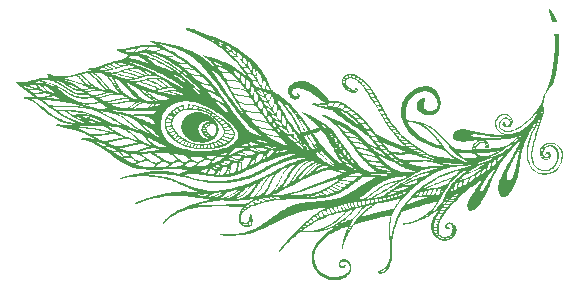
<source format=gto>
%TF.GenerationSoftware,KiCad,Pcbnew,7.0.7-2.fc38*%
%TF.CreationDate,2023-10-04T19:56:35+05:30*%
%TF.ProjectId,top_plate_niz,746f705f-706c-4617-9465-5f6e697a2e6b,rev?*%
%TF.SameCoordinates,Original*%
%TF.FileFunction,Legend,Top*%
%TF.FilePolarity,Positive*%
%FSLAX46Y46*%
G04 Gerber Fmt 4.6, Leading zero omitted, Abs format (unit mm)*
G04 Created by KiCad (PCBNEW 7.0.7-2.fc38) date 2023-10-04 19:56:35*
%MOMM*%
%LPD*%
G01*
G04 APERTURE LIST*
%ADD10C,0.300000*%
%ADD11C,1.000000*%
%ADD12C,4.200000*%
G04 APERTURE END LIST*
D10*
X104520154Y-98222691D02*
X104332325Y-97521705D01*
X104332325Y-97521705D02*
X105804396Y-97127264D01*
X104858245Y-99484466D02*
X104632851Y-98643282D01*
X104745548Y-99063874D02*
X106217619Y-98669434D01*
X106217619Y-98669434D02*
X105969758Y-98585585D01*
X105969758Y-98585585D02*
X105791995Y-98482954D01*
X105791995Y-98482954D02*
X105684330Y-98361539D01*
%TO.C,L1*%
G36*
X95760043Y-95584968D02*
G01*
X95896341Y-95604878D01*
X96065598Y-95645346D01*
X96239103Y-95704115D01*
X96409118Y-95778063D01*
X96567902Y-95864061D01*
X96620962Y-95897460D01*
X96762294Y-96001158D01*
X96893082Y-96118805D01*
X97011379Y-96247592D01*
X97115243Y-96384705D01*
X97202725Y-96527335D01*
X97271881Y-96672668D01*
X97320766Y-96817894D01*
X97345640Y-96944710D01*
X97351319Y-97086334D01*
X97333544Y-97225850D01*
X97293410Y-97361633D01*
X97232013Y-97492057D01*
X97150449Y-97615492D01*
X97049809Y-97730314D01*
X96931191Y-97834895D01*
X96925869Y-97838537D01*
X96795690Y-97927610D01*
X96733438Y-97960206D01*
X96650021Y-98003887D01*
X96644400Y-98006830D01*
X96624926Y-98015487D01*
X96493070Y-98063520D01*
X96449410Y-98079424D01*
X96262098Y-98124388D01*
X96066505Y-98150598D01*
X95866147Y-98158277D01*
X95664539Y-98147646D01*
X95465196Y-98118925D01*
X95271632Y-98072335D01*
X95087363Y-98008099D01*
X94915904Y-97926436D01*
X94879488Y-97905706D01*
X94738616Y-97811072D01*
X94606010Y-97698961D01*
X94486487Y-97574085D01*
X94384864Y-97441151D01*
X94352720Y-97390793D01*
X94291624Y-97271071D01*
X94242982Y-97137689D01*
X94208577Y-96997842D01*
X94206466Y-96981869D01*
X95637391Y-96981869D01*
X95647551Y-97072374D01*
X95672708Y-97172977D01*
X95710178Y-97276740D01*
X95757277Y-97376719D01*
X95811327Y-97465977D01*
X95838647Y-97502598D01*
X95920013Y-97588371D01*
X96017750Y-97666655D01*
X96125510Y-97733465D01*
X96236942Y-97784815D01*
X96335866Y-97814680D01*
X96393661Y-97825503D01*
X96429915Y-97827823D01*
X96444630Y-97821025D01*
X96437806Y-97804498D01*
X96409444Y-97777629D01*
X96359543Y-97739808D01*
X96358094Y-97738784D01*
X96335929Y-97723130D01*
X96313174Y-97706725D01*
X96631822Y-97706725D01*
X96640749Y-97738766D01*
X96656504Y-97769838D01*
X96671441Y-97787005D01*
X96690052Y-97798288D01*
X96699470Y-97791594D01*
X96702307Y-97784340D01*
X96704375Y-97746866D01*
X96690165Y-97710508D01*
X96666336Y-97687890D01*
X96643912Y-97680924D01*
X96633549Y-97684114D01*
X96631822Y-97706725D01*
X96313174Y-97706725D01*
X96244858Y-97657474D01*
X96171754Y-97599198D01*
X96169649Y-97597244D01*
X96112754Y-97544448D01*
X96077920Y-97505098D01*
X96332990Y-97505098D01*
X96435788Y-97564978D01*
X96480710Y-97590385D01*
X96517717Y-97609899D01*
X96541744Y-97620923D01*
X96547799Y-97622389D01*
X96553029Y-97610551D01*
X96547092Y-97586986D01*
X96532761Y-97560177D01*
X96523662Y-97548586D01*
X96499999Y-97527600D01*
X96467091Y-97504000D01*
X96459584Y-97499243D01*
X96426399Y-97482605D01*
X96398692Y-97481047D01*
X96374359Y-97488671D01*
X96332990Y-97505098D01*
X96077920Y-97505098D01*
X96063995Y-97489368D01*
X96021611Y-97430104D01*
X95990474Y-97378459D01*
X95960528Y-97313956D01*
X96159171Y-97313956D01*
X96163009Y-97327595D01*
X96178051Y-97352976D01*
X96199384Y-97383321D01*
X96222097Y-97411850D01*
X96241277Y-97431783D01*
X96247855Y-97436340D01*
X96277395Y-97437612D01*
X96319993Y-97423565D01*
X96350303Y-97409872D01*
X96368309Y-97400772D01*
X96370540Y-97399029D01*
X96364104Y-97388394D01*
X96348088Y-97362828D01*
X96328369Y-97331672D01*
X96286974Y-97266508D01*
X96224632Y-97287707D01*
X96189345Y-97300389D01*
X96165343Y-97310303D01*
X96159171Y-97313956D01*
X95960528Y-97313956D01*
X95957990Y-97308489D01*
X95930177Y-97224971D01*
X95909376Y-97137205D01*
X95898759Y-97060472D01*
X96025821Y-97060472D01*
X96077348Y-97252774D01*
X96115852Y-97242317D01*
X96154614Y-97229607D01*
X96195380Y-97213258D01*
X96196854Y-97212594D01*
X96239353Y-97193329D01*
X96199742Y-97045500D01*
X96181856Y-97047758D01*
X96144429Y-97052483D01*
X96102596Y-97056984D01*
X96065723Y-97059690D01*
X96057468Y-97059969D01*
X96025821Y-97060472D01*
X95898759Y-97060472D01*
X95897932Y-97054493D01*
X95896680Y-97006109D01*
X95899140Y-96988518D01*
X96318105Y-96988518D01*
X96325831Y-97040295D01*
X96330933Y-97060784D01*
X96365941Y-97157169D01*
X96419433Y-97250544D01*
X96493993Y-97345386D01*
X96497913Y-97349791D01*
X96543235Y-97397331D01*
X96595994Y-97447680D01*
X96652097Y-97497455D01*
X96707457Y-97543271D01*
X96757981Y-97581747D01*
X96799579Y-97609498D01*
X96828161Y-97623141D01*
X96828501Y-97623230D01*
X96850243Y-97627135D01*
X96868267Y-97623563D01*
X96889653Y-97609296D01*
X96921478Y-97581118D01*
X96921775Y-97580845D01*
X96978814Y-97514359D01*
X97028494Y-97428768D01*
X97069361Y-97328800D01*
X97099962Y-97219183D01*
X97118843Y-97104643D01*
X97124549Y-96989908D01*
X97121728Y-96930550D01*
X97110236Y-96861443D01*
X97088593Y-96785036D01*
X97060280Y-96711632D01*
X97028784Y-96651542D01*
X97025915Y-96647144D01*
X96981543Y-96590758D01*
X96936437Y-96552133D01*
X96899919Y-96535610D01*
X96855785Y-96535262D01*
X96797917Y-96549611D01*
X96730532Y-96576608D01*
X96657850Y-96614203D01*
X96584088Y-96660343D01*
X96513464Y-96712980D01*
X96484682Y-96737481D01*
X96478085Y-96743607D01*
X96417883Y-96799516D01*
X96369662Y-96851776D01*
X96338183Y-96898121D01*
X96327561Y-96926509D01*
X96321610Y-96942414D01*
X96318105Y-96988518D01*
X95899140Y-96988518D01*
X95902207Y-96966581D01*
X96023032Y-96966581D01*
X96082117Y-96979808D01*
X96131711Y-96988182D01*
X96165125Y-96985316D01*
X96188840Y-96969422D01*
X96205377Y-96945791D01*
X96220250Y-96905655D01*
X96212865Y-96871905D01*
X96182203Y-96841170D01*
X96171706Y-96834145D01*
X96141861Y-96817204D01*
X96119755Y-96808026D01*
X96116282Y-96807489D01*
X96104642Y-96817667D01*
X96086388Y-96844540D01*
X96065252Y-96882537D01*
X96062985Y-96887010D01*
X96023032Y-96966581D01*
X95902207Y-96966581D01*
X95913056Y-96888987D01*
X95951861Y-96777458D01*
X95976572Y-96734602D01*
X96196652Y-96734602D01*
X96203132Y-96755468D01*
X96224730Y-96781790D01*
X96257437Y-96802603D01*
X96293900Y-96800882D01*
X96329992Y-96777349D01*
X96344197Y-96760935D01*
X96361981Y-96729678D01*
X96359905Y-96704680D01*
X96336544Y-96679908D01*
X96322687Y-96669909D01*
X96285235Y-96644362D01*
X96237872Y-96685405D01*
X96207901Y-96713677D01*
X96196652Y-96734602D01*
X95976572Y-96734602D01*
X96011084Y-96674748D01*
X96054274Y-96624308D01*
X96395069Y-96624308D01*
X96417837Y-96639217D01*
X96450241Y-96639693D01*
X96482733Y-96626625D01*
X96496425Y-96614851D01*
X96513643Y-96593451D01*
X96520130Y-96581079D01*
X96520108Y-96580979D01*
X96508546Y-96580778D01*
X96480264Y-96586155D01*
X96452385Y-96593064D01*
X96412907Y-96605469D01*
X96395248Y-96616152D01*
X96395069Y-96624308D01*
X96054274Y-96624308D01*
X96088718Y-96584082D01*
X96182753Y-96508683D01*
X96221226Y-96485341D01*
X96254178Y-96469243D01*
X96304207Y-96447536D01*
X96365179Y-96422616D01*
X96430958Y-96396873D01*
X96495409Y-96372700D01*
X96552396Y-96352490D01*
X96595786Y-96338634D01*
X96601591Y-96337022D01*
X96613200Y-96323423D01*
X96612831Y-96310402D01*
X96605156Y-96298342D01*
X96587045Y-96294217D01*
X96552766Y-96297216D01*
X96536867Y-96299639D01*
X96404281Y-96321632D01*
X96293095Y-96341894D01*
X96200312Y-96361441D01*
X96122933Y-96381292D01*
X96057962Y-96402467D01*
X96002399Y-96425982D01*
X95953247Y-96452857D01*
X95907508Y-96484110D01*
X95862184Y-96520758D01*
X95847125Y-96533928D01*
X95759652Y-96625176D01*
X95695777Y-96722863D01*
X95655292Y-96827444D01*
X95637983Y-96939369D01*
X95637391Y-96981869D01*
X94206466Y-96981869D01*
X94190192Y-96858719D01*
X94189338Y-96731439D01*
X94211894Y-96565250D01*
X94256016Y-96408637D01*
X94320290Y-96262533D01*
X94403300Y-96127872D01*
X94503633Y-96005588D01*
X94619871Y-95896616D01*
X94750601Y-95801889D01*
X94894406Y-95722339D01*
X95049872Y-95658904D01*
X95215584Y-95612515D01*
X95390127Y-95584107D01*
X95572085Y-95574614D01*
X95760043Y-95584968D01*
G37*
G36*
X95108636Y-94941250D02*
G01*
X95362447Y-94978240D01*
X95623415Y-95037968D01*
X95891138Y-95120320D01*
X96165217Y-95225178D01*
X96445251Y-95352428D01*
X96730840Y-95501952D01*
X96885734Y-95591030D01*
X96989523Y-95653864D01*
X97093961Y-95719880D01*
X97201300Y-95790674D01*
X97313789Y-95867848D01*
X97433681Y-95952999D01*
X97563227Y-96047727D01*
X97704678Y-96153629D01*
X97860283Y-96272306D01*
X98031818Y-96404982D01*
X98158201Y-96508319D01*
X98275811Y-96614402D01*
X98381788Y-96720277D01*
X98473271Y-96822986D01*
X98547401Y-96919572D01*
X98583490Y-96975250D01*
X98607881Y-97022590D01*
X98634192Y-97083994D01*
X98660064Y-97152680D01*
X98683141Y-97221870D01*
X98701064Y-97284783D01*
X98711475Y-97334639D01*
X98712875Y-97347287D01*
X98712573Y-97434261D01*
X98701092Y-97536696D01*
X98686610Y-97614870D01*
X98683778Y-97624022D01*
X98651511Y-97728307D01*
X98595538Y-97843851D01*
X98521571Y-97957376D01*
X98518978Y-97960502D01*
X98432486Y-98064758D01*
X98331160Y-98161872D01*
X98326711Y-98165408D01*
X98272559Y-98208450D01*
X98129823Y-98301866D01*
X97965120Y-98387434D01*
X97901969Y-98413773D01*
X97779900Y-98464687D01*
X97575615Y-98533155D01*
X97532365Y-98544697D01*
X97353714Y-98592374D01*
X97176939Y-98629131D01*
X97115648Y-98641875D01*
X96954054Y-98667009D01*
X96862868Y-98681192D01*
X96768231Y-98692800D01*
X96607212Y-98707398D01*
X96462294Y-98720536D01*
X96340963Y-98725668D01*
X96164861Y-98733115D01*
X95997955Y-98731612D01*
X95878861Y-98730540D01*
X95768325Y-98723326D01*
X95607218Y-98712812D01*
X95428221Y-98691537D01*
X95420626Y-98690211D01*
X95168196Y-98646147D01*
X95135005Y-98640353D01*
X95067632Y-98624141D01*
X95513686Y-98624141D01*
X95514256Y-98624942D01*
X95533748Y-98629453D01*
X95568548Y-98633045D01*
X95612124Y-98635548D01*
X95657952Y-98636796D01*
X95699504Y-98636617D01*
X95730252Y-98634845D01*
X95743670Y-98631310D01*
X95743806Y-98630877D01*
X95747365Y-98614884D01*
X95747422Y-98614671D01*
X95832209Y-98614671D01*
X95845511Y-98622019D01*
X95875207Y-98625446D01*
X95913433Y-98624831D01*
X95952327Y-98620054D01*
X95967172Y-98616725D01*
X95998065Y-98599168D01*
X96118531Y-98599168D01*
X96119860Y-98613362D01*
X96120102Y-98613535D01*
X96140089Y-98617332D01*
X96174800Y-98619018D01*
X96216675Y-98618811D01*
X96258157Y-98616931D01*
X96291688Y-98613595D01*
X96309708Y-98609025D01*
X96310767Y-98608014D01*
X96314142Y-98593391D01*
X96413504Y-98593391D01*
X96413579Y-98600840D01*
X96426178Y-98607329D01*
X96455734Y-98611396D01*
X96494751Y-98612848D01*
X96535734Y-98611490D01*
X96571188Y-98607127D01*
X96579816Y-98605153D01*
X96619497Y-98586104D01*
X96643455Y-98553335D01*
X96652150Y-98505067D01*
X96646047Y-98439521D01*
X96635396Y-98390864D01*
X96616934Y-98317923D01*
X96729859Y-98317923D01*
X96731662Y-98351498D01*
X96735477Y-98398738D01*
X96739639Y-98441825D01*
X96746227Y-98503358D01*
X96753076Y-98544276D01*
X96763419Y-98568339D01*
X96780483Y-98579308D01*
X96807499Y-98580939D01*
X96847693Y-98576992D01*
X96855024Y-98576156D01*
X96925014Y-98558631D01*
X96963715Y-98540056D01*
X97013344Y-98510656D01*
X96992630Y-98464067D01*
X96974751Y-98426682D01*
X96951002Y-98380532D01*
X96935067Y-98351094D01*
X96904607Y-98301275D01*
X96877722Y-98272002D01*
X96849657Y-98260723D01*
X96815665Y-98264888D01*
X96790808Y-98273593D01*
X96757427Y-98287971D01*
X96736231Y-98299012D01*
X96735147Y-98299577D01*
X96730423Y-98303380D01*
X96729859Y-98317923D01*
X96616934Y-98317923D01*
X96616752Y-98317203D01*
X96564606Y-98324182D01*
X96520127Y-98330665D01*
X96477884Y-98337630D01*
X96471791Y-98338740D01*
X96431122Y-98346321D01*
X96421513Y-98469637D01*
X96417623Y-98522295D01*
X96414841Y-98565415D01*
X96413504Y-98593391D01*
X96314142Y-98593391D01*
X96314756Y-98590731D01*
X96319031Y-98556145D01*
X96323061Y-98511497D01*
X96326319Y-98464024D01*
X96328276Y-98420964D01*
X96328403Y-98389555D01*
X96327449Y-98379610D01*
X96317399Y-98369204D01*
X96290688Y-98364865D01*
X96243683Y-98366022D01*
X96241611Y-98366157D01*
X96199899Y-98369620D01*
X96169480Y-98373514D01*
X96157016Y-98376960D01*
X96150078Y-98398226D01*
X96142013Y-98434356D01*
X96133826Y-98478930D01*
X96126515Y-98525536D01*
X96121083Y-98567753D01*
X96118531Y-98599168D01*
X95998065Y-98599168D01*
X96003993Y-98595799D01*
X96028898Y-98555205D01*
X96042384Y-98493945D01*
X96044807Y-98460700D01*
X96046040Y-98421110D01*
X96046248Y-98393320D01*
X96045542Y-98384033D01*
X96033162Y-98382114D01*
X96003558Y-98378675D01*
X95974696Y-98375642D01*
X95906115Y-98368701D01*
X95867703Y-98486239D01*
X95851779Y-98536825D01*
X95839694Y-98578817D01*
X95832972Y-98606698D01*
X95832209Y-98614671D01*
X95747422Y-98614671D01*
X95756410Y-98580829D01*
X95769451Y-98534188D01*
X95780685Y-98495186D01*
X95795518Y-98443969D01*
X95807353Y-98402500D01*
X95814775Y-98375780D01*
X95816591Y-98368413D01*
X95805120Y-98366762D01*
X95774613Y-98364609D01*
X95730572Y-98362310D01*
X95706321Y-98361263D01*
X95654554Y-98360586D01*
X95614819Y-98362829D01*
X95592378Y-98367605D01*
X95589525Y-98369905D01*
X95577794Y-98397258D01*
X95563517Y-98437240D01*
X95548400Y-98484066D01*
X95534152Y-98531953D01*
X95522479Y-98575118D01*
X95515088Y-98607776D01*
X95513686Y-98624141D01*
X95067632Y-98624141D01*
X94901873Y-98584254D01*
X95253713Y-98584254D01*
X95253853Y-98590680D01*
X95266864Y-98598379D01*
X95296178Y-98605141D01*
X95333544Y-98610098D01*
X95370713Y-98612380D01*
X95399432Y-98611115D01*
X95410566Y-98607212D01*
X95418727Y-98591544D01*
X95431858Y-98559192D01*
X95447805Y-98516332D01*
X95464418Y-98469139D01*
X95479545Y-98423791D01*
X95491036Y-98386460D01*
X95496738Y-98363325D01*
X95496901Y-98359368D01*
X95484546Y-98353946D01*
X95454726Y-98348188D01*
X95422471Y-98344247D01*
X95381086Y-98341108D01*
X95348911Y-98340213D01*
X95335873Y-98341230D01*
X95327457Y-98353585D01*
X95314597Y-98383542D01*
X95299296Y-98425014D01*
X95283555Y-98471909D01*
X95269375Y-98518141D01*
X95258761Y-98557618D01*
X95253713Y-98584254D01*
X94901873Y-98584254D01*
X94853343Y-98572576D01*
X94823269Y-98563210D01*
X94763405Y-98544568D01*
X94905939Y-98544568D01*
X95023426Y-98564855D01*
X95074652Y-98572940D01*
X95116621Y-98578145D01*
X95143601Y-98579833D01*
X95150180Y-98578911D01*
X95156691Y-98565832D01*
X95168243Y-98534993D01*
X95182972Y-98492196D01*
X95199017Y-98443243D01*
X95214513Y-98393935D01*
X95227596Y-98350076D01*
X95236404Y-98317467D01*
X95239098Y-98302060D01*
X95227442Y-98296411D01*
X95198012Y-98289011D01*
X95160006Y-98281947D01*
X95118042Y-98275837D01*
X95085806Y-98272365D01*
X95071339Y-98272195D01*
X95061526Y-98283358D01*
X95042386Y-98311791D01*
X95016581Y-98353333D01*
X94986769Y-98403827D01*
X94983328Y-98409805D01*
X94905939Y-98544568D01*
X94763405Y-98544568D01*
X94608982Y-98496480D01*
X94584336Y-98488805D01*
X94427147Y-98427738D01*
X94638579Y-98427738D01*
X94674773Y-98456679D01*
X94719521Y-98483304D01*
X94767101Y-98497147D01*
X94805250Y-98495961D01*
X94837099Y-98476947D01*
X94874451Y-98436813D01*
X94915409Y-98377851D01*
X94944489Y-98327917D01*
X94966796Y-98285893D01*
X94983245Y-98252547D01*
X94991212Y-98233291D01*
X94991510Y-98230877D01*
X94979841Y-98223139D01*
X94951493Y-98208975D01*
X94912461Y-98191374D01*
X94910176Y-98190389D01*
X94867650Y-98173085D01*
X94841348Y-98165909D01*
X94825502Y-98168080D01*
X94815296Y-98177529D01*
X94801980Y-98195818D01*
X94778172Y-98229198D01*
X94747449Y-98272635D01*
X94718935Y-98313181D01*
X94638579Y-98427738D01*
X94427147Y-98427738D01*
X94329087Y-98389642D01*
X94316629Y-98383736D01*
X94221266Y-98338530D01*
X94392407Y-98338530D01*
X94392880Y-98340335D01*
X94409493Y-98348575D01*
X94441379Y-98359671D01*
X94464219Y-98366383D01*
X94523005Y-98374568D01*
X94573292Y-98363285D01*
X94616852Y-98331261D01*
X94655456Y-98277218D01*
X94689158Y-98204301D01*
X94722191Y-98119831D01*
X94681531Y-98100778D01*
X94644193Y-98084189D01*
X94610288Y-98070493D01*
X94609490Y-98070198D01*
X94596283Y-98066501D01*
X94584171Y-98068138D01*
X94570200Y-98077972D01*
X94551420Y-98098863D01*
X94524875Y-98133669D01*
X94487613Y-98185252D01*
X94480669Y-98194960D01*
X94445859Y-98245206D01*
X94417986Y-98288465D01*
X94399389Y-98320864D01*
X94392407Y-98338530D01*
X94221266Y-98338530D01*
X94104438Y-98283149D01*
X94088694Y-98275685D01*
X93992823Y-98220943D01*
X94163439Y-98220943D01*
X94174615Y-98231298D01*
X94201190Y-98249073D01*
X94230401Y-98266389D01*
X94294957Y-98302858D01*
X94353166Y-98238373D01*
X94379970Y-98205037D01*
X94409772Y-98162311D01*
X94439444Y-98115484D01*
X94465853Y-98069848D01*
X94485871Y-98030696D01*
X94496366Y-98003319D01*
X94496970Y-97995289D01*
X94484752Y-97987364D01*
X94456437Y-97977212D01*
X94439019Y-97972356D01*
X94405030Y-97964628D01*
X94382209Y-97965059D01*
X94359549Y-97975905D01*
X94333605Y-97993983D01*
X94295088Y-98024400D01*
X94258604Y-98057410D01*
X94248849Y-98067381D01*
X94226040Y-98096244D01*
X94202215Y-98133036D01*
X94181261Y-98170773D01*
X94167061Y-98202474D01*
X94163439Y-98220943D01*
X93992823Y-98220943D01*
X93886713Y-98160354D01*
X93864262Y-98147535D01*
X93679406Y-98021181D01*
X93879269Y-98021181D01*
X93923474Y-98056247D01*
X93961117Y-98085479D01*
X94004319Y-98118161D01*
X94020832Y-98130407D01*
X94073987Y-98169501D01*
X94196214Y-98034332D01*
X94245139Y-97978649D01*
X94280890Y-97934577D01*
X94302097Y-97903932D01*
X94307390Y-97888529D01*
X94306891Y-97887791D01*
X94291614Y-97875318D01*
X94262467Y-97853364D01*
X94225647Y-97826594D01*
X94224222Y-97825575D01*
X94187263Y-97799164D01*
X94157638Y-97778018D01*
X94141532Y-97766552D01*
X94141239Y-97766344D01*
X94132647Y-97767618D01*
X94115793Y-97779456D01*
X94089132Y-97803335D01*
X94051116Y-97840738D01*
X94000203Y-97893143D01*
X93934844Y-97962029D01*
X93917078Y-97980921D01*
X93879269Y-98021181D01*
X93679406Y-98021181D01*
X93678158Y-98020328D01*
X93656891Y-98005791D01*
X93467683Y-97851053D01*
X93454742Y-97838326D01*
X93454250Y-97837842D01*
X93669377Y-97837842D01*
X93744255Y-97899063D01*
X93781941Y-97927437D01*
X93812435Y-97945839D01*
X93830703Y-97951322D01*
X93832410Y-97950637D01*
X93845099Y-97938635D01*
X93869733Y-97913251D01*
X93902686Y-97878415D01*
X93940329Y-97838057D01*
X93979035Y-97796107D01*
X94015176Y-97756497D01*
X94045126Y-97723156D01*
X94065255Y-97700014D01*
X94071981Y-97691066D01*
X94062748Y-97682339D01*
X94039114Y-97662814D01*
X94006138Y-97636666D01*
X94005148Y-97635894D01*
X93971329Y-97610275D01*
X93945705Y-97592271D01*
X93933702Y-97585687D01*
X93933624Y-97585702D01*
X93923392Y-97594295D01*
X93898815Y-97616980D01*
X93863132Y-97650714D01*
X93819579Y-97692449D01*
X93798837Y-97712486D01*
X93669377Y-97837842D01*
X93454250Y-97837842D01*
X93297738Y-97683921D01*
X93297299Y-97683395D01*
X93250902Y-97627895D01*
X93445312Y-97627895D01*
X93454905Y-97639334D01*
X93478699Y-97662863D01*
X93512459Y-97694368D01*
X93531616Y-97711704D01*
X93615637Y-97786996D01*
X93647785Y-97753935D01*
X93670057Y-97731707D01*
X93704835Y-97697767D01*
X93746800Y-97657283D01*
X93778649Y-97626820D01*
X93818101Y-97588663D01*
X93849783Y-97556935D01*
X93870156Y-97535256D01*
X93875927Y-97527398D01*
X93867256Y-97516528D01*
X93846018Y-97493409D01*
X93819115Y-97465417D01*
X93789988Y-97435806D01*
X93768346Y-97414116D01*
X93759325Y-97405454D01*
X93747857Y-97410533D01*
X93720870Y-97427315D01*
X93682539Y-97452841D01*
X93637042Y-97484153D01*
X93588554Y-97518293D01*
X93541252Y-97552303D01*
X93499311Y-97583224D01*
X93466908Y-97608098D01*
X93448218Y-97623966D01*
X93445312Y-97627895D01*
X93250902Y-97627895D01*
X93148159Y-97504995D01*
X93147284Y-97503771D01*
X93083553Y-97414557D01*
X93072731Y-97397117D01*
X93230962Y-97397117D01*
X93240169Y-97410442D01*
X93262289Y-97436784D01*
X93293274Y-97471407D01*
X93307876Y-97487189D01*
X93381884Y-97566415D01*
X93430707Y-97530564D01*
X93461750Y-97508104D01*
X93506025Y-97476495D01*
X93556632Y-97440650D01*
X93589177Y-97417740D01*
X93633300Y-97385849D01*
X93668479Y-97358677D01*
X93690697Y-97339437D01*
X93696423Y-97331804D01*
X93688254Y-97317816D01*
X93669624Y-97290941D01*
X93651209Y-97265897D01*
X93625987Y-97233575D01*
X93605569Y-97209584D01*
X93596811Y-97201078D01*
X93582745Y-97203898D01*
X93552081Y-97216672D01*
X93509171Y-97237071D01*
X93458364Y-97262762D01*
X93404008Y-97291417D01*
X93350453Y-97320703D01*
X93302049Y-97348291D01*
X93263145Y-97371850D01*
X93238089Y-97389049D01*
X93230962Y-97397117D01*
X93072731Y-97397117D01*
X93015942Y-97305598D01*
X92952995Y-97186825D01*
X92930406Y-97137244D01*
X93073626Y-97137244D01*
X93077861Y-97149649D01*
X93091968Y-97176590D01*
X93112342Y-97212076D01*
X93135374Y-97250122D01*
X93157456Y-97284743D01*
X93174981Y-97309948D01*
X93183375Y-97319364D01*
X93199139Y-97317055D01*
X93230594Y-97303731D01*
X93273080Y-97282111D01*
X93321932Y-97254909D01*
X93372487Y-97224839D01*
X93420082Y-97194617D01*
X93460052Y-97166960D01*
X93487735Y-97144581D01*
X93493295Y-97138913D01*
X93530556Y-97096804D01*
X93503177Y-97061209D01*
X93489090Y-97042895D01*
X93463131Y-97012648D01*
X93440536Y-96992282D01*
X93430336Y-96987171D01*
X93414641Y-96991233D01*
X93381638Y-97003193D01*
X93336195Y-97021003D01*
X93283181Y-97042613D01*
X93227461Y-97065979D01*
X93173907Y-97089050D01*
X93127383Y-97109779D01*
X93092756Y-97126117D01*
X93074899Y-97136019D01*
X93073626Y-97137244D01*
X92930406Y-97137244D01*
X92896675Y-97063208D01*
X92848954Y-96939720D01*
X92820567Y-96849277D01*
X92969783Y-96849277D01*
X92970749Y-96863616D01*
X92977356Y-96894734D01*
X92987767Y-96936022D01*
X93000149Y-96980873D01*
X93012667Y-97022677D01*
X93023489Y-97054827D01*
X93030779Y-97070712D01*
X93031391Y-97071250D01*
X93043988Y-97067615D01*
X93073923Y-97055461D01*
X93116436Y-97036977D01*
X93166770Y-97014350D01*
X93220165Y-96989766D01*
X93271861Y-96965414D01*
X93317101Y-96943478D01*
X93351126Y-96926149D01*
X93367561Y-96916749D01*
X93373133Y-96899975D01*
X93366594Y-96871675D01*
X93351336Y-96839358D01*
X93330754Y-96810534D01*
X93312451Y-96794865D01*
X93296317Y-96788960D01*
X93272609Y-96787562D01*
X93242087Y-96790547D01*
X93237044Y-96791040D01*
X93185340Y-96799768D01*
X93129787Y-96810715D01*
X93071242Y-96823085D01*
X93022048Y-96834302D01*
X92986871Y-96843242D01*
X92970376Y-96848780D01*
X92969783Y-96849277D01*
X92820567Y-96849277D01*
X92811795Y-96821328D01*
X92787167Y-96713005D01*
X92778218Y-96642971D01*
X92777136Y-96493247D01*
X92779779Y-96473721D01*
X92875507Y-96473721D01*
X92887540Y-96548659D01*
X92897426Y-96603782D01*
X92909401Y-96661918D01*
X92915975Y-96690355D01*
X92932378Y-96757114D01*
X93033870Y-96744570D01*
X93096362Y-96735167D01*
X93163279Y-96722488D01*
X93220304Y-96709251D01*
X93221104Y-96709037D01*
X93265589Y-96696466D01*
X93291211Y-96686538D01*
X93302995Y-96676212D01*
X93305963Y-96662447D01*
X93305903Y-96657702D01*
X93303467Y-96594964D01*
X93300913Y-96553028D01*
X93297946Y-96528144D01*
X93294915Y-96517664D01*
X93281370Y-96513052D01*
X93247468Y-96507320D01*
X93197347Y-96501004D01*
X93135146Y-96494642D01*
X93082346Y-96490105D01*
X93081361Y-96490027D01*
X93434198Y-96490027D01*
X93437033Y-96607863D01*
X93455749Y-96721189D01*
X93488999Y-96823603D01*
X93515792Y-96877894D01*
X93537758Y-96911786D01*
X93572726Y-96960656D01*
X93617776Y-97020792D01*
X93669987Y-97088485D01*
X93726439Y-97160021D01*
X93784210Y-97231690D01*
X93840381Y-97299781D01*
X93892029Y-97360582D01*
X93925832Y-97398934D01*
X94102204Y-97576729D01*
X94294920Y-97737385D01*
X94501807Y-97879583D01*
X94720688Y-98002005D01*
X94949389Y-98103331D01*
X95185736Y-98182244D01*
X95243509Y-98197740D01*
X95463224Y-98243221D01*
X95694530Y-98271257D01*
X95932023Y-98281878D01*
X96170298Y-98275112D01*
X96403951Y-98250989D01*
X96589634Y-98216573D01*
X96978482Y-98216573D01*
X96984028Y-98233958D01*
X96997880Y-98260879D01*
X97021689Y-98301145D01*
X97054602Y-98354545D01*
X97140424Y-98492853D01*
X97223414Y-98470549D01*
X97269089Y-98457217D01*
X97307939Y-98444008D01*
X97330833Y-98434138D01*
X97340641Y-98428265D01*
X97345840Y-98422083D01*
X97344484Y-98412885D01*
X97334622Y-98397964D01*
X97314306Y-98374614D01*
X97281587Y-98340131D01*
X97234518Y-98291806D01*
X97211098Y-98267854D01*
X97171154Y-98228962D01*
X97134130Y-98196379D01*
X97105366Y-98174644D01*
X97094583Y-98168801D01*
X97050896Y-98163590D01*
X97009089Y-98176075D01*
X96985730Y-98195173D01*
X96979599Y-98204915D01*
X96978482Y-98216573D01*
X96589634Y-98216573D01*
X96627579Y-98209540D01*
X96706955Y-98189749D01*
X96883915Y-98135433D01*
X96958973Y-98105145D01*
X97195407Y-98105145D01*
X97204232Y-98115609D01*
X97226953Y-98139610D01*
X97259929Y-98173501D01*
X97299520Y-98213636D01*
X97342084Y-98256364D01*
X97383984Y-98298040D01*
X97421575Y-98335015D01*
X97451221Y-98363642D01*
X97469278Y-98380272D01*
X97472490Y-98382779D01*
X97488652Y-98381559D01*
X97521000Y-98371954D01*
X97563428Y-98355874D01*
X97577442Y-98349973D01*
X97622556Y-98329964D01*
X97648235Y-98316466D01*
X97657850Y-98306907D01*
X97654781Y-98298721D01*
X97650032Y-98294703D01*
X97633434Y-98282812D01*
X97600490Y-98259666D01*
X97555058Y-98227960D01*
X97500997Y-98190391D01*
X97460891Y-98162602D01*
X97403898Y-98123992D01*
X97353270Y-98091256D01*
X97312668Y-98066638D01*
X97285753Y-98052381D01*
X97276871Y-98049801D01*
X97257307Y-98058759D01*
X97231693Y-98074469D01*
X97208415Y-98091234D01*
X97195859Y-98103358D01*
X97195407Y-98105145D01*
X96958973Y-98105145D01*
X97042476Y-98071449D01*
X97187791Y-97995060D01*
X97220328Y-97973356D01*
X97414285Y-97973356D01*
X97424811Y-97984485D01*
X97451243Y-98006782D01*
X97489499Y-98037160D01*
X97535491Y-98072536D01*
X97585135Y-98109825D01*
X97634345Y-98145941D01*
X97679038Y-98177799D01*
X97715126Y-98202316D01*
X97729214Y-98211184D01*
X97794706Y-98239665D01*
X97856782Y-98245130D01*
X97906002Y-98231173D01*
X97981164Y-98193576D01*
X98035064Y-98163798D01*
X98069335Y-98140785D01*
X98085608Y-98123482D01*
X98087138Y-98114109D01*
X98074075Y-98103469D01*
X98040646Y-98086010D01*
X97989668Y-98063001D01*
X97923957Y-98035714D01*
X97846328Y-98005420D01*
X97846060Y-98005319D01*
X97753647Y-97970436D01*
X97681038Y-97943650D01*
X97625176Y-97924090D01*
X97583009Y-97910884D01*
X97551480Y-97903162D01*
X97527536Y-97900055D01*
X97508121Y-97900693D01*
X97490693Y-97904074D01*
X97461168Y-97917337D01*
X97434053Y-97938372D01*
X97416675Y-97960533D01*
X97414285Y-97973356D01*
X97220328Y-97973356D01*
X97325018Y-97903522D01*
X97450546Y-97801238D01*
X97622356Y-97801238D01*
X97634461Y-97809132D01*
X97665981Y-97823499D01*
X97713087Y-97842903D01*
X97771950Y-97865912D01*
X97838740Y-97891090D01*
X97909625Y-97917005D01*
X97980777Y-97942221D01*
X98048367Y-97965307D01*
X98108565Y-97984827D01*
X98131383Y-97991816D01*
X98197369Y-98008979D01*
X98246537Y-98014186D01*
X98284090Y-98006342D01*
X98315228Y-97984355D01*
X98345154Y-97947128D01*
X98345385Y-97946792D01*
X98369147Y-97910388D01*
X98378681Y-97887969D01*
X98374493Y-97873879D01*
X98357095Y-97862469D01*
X98353154Y-97860531D01*
X98330084Y-97851783D01*
X98288577Y-97838410D01*
X98232462Y-97821461D01*
X98165570Y-97801989D01*
X98091730Y-97781048D01*
X98014774Y-97759689D01*
X97938529Y-97738964D01*
X97866825Y-97719927D01*
X97803494Y-97703630D01*
X97752364Y-97691124D01*
X97717265Y-97683462D01*
X97702180Y-97681649D01*
X97685124Y-97694490D01*
X97663320Y-97720800D01*
X97642061Y-97752650D01*
X97626643Y-97782107D01*
X97622356Y-97801238D01*
X97450546Y-97801238D01*
X97459312Y-97794095D01*
X97471223Y-97783462D01*
X97573552Y-97684998D01*
X97654035Y-97592183D01*
X97654100Y-97592086D01*
X97757265Y-97592086D01*
X97769303Y-97598615D01*
X97801179Y-97610235D01*
X97848979Y-97625811D01*
X97908791Y-97644206D01*
X97976702Y-97664288D01*
X98048797Y-97684919D01*
X98121166Y-97704967D01*
X98189894Y-97723293D01*
X98251069Y-97738765D01*
X98300777Y-97750247D01*
X98306964Y-97751547D01*
X98377134Y-97765099D01*
X98428716Y-97770788D01*
X98466994Y-97766493D01*
X98497249Y-97750094D01*
X98524767Y-97719474D01*
X98554829Y-97672511D01*
X98570368Y-97645873D01*
X98599837Y-97591894D01*
X98617888Y-97552238D01*
X98623516Y-97529285D01*
X98621483Y-97524882D01*
X98605754Y-97520947D01*
X98569293Y-97514287D01*
X98515696Y-97505483D01*
X98448563Y-97495112D01*
X98371490Y-97483755D01*
X98323445Y-97476915D01*
X98235851Y-97464629D01*
X98150131Y-97452657D01*
X98071386Y-97441707D01*
X98004722Y-97432487D01*
X97955245Y-97425708D01*
X97941530Y-97423855D01*
X97843564Y-97410708D01*
X97799583Y-97497716D01*
X97779162Y-97539366D01*
X97764242Y-97572202D01*
X97757406Y-97590463D01*
X97757265Y-97592086D01*
X97654100Y-97592086D01*
X97713938Y-97502378D01*
X97754526Y-97412947D01*
X97777067Y-97321251D01*
X97782172Y-97235645D01*
X97878441Y-97235645D01*
X97880092Y-97271628D01*
X97886055Y-97291037D01*
X97899977Y-97301843D01*
X97910798Y-97306409D01*
X97958786Y-97322207D01*
X98023726Y-97339684D01*
X98098251Y-97357180D01*
X98174988Y-97373031D01*
X98246570Y-97385577D01*
X98286464Y-97391127D01*
X98336708Y-97395718D01*
X98396874Y-97399111D01*
X98460711Y-97401201D01*
X98521967Y-97401884D01*
X98574393Y-97401056D01*
X98611736Y-97398612D01*
X98622876Y-97396732D01*
X98627389Y-97395094D01*
X98628813Y-97390664D01*
X98625670Y-97379864D01*
X98616487Y-97359116D01*
X98599784Y-97324841D01*
X98574087Y-97273460D01*
X98562533Y-97250450D01*
X98536957Y-97200217D01*
X98515205Y-97158802D01*
X98499690Y-97130710D01*
X98492980Y-97120498D01*
X98479833Y-97120677D01*
X98446327Y-97122830D01*
X98396550Y-97126599D01*
X98374259Y-97128406D01*
X98334584Y-97131623D01*
X98264515Y-97137542D01*
X98190428Y-97143996D01*
X98116406Y-97150626D01*
X98046534Y-97157073D01*
X97984898Y-97162975D01*
X97935581Y-97167974D01*
X97902669Y-97171709D01*
X97890972Y-97173525D01*
X97883289Y-97186768D01*
X97878888Y-97216380D01*
X97878441Y-97235645D01*
X97782172Y-97235645D01*
X97782827Y-97224654D01*
X97776833Y-97146910D01*
X97754575Y-97041729D01*
X97720815Y-96946638D01*
X97842781Y-96946638D01*
X97845255Y-96967976D01*
X97846533Y-96979001D01*
X97851257Y-97004720D01*
X97864765Y-97069495D01*
X97936172Y-97075108D01*
X98019962Y-97078110D01*
X98108904Y-97075130D01*
X98197330Y-97066907D01*
X98279567Y-97054176D01*
X98349946Y-97037670D01*
X98402797Y-97018126D01*
X98411594Y-97013442D01*
X98421633Y-97006515D01*
X98424713Y-96998095D01*
X98418760Y-96984501D01*
X98401700Y-96962052D01*
X98371462Y-96927066D01*
X98348158Y-96900805D01*
X98260432Y-96802197D01*
X98055229Y-96860909D01*
X97987974Y-96880613D01*
X97929256Y-96898694D01*
X97883031Y-96913860D01*
X97853257Y-96924824D01*
X97843887Y-96929783D01*
X97842781Y-96946638D01*
X97720815Y-96946638D01*
X97715216Y-96930866D01*
X97661809Y-96822655D01*
X97651772Y-96805489D01*
X97633152Y-96775256D01*
X97614041Y-96746614D01*
X97592773Y-96717852D01*
X97567684Y-96687260D01*
X97553678Y-96671624D01*
X97713001Y-96671624D01*
X97716700Y-96686355D01*
X97731120Y-96715931D01*
X97753427Y-96754723D01*
X97760863Y-96766726D01*
X97813914Y-96851010D01*
X97965676Y-96810345D01*
X98050947Y-96785480D01*
X98115975Y-96762143D01*
X98159616Y-96740851D01*
X98180729Y-96722116D01*
X98182255Y-96712825D01*
X98172463Y-96700524D01*
X98148314Y-96675857D01*
X98113794Y-96642788D01*
X98084994Y-96616212D01*
X98045407Y-96580342D01*
X98012937Y-96551157D01*
X97991628Y-96532278D01*
X97985452Y-96527091D01*
X97972809Y-96530894D01*
X97943919Y-96544101D01*
X97903889Y-96564004D01*
X97857829Y-96587891D01*
X97810847Y-96613053D01*
X97768051Y-96636780D01*
X97759374Y-96641852D01*
X97734548Y-96656363D01*
X97715449Y-96669089D01*
X97713001Y-96671624D01*
X97553678Y-96671624D01*
X97537109Y-96653127D01*
X97515995Y-96631085D01*
X97499384Y-96613744D01*
X97452842Y-96567401D01*
X97395820Y-96512387D01*
X97327754Y-96448035D01*
X97326652Y-96446993D01*
X97305474Y-96427217D01*
X97492542Y-96427217D01*
X97501190Y-96445130D01*
X97524465Y-96470885D01*
X97563962Y-96508251D01*
X97626399Y-96555149D01*
X97685824Y-96577972D01*
X97741910Y-96576679D01*
X97794332Y-96551229D01*
X97809063Y-96539088D01*
X97835746Y-96512325D01*
X97861786Y-96482205D01*
X97881975Y-96455249D01*
X97891104Y-96437978D01*
X97891156Y-96436318D01*
X97881483Y-96426832D01*
X97856379Y-96406180D01*
X97820135Y-96377820D01*
X97793585Y-96357608D01*
X97747685Y-96325143D01*
X97709301Y-96302045D01*
X97683007Y-96290927D01*
X97676179Y-96290569D01*
X97653638Y-96301051D01*
X97618440Y-96322062D01*
X97577385Y-96349154D01*
X97537274Y-96377883D01*
X97511200Y-96398415D01*
X97496538Y-96413019D01*
X97492542Y-96427217D01*
X97305474Y-96427217D01*
X97243673Y-96369507D01*
X97145219Y-96278220D01*
X97087943Y-96225280D01*
X97268652Y-96225280D01*
X97272310Y-96240638D01*
X97289598Y-96265853D01*
X97315353Y-96294980D01*
X97344415Y-96322069D01*
X97366914Y-96338484D01*
X97404182Y-96353819D01*
X97441226Y-96352044D01*
X97481967Y-96331874D01*
X97530333Y-96292027D01*
X97541465Y-96281390D01*
X97605682Y-96218909D01*
X97574168Y-96193193D01*
X97540296Y-96167673D01*
X97510303Y-96147549D01*
X97467351Y-96134761D01*
X97439924Y-96138010D01*
X97411450Y-96148356D01*
X97373645Y-96165283D01*
X97333510Y-96185226D01*
X97298045Y-96204616D01*
X97274252Y-96219885D01*
X97268652Y-96225280D01*
X97087943Y-96225280D01*
X97077693Y-96215806D01*
X97035880Y-96177223D01*
X96974765Y-96120829D01*
X96887703Y-96040834D01*
X96866559Y-96021583D01*
X97056532Y-96021583D01*
X97072445Y-96048873D01*
X97102778Y-96080476D01*
X97139896Y-96109919D01*
X97176164Y-96130730D01*
X97191277Y-96135806D01*
X97244098Y-96135827D01*
X97299947Y-96112865D01*
X97344741Y-96080210D01*
X97381408Y-96049019D01*
X97351007Y-96018166D01*
X97323118Y-95994168D01*
X97284372Y-95965885D01*
X97258510Y-95949027D01*
X97217495Y-95927680D01*
X97183824Y-95917448D01*
X97170535Y-95917674D01*
X97142419Y-95930847D01*
X97110760Y-95953577D01*
X97081785Y-95980188D01*
X97061720Y-96005007D01*
X97056532Y-96021583D01*
X96866559Y-96021583D01*
X96814389Y-95974085D01*
X96766024Y-95930771D01*
X96752707Y-95918845D01*
X96700541Y-95873379D01*
X96655775Y-95835950D01*
X96616290Y-95804821D01*
X96579972Y-95778257D01*
X96556208Y-95762265D01*
X96774173Y-95762265D01*
X96778762Y-95776702D01*
X96798524Y-95801538D01*
X96828845Y-95832643D01*
X96865106Y-95865886D01*
X96902692Y-95897137D01*
X96936985Y-95922262D01*
X96963368Y-95937133D01*
X96972164Y-95939431D01*
X96993238Y-95933023D01*
X97022204Y-95915981D01*
X97052138Y-95893612D01*
X97076114Y-95871219D01*
X97087207Y-95854107D01*
X97087175Y-95851346D01*
X97077170Y-95838757D01*
X97053934Y-95816027D01*
X97030878Y-95795399D01*
X96977985Y-95754666D01*
X96932337Y-95732499D01*
X96887698Y-95726950D01*
X96839507Y-95735586D01*
X96804143Y-95747120D01*
X96779929Y-95757791D01*
X96774173Y-95762265D01*
X96556208Y-95762265D01*
X96544702Y-95754522D01*
X96508365Y-95731879D01*
X96468844Y-95708591D01*
X96437289Y-95690485D01*
X96338313Y-95636908D01*
X96254486Y-95597439D01*
X96243020Y-95592041D01*
X96146329Y-95554203D01*
X96043162Y-95521711D01*
X95946672Y-95497467D01*
X96368954Y-95497467D01*
X96385549Y-95517831D01*
X96416296Y-95544745D01*
X96457564Y-95575481D01*
X96505723Y-95607311D01*
X96557136Y-95637508D01*
X96601753Y-95660356D01*
X96648732Y-95681599D01*
X96680301Y-95692620D01*
X96702760Y-95694669D01*
X96722408Y-95688998D01*
X96729278Y-95685679D01*
X96765379Y-95664153D01*
X96778205Y-95647298D01*
X96768139Y-95633220D01*
X96742175Y-95622124D01*
X96717295Y-95611863D01*
X96677498Y-95593217D01*
X96629510Y-95569393D01*
X96604349Y-95556438D01*
X96531795Y-95521815D01*
X96467558Y-95497427D01*
X96415230Y-95484349D01*
X96378401Y-95483654D01*
X96370144Y-95486382D01*
X96368954Y-95497467D01*
X95946672Y-95497467D01*
X95928440Y-95492886D01*
X95836281Y-95474056D01*
X95797082Y-95466047D01*
X95714776Y-95451327D01*
X95526076Y-95421328D01*
X95482172Y-95414349D01*
X95270670Y-95387091D01*
X95078843Y-95369508D01*
X95046130Y-95368010D01*
X94905267Y-95361557D01*
X94748516Y-95363192D01*
X94701431Y-95366914D01*
X94607165Y-95374366D01*
X94479786Y-95395037D01*
X94415177Y-95410436D01*
X94326556Y-95436538D01*
X94245902Y-95466040D01*
X94169441Y-95501183D01*
X94148073Y-95513273D01*
X94093395Y-95544209D01*
X94013993Y-95597358D01*
X93927458Y-95662876D01*
X93884731Y-95698010D01*
X93830018Y-95742999D01*
X93782449Y-95783764D01*
X93773092Y-95791782D01*
X93710822Y-95846052D01*
X93663864Y-95888307D01*
X93628777Y-95922385D01*
X93624136Y-95927563D01*
X93602124Y-95952124D01*
X93580467Y-95981361D01*
X93560367Y-96013935D01*
X93538386Y-96053684D01*
X93538288Y-96053864D01*
X93499137Y-96136417D01*
X93470341Y-96221945D01*
X93450473Y-96316416D01*
X93445527Y-96360175D01*
X93438109Y-96425802D01*
X93434198Y-96490027D01*
X93081361Y-96490027D01*
X92875507Y-96473721D01*
X92779779Y-96473721D01*
X92795208Y-96359739D01*
X92883462Y-96359739D01*
X92884644Y-96365057D01*
X92899311Y-96367853D01*
X92934332Y-96372330D01*
X92985602Y-96378028D01*
X93049015Y-96384489D01*
X93111337Y-96390416D01*
X93328806Y-96410448D01*
X93339899Y-96348513D01*
X93345098Y-96309827D01*
X93346034Y-96279981D01*
X93344471Y-96270712D01*
X93330943Y-96261341D01*
X93298406Y-96246714D01*
X93251362Y-96228645D01*
X93194315Y-96208948D01*
X93178081Y-96203681D01*
X93116002Y-96184020D01*
X93059421Y-96166476D01*
X93013939Y-96152760D01*
X92985152Y-96144584D01*
X92982038Y-96143799D01*
X92945866Y-96135084D01*
X92910642Y-96247407D01*
X92896438Y-96296081D01*
X92886984Y-96335305D01*
X92883462Y-96359739D01*
X92795208Y-96359739D01*
X92796867Y-96347483D01*
X92838178Y-96202672D01*
X92901836Y-96055812D01*
X92927639Y-96008475D01*
X93011456Y-96008475D01*
X93011649Y-96009442D01*
X93023679Y-96017153D01*
X93054262Y-96030627D01*
X93098567Y-96048153D01*
X93151760Y-96068016D01*
X93209009Y-96088504D01*
X93265479Y-96107906D01*
X93316340Y-96124505D01*
X93356757Y-96136595D01*
X93381897Y-96142458D01*
X93387209Y-96142526D01*
X93396903Y-96130054D01*
X93412257Y-96101574D01*
X93430162Y-96064010D01*
X93447512Y-96024290D01*
X93461199Y-95989339D01*
X93468117Y-95966085D01*
X93468317Y-95961717D01*
X93457130Y-95951171D01*
X93428440Y-95931588D01*
X93386354Y-95905592D01*
X93334981Y-95875802D01*
X93324567Y-95869963D01*
X93271083Y-95840931D01*
X93224787Y-95817299D01*
X93190103Y-95801217D01*
X93171454Y-95794833D01*
X93170113Y-95794888D01*
X93150456Y-95807986D01*
X93123137Y-95835905D01*
X93092151Y-95873236D01*
X93061494Y-95914569D01*
X93035162Y-95954493D01*
X93017151Y-95987598D01*
X93011456Y-96008475D01*
X92927639Y-96008475D01*
X92951192Y-95965265D01*
X93063505Y-95796738D01*
X93159278Y-95682740D01*
X93282184Y-95682740D01*
X93298337Y-95706428D01*
X93329837Y-95734296D01*
X93390413Y-95776678D01*
X93453322Y-95809307D01*
X93511599Y-95828979D01*
X93545018Y-95833320D01*
X93578309Y-95833588D01*
X93598513Y-95831936D01*
X93604597Y-95825749D01*
X93595531Y-95812419D01*
X93570284Y-95789333D01*
X93527822Y-95753878D01*
X93506764Y-95736457D01*
X93462689Y-95701121D01*
X93419376Y-95668351D01*
X93384920Y-95644234D01*
X93379646Y-95640887D01*
X93350165Y-95624081D01*
X93331691Y-95620566D01*
X93314732Y-95630117D01*
X93304539Y-95639096D01*
X93284694Y-95661963D01*
X93282184Y-95682740D01*
X93159278Y-95682740D01*
X93196245Y-95638738D01*
X93302135Y-95536203D01*
X93452217Y-95536203D01*
X93455837Y-95544278D01*
X93471479Y-95556559D01*
X93501191Y-95580022D01*
X93539808Y-95610586D01*
X93560473Y-95626962D01*
X93613363Y-95664620D01*
X93666681Y-95695227D01*
X93715002Y-95716227D01*
X93752902Y-95725062D01*
X93766453Y-95724066D01*
X93766676Y-95712271D01*
X93752563Y-95681237D01*
X93724359Y-95631479D01*
X93718918Y-95622417D01*
X93697984Y-95591787D01*
X93669273Y-95554893D01*
X93636944Y-95516441D01*
X93605152Y-95481134D01*
X93578054Y-95453676D01*
X93559806Y-95438772D01*
X93555469Y-95437441D01*
X93540976Y-95446693D01*
X93515015Y-95467490D01*
X93492947Y-95486673D01*
X93462739Y-95516870D01*
X93452217Y-95536203D01*
X93302135Y-95536203D01*
X93347018Y-95492742D01*
X93505106Y-95366847D01*
X93681412Y-95366847D01*
X93768803Y-95484852D01*
X93802948Y-95530718D01*
X93831451Y-95568557D01*
X93851348Y-95594463D01*
X93859674Y-95604533D01*
X93859686Y-95604539D01*
X93870998Y-95598947D01*
X93895330Y-95582482D01*
X93926681Y-95559665D01*
X93959050Y-95535019D01*
X93986435Y-95513065D01*
X94002836Y-95498327D01*
X94005032Y-95495013D01*
X93997756Y-95483117D01*
X93979240Y-95455550D01*
X93952447Y-95416670D01*
X93926400Y-95379430D01*
X93885506Y-95323951D01*
X93855534Y-95289400D01*
X93835826Y-95275054D01*
X93830845Y-95274762D01*
X93811369Y-95283839D01*
X93779202Y-95302571D01*
X93746895Y-95323242D01*
X93681412Y-95366847D01*
X93505106Y-95366847D01*
X93513428Y-95360220D01*
X93693080Y-95242648D01*
X93808843Y-95181182D01*
X93962482Y-95181182D01*
X93967799Y-95192132D01*
X93983779Y-95219657D01*
X94007949Y-95259596D01*
X94037624Y-95307458D01*
X94067742Y-95355680D01*
X94092515Y-95395625D01*
X94109357Y-95423105D01*
X94115683Y-95433922D01*
X94126429Y-95432499D01*
X94152004Y-95423211D01*
X94185242Y-95409112D01*
X94218979Y-95393253D01*
X94246052Y-95378690D01*
X94247831Y-95377601D01*
X94287859Y-95338915D01*
X94314711Y-95283291D01*
X94327333Y-95215147D01*
X94327131Y-95209376D01*
X94431797Y-95209376D01*
X94433338Y-95255943D01*
X94439211Y-95289546D01*
X94447624Y-95303198D01*
X94463825Y-95303871D01*
X94497925Y-95300111D01*
X94543831Y-95292679D01*
X94566587Y-95288364D01*
X94674649Y-95266963D01*
X94675225Y-95265618D01*
X95147760Y-95265618D01*
X95164327Y-95269477D01*
X95199456Y-95275328D01*
X95247574Y-95282441D01*
X95303104Y-95290086D01*
X95360475Y-95297532D01*
X95414112Y-95304050D01*
X95458441Y-95308909D01*
X95487887Y-95311379D01*
X95496598Y-95311313D01*
X95501417Y-95307322D01*
X95642432Y-95307322D01*
X95644847Y-95319974D01*
X95656339Y-95327589D01*
X95659523Y-95328944D01*
X95706639Y-95342302D01*
X95758033Y-95347857D01*
X95761271Y-95347581D01*
X95979622Y-95347581D01*
X95985775Y-95366156D01*
X96010212Y-95387749D01*
X96047368Y-95409535D01*
X96091678Y-95428690D01*
X96137578Y-95442388D01*
X96176930Y-95447756D01*
X96213234Y-95443487D01*
X96247171Y-95431168D01*
X96271525Y-95414448D01*
X96279084Y-95396977D01*
X96278897Y-95396174D01*
X96267452Y-95385633D01*
X96239877Y-95367546D01*
X96201871Y-95345615D01*
X96197288Y-95343122D01*
X96154053Y-95321693D01*
X96115466Y-95305950D01*
X96089654Y-95299195D01*
X96089082Y-95299162D01*
X96058126Y-95303416D01*
X96023253Y-95315748D01*
X95993905Y-95331983D01*
X95979622Y-95347581D01*
X95761271Y-95347581D01*
X95800649Y-95344225D01*
X95801437Y-95344017D01*
X95828056Y-95332353D01*
X95860082Y-95312235D01*
X95891606Y-95288335D01*
X95916722Y-95265321D01*
X95929524Y-95247867D01*
X95929508Y-95242754D01*
X95915276Y-95234983D01*
X95882935Y-95222987D01*
X95838129Y-95208759D01*
X95811226Y-95200985D01*
X95699998Y-95169902D01*
X95666785Y-95244058D01*
X95649582Y-95283921D01*
X95642432Y-95307322D01*
X95501417Y-95307322D01*
X95508992Y-95301048D01*
X95531018Y-95277212D01*
X95558151Y-95245370D01*
X95585861Y-95211087D01*
X95609620Y-95179926D01*
X95624902Y-95157451D01*
X95628098Y-95149709D01*
X95616234Y-95144194D01*
X95585140Y-95133804D01*
X95539319Y-95119952D01*
X95483277Y-95104042D01*
X95473656Y-95101398D01*
X95415396Y-95085603D01*
X95365545Y-95072354D01*
X95328968Y-95062924D01*
X95310526Y-95058589D01*
X95309682Y-95058462D01*
X95297406Y-95066645D01*
X95275462Y-95089351D01*
X95247548Y-95121850D01*
X95217364Y-95159411D01*
X95188605Y-95197302D01*
X95164969Y-95230795D01*
X95150154Y-95255158D01*
X95147760Y-95265618D01*
X94675225Y-95265618D01*
X94689462Y-95232378D01*
X94811736Y-95232378D01*
X94812017Y-95234154D01*
X94824105Y-95239899D01*
X94853450Y-95247499D01*
X94883932Y-95253521D01*
X94953175Y-95258505D01*
X95014276Y-95249127D01*
X95061100Y-95226452D01*
X95066870Y-95221650D01*
X95085313Y-95200204D01*
X95108698Y-95166608D01*
X95133338Y-95127102D01*
X95155550Y-95087926D01*
X95171645Y-95055320D01*
X95177939Y-95035523D01*
X95177773Y-95033899D01*
X95164854Y-95024855D01*
X95134313Y-95013735D01*
X95092680Y-95002898D01*
X95091346Y-95002606D01*
X95009837Y-94993101D01*
X94942831Y-95003144D01*
X94890548Y-95032647D01*
X94853205Y-95081523D01*
X94844832Y-95100251D01*
X94832751Y-95135742D01*
X94821796Y-95175358D01*
X94814084Y-95210453D01*
X94811736Y-95232378D01*
X94689462Y-95232378D01*
X94735162Y-95125676D01*
X94762564Y-95060673D01*
X94780534Y-95015170D01*
X94789947Y-94986387D01*
X94791687Y-94971543D01*
X94786633Y-94967859D01*
X94785017Y-94968180D01*
X94771061Y-94969384D01*
X94737595Y-94971448D01*
X94689633Y-94974082D01*
X94632232Y-94976996D01*
X94573908Y-94980570D01*
X94524215Y-94984967D01*
X94488496Y-94989619D01*
X94472221Y-94993870D01*
X94459324Y-95014485D01*
X94448351Y-95052396D01*
X94439785Y-95101549D01*
X94434106Y-95155894D01*
X94431797Y-95209376D01*
X94327131Y-95209376D01*
X94324665Y-95138897D01*
X94315866Y-95093369D01*
X94302264Y-95039301D01*
X94133393Y-95108700D01*
X94074155Y-95133186D01*
X94023720Y-95154306D01*
X93986100Y-95170358D01*
X93965304Y-95179640D01*
X93962482Y-95181182D01*
X93808843Y-95181182D01*
X93883580Y-95141499D01*
X94082532Y-95058245D01*
X94287541Y-94994362D01*
X94496213Y-94951324D01*
X94624083Y-94935952D01*
X94862380Y-94927116D01*
X95108636Y-94941250D01*
G37*
G36*
X125377086Y-86822013D02*
G01*
X125381890Y-86825932D01*
X125408696Y-86853576D01*
X125446126Y-86897268D01*
X125490913Y-86952813D01*
X125539788Y-87016016D01*
X125589482Y-87082681D01*
X125636726Y-87148613D01*
X125662939Y-87186668D01*
X125759881Y-87337163D01*
X125843196Y-87482931D01*
X125918700Y-87634247D01*
X125930018Y-87658729D01*
X125965216Y-87743105D01*
X126001994Y-87844412D01*
X126038480Y-87956270D01*
X126072803Y-88072301D01*
X126103093Y-88186125D01*
X126127480Y-88291365D01*
X126144092Y-88381642D01*
X126146028Y-88395195D01*
X126165746Y-88565144D01*
X126181456Y-88754607D01*
X126193210Y-88964628D01*
X126201059Y-89196255D01*
X126205055Y-89450533D01*
X126205629Y-89597451D01*
X126202442Y-89882108D01*
X126192551Y-90163928D01*
X126175601Y-90446744D01*
X126151232Y-90734391D01*
X126119090Y-91030704D01*
X126078817Y-91339516D01*
X126030056Y-91664662D01*
X125991371Y-91899982D01*
X125977735Y-91979236D01*
X125964795Y-92051362D01*
X125951875Y-92119064D01*
X125938300Y-92185054D01*
X125923396Y-92252037D01*
X125906485Y-92322721D01*
X125886893Y-92399813D01*
X125863946Y-92486021D01*
X125836967Y-92584053D01*
X125805281Y-92696615D01*
X125768213Y-92826416D01*
X125725088Y-92976163D01*
X125709411Y-93030424D01*
X125675550Y-93147357D01*
X125654329Y-93220640D01*
X125604996Y-93390145D01*
X125604805Y-93390796D01*
X125560485Y-93541857D01*
X125519870Y-93678694D01*
X125482225Y-93803573D01*
X125446624Y-93919412D01*
X125412140Y-94029129D01*
X125377850Y-94135640D01*
X125342824Y-94241865D01*
X125306139Y-94350721D01*
X125266868Y-94465124D01*
X125224084Y-94587994D01*
X125176863Y-94722249D01*
X125134073Y-94843179D01*
X125126512Y-94864762D01*
X125092478Y-94961904D01*
X125060544Y-95054938D01*
X125049763Y-95086346D01*
X125007520Y-95211703D01*
X124967333Y-95333175D01*
X124930793Y-95445962D01*
X124899488Y-95545261D01*
X124875085Y-95626002D01*
X124844887Y-95726623D01*
X124810522Y-95836756D01*
X124774496Y-95948642D01*
X124739317Y-96054528D01*
X124707493Y-96146656D01*
X124699611Y-96168692D01*
X124666626Y-96260268D01*
X124636507Y-96344565D01*
X124608670Y-96423525D01*
X124582526Y-96499095D01*
X124557489Y-96573217D01*
X124532970Y-96647838D01*
X124508383Y-96724901D01*
X124483140Y-96806351D01*
X124456654Y-96894132D01*
X124428338Y-96990191D01*
X124397604Y-97096470D01*
X124363865Y-97214914D01*
X124326533Y-97347468D01*
X124285023Y-97496078D01*
X124238745Y-97662685D01*
X124187114Y-97849237D01*
X124134247Y-98040627D01*
X124088966Y-98205816D01*
X124050243Y-98349905D01*
X124017550Y-98475301D01*
X123990358Y-98584412D01*
X123968140Y-98679646D01*
X123950365Y-98763410D01*
X123936505Y-98838111D01*
X123926033Y-98906159D01*
X123918417Y-98969960D01*
X123913131Y-99031920D01*
X123911709Y-99054037D01*
X123909219Y-99253522D01*
X123925617Y-99442806D01*
X123960374Y-99620656D01*
X124012966Y-99785840D01*
X124082864Y-99937124D01*
X124169541Y-100073276D01*
X124272471Y-100193065D01*
X124391126Y-100295257D01*
X124463060Y-100343613D01*
X124602197Y-100415018D01*
X124747877Y-100463445D01*
X124897975Y-100488411D01*
X125050360Y-100489434D01*
X125088901Y-100485854D01*
X125218914Y-100459216D01*
X125347559Y-100409939D01*
X125472231Y-100339901D01*
X125590328Y-100250983D01*
X125699246Y-100145067D01*
X125796384Y-100024033D01*
X125855752Y-99931706D01*
X125930738Y-99778972D01*
X125983184Y-99617201D01*
X126012900Y-99447530D01*
X126019690Y-99271098D01*
X126003363Y-99089043D01*
X126001150Y-99074872D01*
X125974954Y-98954706D01*
X125936087Y-98849217D01*
X125881295Y-98750406D01*
X125851617Y-98707416D01*
X125778238Y-98620779D01*
X125699046Y-98556051D01*
X125611043Y-98511843D01*
X125511232Y-98486767D01*
X125396615Y-98479440D01*
X125361011Y-98480398D01*
X125250717Y-98490305D01*
X125159893Y-98510898D01*
X125085498Y-98544532D01*
X125024489Y-98593565D01*
X124973824Y-98660353D01*
X124930459Y-98747251D01*
X124896615Y-98840087D01*
X124870502Y-98924396D01*
X124853124Y-98990627D01*
X124843792Y-99043370D01*
X124841815Y-99087218D01*
X124846500Y-99126763D01*
X124850766Y-99145009D01*
X124878476Y-99209753D01*
X124923759Y-99272112D01*
X124980813Y-99326378D01*
X125043839Y-99366847D01*
X125095307Y-99385597D01*
X125153186Y-99386876D01*
X125208689Y-99367630D01*
X125255170Y-99331515D01*
X125285983Y-99282183D01*
X125286642Y-99280409D01*
X125292489Y-99249486D01*
X125293359Y-99210884D01*
X125293121Y-99207310D01*
X125287908Y-99175926D01*
X125273815Y-99155273D01*
X125244082Y-99135309D01*
X125213343Y-99120239D01*
X125186072Y-99115833D01*
X125155028Y-99122873D01*
X125112971Y-99142142D01*
X125095333Y-99151375D01*
X125059371Y-99168757D01*
X125034033Y-99174662D01*
X125009288Y-99170891D01*
X125001001Y-99168313D01*
X124962428Y-99155605D01*
X125000503Y-99097891D01*
X125048164Y-99037609D01*
X125103620Y-98986681D01*
X125161713Y-98948803D01*
X125217281Y-98927666D01*
X125242709Y-98924525D01*
X125281220Y-98931983D01*
X125329105Y-98952472D01*
X125378356Y-98981681D01*
X125420967Y-99015298D01*
X125432097Y-99026503D01*
X125471372Y-99086521D01*
X125491585Y-99157315D01*
X125493441Y-99235096D01*
X125477646Y-99316077D01*
X125444906Y-99396474D01*
X125395927Y-99472498D01*
X125337268Y-99535200D01*
X125267877Y-99585331D01*
X125192117Y-99615567D01*
X125106791Y-99626582D01*
X125008707Y-99619044D01*
X124970745Y-99612141D01*
X124866475Y-99579220D01*
X124773023Y-99526670D01*
X124693585Y-99457029D01*
X124631358Y-99372839D01*
X124606163Y-99322516D01*
X124591262Y-99278117D01*
X124575737Y-99216202D01*
X124560819Y-99143743D01*
X124547746Y-99067708D01*
X124537752Y-98995064D01*
X124532072Y-98932782D01*
X124531299Y-98900162D01*
X124545816Y-98786751D01*
X124583407Y-98675200D01*
X124642597Y-98567659D01*
X124721907Y-98466280D01*
X124819863Y-98373211D01*
X124934986Y-98290605D01*
X124960461Y-98275222D01*
X125026571Y-98243313D01*
X125109648Y-98213430D01*
X125202108Y-98187506D01*
X125296364Y-98167475D01*
X125384832Y-98155270D01*
X125442290Y-98152413D01*
X125603401Y-98164118D01*
X125758467Y-98197990D01*
X125904868Y-98253070D01*
X126039984Y-98328398D01*
X126147129Y-98410372D01*
X126263362Y-98527366D01*
X126357367Y-98653592D01*
X126428786Y-98788231D01*
X126477261Y-98930465D01*
X126502434Y-99079475D01*
X126504312Y-99228720D01*
X126497989Y-99291793D01*
X126486143Y-99372766D01*
X126469940Y-99465917D01*
X126450550Y-99565523D01*
X126429142Y-99665860D01*
X126406884Y-99761208D01*
X126384944Y-99845842D01*
X126364492Y-99914041D01*
X126364127Y-99915136D01*
X126295275Y-100084555D01*
X126207236Y-100239242D01*
X126100853Y-100378261D01*
X125976967Y-100500676D01*
X125836419Y-100605552D01*
X125680049Y-100691951D01*
X125655508Y-100703160D01*
X125589618Y-100729016D01*
X125505995Y-100756651D01*
X125411121Y-100784386D01*
X125335922Y-100804128D01*
X125311477Y-100810546D01*
X125213545Y-100833452D01*
X125123806Y-100851430D01*
X125048744Y-100862803D01*
X125031503Y-100864552D01*
X124845294Y-100871022D01*
X124670455Y-100856776D01*
X124506173Y-100821387D01*
X124351637Y-100764431D01*
X124206031Y-100685484D01*
X124068544Y-100584117D01*
X123938362Y-100459907D01*
X123814672Y-100312428D01*
X123720796Y-100178856D01*
X123617447Y-100000202D01*
X123535702Y-99813048D01*
X123475386Y-99616545D01*
X123436327Y-99409850D01*
X123419513Y-99206195D01*
X123527545Y-99206195D01*
X123538991Y-99390216D01*
X123566481Y-99564236D01*
X123610369Y-99731409D01*
X123671011Y-99894886D01*
X123676723Y-99908190D01*
X123739542Y-100035140D01*
X123816507Y-100161339D01*
X123904437Y-100283077D01*
X124000149Y-100396649D01*
X124100462Y-100498343D01*
X124202191Y-100584454D01*
X124302156Y-100651272D01*
X124325296Y-100663903D01*
X124438596Y-100711089D01*
X124571166Y-100745105D01*
X124721394Y-100765689D01*
X124887660Y-100772579D01*
X124982418Y-100770561D01*
X125031251Y-100767903D01*
X125075657Y-100763668D01*
X125120740Y-100756883D01*
X125171606Y-100746578D01*
X125233360Y-100731780D01*
X125311107Y-100711518D01*
X125355853Y-100699499D01*
X125442802Y-100675672D01*
X125510496Y-100656123D01*
X125563514Y-100639241D01*
X125606437Y-100623414D01*
X125643846Y-100607028D01*
X125680322Y-100588474D01*
X125696614Y-100579563D01*
X125845110Y-100485226D01*
X125973340Y-100377952D01*
X126082032Y-100256737D01*
X126171915Y-100120581D01*
X126243718Y-99968485D01*
X126298170Y-99799446D01*
X126314262Y-99731500D01*
X126338801Y-99615272D01*
X126360658Y-99506779D01*
X126379265Y-99409143D01*
X126394049Y-99325487D01*
X126404440Y-99258933D01*
X126409865Y-99212603D01*
X126410264Y-99206757D01*
X126406499Y-99065205D01*
X126378654Y-98927372D01*
X126337797Y-98816463D01*
X126271107Y-98691225D01*
X126188913Y-98578368D01*
X126094092Y-98480848D01*
X125989521Y-98401623D01*
X125878079Y-98343646D01*
X125877106Y-98343251D01*
X125800502Y-98317613D01*
X125706448Y-98294726D01*
X125602015Y-98276001D01*
X125494269Y-98262851D01*
X125460488Y-98260068D01*
X125405915Y-98256902D01*
X125361833Y-98257032D01*
X125320061Y-98261375D01*
X125272418Y-98270851D01*
X125210722Y-98286379D01*
X125199382Y-98289385D01*
X125118375Y-98312906D01*
X125053877Y-98337356D01*
X124998064Y-98366889D01*
X124943103Y-98405661D01*
X124881169Y-98457826D01*
X124879919Y-98458934D01*
X124796718Y-98548631D01*
X124730435Y-98653205D01*
X124681984Y-98768915D01*
X124652279Y-98892015D01*
X124642237Y-99018763D01*
X124652772Y-99145415D01*
X124683230Y-99263824D01*
X124727992Y-99362423D01*
X124785734Y-99440343D01*
X124856964Y-99498051D01*
X124942184Y-99536013D01*
X124990038Y-99547705D01*
X125044545Y-99555144D01*
X125092023Y-99553550D01*
X125146363Y-99542308D01*
X125153322Y-99540465D01*
X125227331Y-99516747D01*
X125283469Y-99488701D01*
X125328416Y-99452338D01*
X125358010Y-99418234D01*
X125399900Y-99344644D01*
X125419360Y-99263233D01*
X125415758Y-99177486D01*
X125407958Y-99143595D01*
X125385711Y-99065218D01*
X125390385Y-99140223D01*
X125391364Y-99188766D01*
X125388925Y-99234164D01*
X125385497Y-99257209D01*
X125362669Y-99316043D01*
X125323918Y-99374481D01*
X125274943Y-99426234D01*
X125221444Y-99465011D01*
X125182064Y-99481717D01*
X125133079Y-99486450D01*
X125071964Y-99479903D01*
X125007335Y-99463941D01*
X124947801Y-99440424D01*
X124920814Y-99425246D01*
X124841914Y-99361996D01*
X124784089Y-99287387D01*
X124745547Y-99198988D01*
X124740389Y-99180938D01*
X124728863Y-99131887D01*
X124724183Y-99091195D01*
X124726091Y-99048506D01*
X124734329Y-98993458D01*
X124735542Y-98986587D01*
X124756650Y-98885091D01*
X124782082Y-98790781D01*
X124810388Y-98707820D01*
X124840122Y-98640376D01*
X124869834Y-98592610D01*
X124874368Y-98587210D01*
X124927750Y-98533499D01*
X124985545Y-98490172D01*
X125052966Y-98454396D01*
X125135223Y-98423339D01*
X125222170Y-98398147D01*
X125291869Y-98380429D01*
X125344972Y-98368835D01*
X125388398Y-98362424D01*
X125429065Y-98360250D01*
X125473889Y-98361372D01*
X125486755Y-98362067D01*
X125614651Y-98379104D01*
X125728388Y-98415179D01*
X125829421Y-98471231D01*
X125919204Y-98548203D01*
X125999192Y-98647032D01*
X126047069Y-98724234D01*
X126102066Y-98845978D01*
X126138889Y-98980664D01*
X126158003Y-99125256D01*
X126159876Y-99276719D01*
X126144975Y-99432017D01*
X126113770Y-99588115D01*
X126066727Y-99741979D01*
X126004314Y-99890573D01*
X125926999Y-100030860D01*
X125835248Y-100159806D01*
X125823707Y-100173874D01*
X125726108Y-100280794D01*
X125627181Y-100366992D01*
X125521753Y-100435991D01*
X125404649Y-100491320D01*
X125307846Y-100525406D01*
X125145319Y-100566075D01*
X124990614Y-100583931D01*
X124842109Y-100578827D01*
X124698180Y-100550613D01*
X124557203Y-100499138D01*
X124455850Y-100447151D01*
X124318480Y-100354232D01*
X124195707Y-100242343D01*
X124088248Y-100112763D01*
X123996812Y-99966771D01*
X123922112Y-99805645D01*
X123864862Y-99630667D01*
X123825774Y-99443113D01*
X123808031Y-99284478D01*
X123803802Y-99207296D01*
X123802909Y-99134175D01*
X123805815Y-99061095D01*
X123812981Y-98984038D01*
X123824873Y-98898987D01*
X123841951Y-98801926D01*
X123864681Y-98688833D01*
X123890388Y-98569859D01*
X123937408Y-98362623D01*
X123986912Y-98155759D01*
X124039505Y-97947231D01*
X124095795Y-97735007D01*
X124156386Y-97517051D01*
X124221886Y-97291330D01*
X124292899Y-97055810D01*
X124370032Y-96808457D01*
X124453891Y-96547237D01*
X124545081Y-96270116D01*
X124644208Y-95975059D01*
X124751879Y-95660033D01*
X124790833Y-95547169D01*
X124829981Y-95433615D01*
X124866375Y-95327301D01*
X124899277Y-95230438D01*
X124927946Y-95145238D01*
X124951644Y-95073914D01*
X124969632Y-95018680D01*
X124981169Y-94981745D01*
X124985518Y-94965324D01*
X124985451Y-94964691D01*
X124974399Y-94968304D01*
X124957715Y-94989694D01*
X124934754Y-95030044D01*
X124904868Y-95090536D01*
X124867410Y-95172354D01*
X124848193Y-95215806D01*
X124816488Y-95289291D01*
X124777319Y-95382021D01*
X124732157Y-95490371D01*
X124682473Y-95610718D01*
X124629739Y-95739438D01*
X124575426Y-95872905D01*
X124521008Y-96007497D01*
X124467955Y-96139588D01*
X124417739Y-96265556D01*
X124371831Y-96381775D01*
X124331704Y-96484622D01*
X124309538Y-96542271D01*
X124265883Y-96655728D01*
X124228317Y-96750940D01*
X124194740Y-96832811D01*
X124163052Y-96906244D01*
X124131153Y-96976140D01*
X124096944Y-97047402D01*
X124069608Y-97102498D01*
X123920504Y-97424100D01*
X123795407Y-97746625D01*
X123693781Y-98071813D01*
X123615094Y-98401410D01*
X123558811Y-98737159D01*
X123551363Y-98795549D01*
X123531787Y-99009024D01*
X123527545Y-99206195D01*
X123419513Y-99206195D01*
X123418351Y-99192115D01*
X123421284Y-98962493D01*
X123436247Y-98789326D01*
X123478726Y-98495900D01*
X123538293Y-98209296D01*
X123615998Y-97926112D01*
X123712888Y-97642951D01*
X123830012Y-97356410D01*
X123968421Y-97063091D01*
X123969085Y-97061765D01*
X124030787Y-96937355D01*
X124081874Y-96830830D01*
X124123842Y-96738718D01*
X124158188Y-96657548D01*
X124186404Y-96583844D01*
X124209989Y-96514136D01*
X124222229Y-96473842D01*
X124240123Y-96409427D01*
X124249855Y-96365461D01*
X124250821Y-96342089D01*
X124242422Y-96339454D01*
X124224055Y-96357697D01*
X124195120Y-96396963D01*
X124155015Y-96457393D01*
X124130554Y-96495641D01*
X124073634Y-96587858D01*
X124008696Y-96697314D01*
X123938451Y-96819156D01*
X123865605Y-96948535D01*
X123792868Y-97080601D01*
X123722948Y-97210504D01*
X123658552Y-97333394D01*
X123616001Y-97417062D01*
X123516563Y-97618669D01*
X123428980Y-97803020D01*
X123351902Y-97973561D01*
X123283980Y-98133737D01*
X123223864Y-98286995D01*
X123170206Y-98436775D01*
X123121654Y-98586527D01*
X123076861Y-98739694D01*
X123034474Y-98899720D01*
X123033164Y-98904907D01*
X123011025Y-98995086D01*
X122990986Y-99082438D01*
X122972440Y-99170427D01*
X122954780Y-99262519D01*
X122937394Y-99362178D01*
X122919676Y-99472869D01*
X122901018Y-99598056D01*
X122880810Y-99741205D01*
X122861729Y-99881322D01*
X122841826Y-100028507D01*
X122824470Y-100154735D01*
X122809119Y-100263410D01*
X122795235Y-100357932D01*
X122782278Y-100441706D01*
X122769705Y-100518130D01*
X122756980Y-100590609D01*
X122743562Y-100662543D01*
X122728909Y-100737336D01*
X122714788Y-100807128D01*
X122659523Y-101054824D01*
X122598872Y-101281407D01*
X122531490Y-101489973D01*
X122456030Y-101683626D01*
X122371145Y-101865469D01*
X122275489Y-102038603D01*
X122194903Y-102163868D01*
X122167715Y-102206130D01*
X122046476Y-102371151D01*
X122022631Y-102401442D01*
X121967684Y-102465684D01*
X121903849Y-102532460D01*
X121835810Y-102597511D01*
X121768248Y-102656574D01*
X121705846Y-102705389D01*
X121653288Y-102739694D01*
X121647376Y-102742890D01*
X121558401Y-102777832D01*
X121472079Y-102788634D01*
X121389568Y-102775666D01*
X121312025Y-102739296D01*
X121240608Y-102679892D01*
X121176474Y-102597824D01*
X121172630Y-102591784D01*
X121103426Y-102461276D01*
X121054617Y-102321825D01*
X121026216Y-102172779D01*
X121018235Y-102013485D01*
X121030683Y-101843289D01*
X121063572Y-101661539D01*
X121116914Y-101467583D01*
X121190718Y-101260768D01*
X121195614Y-101248397D01*
X121234189Y-101154397D01*
X121731222Y-101154397D01*
X121735479Y-101209409D01*
X121748100Y-101251683D01*
X121770694Y-101286855D01*
X121801278Y-101317439D01*
X121856855Y-101352191D01*
X121916255Y-101363890D01*
X121977737Y-101353395D01*
X122039560Y-101321566D01*
X122099982Y-101269264D01*
X122157260Y-101197348D01*
X122203517Y-101118840D01*
X122242475Y-101042069D01*
X122277855Y-100969603D01*
X122310202Y-100899511D01*
X122340058Y-100829858D01*
X122367962Y-100758710D01*
X122394460Y-100684134D01*
X122420092Y-100604194D01*
X122445401Y-100516959D01*
X122470928Y-100420493D01*
X122497216Y-100312865D01*
X122524808Y-100192138D01*
X122554245Y-100056380D01*
X122586070Y-99903657D01*
X122620824Y-99732035D01*
X122659051Y-99539582D01*
X122688943Y-99387465D01*
X122716431Y-99249552D01*
X122741290Y-99131307D01*
X122764829Y-99028165D01*
X122788359Y-98935559D01*
X122813187Y-98848922D01*
X122840625Y-98763688D01*
X122871982Y-98675290D01*
X122908567Y-98579163D01*
X122951690Y-98470739D01*
X122952229Y-98469401D01*
X122991516Y-98370215D01*
X123021329Y-98290950D01*
X123041466Y-98232190D01*
X123051731Y-98194519D01*
X123051923Y-98178518D01*
X123051549Y-98178221D01*
X123038234Y-98184157D01*
X123016736Y-98212512D01*
X122987478Y-98262707D01*
X122981882Y-98273145D01*
X122964964Y-98305394D01*
X122938251Y-98356786D01*
X122903144Y-98424610D01*
X122861041Y-98506156D01*
X122813340Y-98598712D01*
X122761441Y-98699568D01*
X122706742Y-98806013D01*
X122658535Y-98899941D01*
X122598525Y-99016797D01*
X122536740Y-99136847D01*
X122475152Y-99256281D01*
X122415732Y-99371285D01*
X122360450Y-99478047D01*
X122311279Y-99572753D01*
X122270187Y-99651591D01*
X122251084Y-99688068D01*
X122178738Y-99826491D01*
X122116840Y-99946525D01*
X122063958Y-100051269D01*
X122018662Y-100143821D01*
X121979523Y-100227283D01*
X121945111Y-100304752D01*
X121913995Y-100379330D01*
X121884747Y-100454116D01*
X121855937Y-100532209D01*
X121836732Y-100586312D01*
X121799729Y-100698366D01*
X121772607Y-100797675D01*
X121753529Y-100893066D01*
X121740655Y-100993368D01*
X121733719Y-101081012D01*
X121731222Y-101154397D01*
X121234189Y-101154397D01*
X121235502Y-101151198D01*
X121279233Y-101050882D01*
X121327834Y-100945448D01*
X121382329Y-100832894D01*
X121443746Y-100711220D01*
X121513109Y-100578423D01*
X121591446Y-100432502D01*
X121679784Y-100271455D01*
X121779147Y-100093282D01*
X121875080Y-99923276D01*
X121934541Y-99818247D01*
X121994854Y-99711469D01*
X122053888Y-99606733D01*
X122109509Y-99507834D01*
X122159586Y-99418563D01*
X122201985Y-99342714D01*
X122234572Y-99284079D01*
X122236933Y-99279810D01*
X122267942Y-99222977D01*
X122306048Y-99151988D01*
X122350119Y-99069033D01*
X122399023Y-98976306D01*
X122451629Y-98876003D01*
X122506806Y-98770316D01*
X122563421Y-98661439D01*
X122620342Y-98551567D01*
X122676439Y-98442893D01*
X122730578Y-98337611D01*
X122781629Y-98237916D01*
X122828460Y-98145999D01*
X122869939Y-98064058D01*
X122904936Y-97994282D01*
X122932316Y-97938870D01*
X122950949Y-97900012D01*
X122959704Y-97879904D01*
X122960219Y-97877674D01*
X122956528Y-97871097D01*
X122949016Y-97871441D01*
X122935483Y-97880695D01*
X122913732Y-97900844D01*
X122881563Y-97933876D01*
X122836780Y-97981778D01*
X122795662Y-98026402D01*
X122747743Y-98078031D01*
X122686763Y-98142900D01*
X122616825Y-98216694D01*
X122542031Y-98295094D01*
X122466485Y-98373787D01*
X122404861Y-98437560D01*
X122286307Y-98561301D01*
X122175214Y-98680593D01*
X122069034Y-98798494D01*
X121965218Y-98918060D01*
X121861215Y-99042350D01*
X121754476Y-99174420D01*
X121642450Y-99317328D01*
X121522588Y-99474129D01*
X121392339Y-99647883D01*
X121367064Y-99681911D01*
X121309340Y-99760459D01*
X121256253Y-99834598D01*
X121206797Y-99906244D01*
X121159960Y-99977309D01*
X121114736Y-100049708D01*
X121070116Y-100125356D01*
X121025090Y-100206166D01*
X121024333Y-100207599D01*
X120978651Y-100294052D01*
X120929789Y-100390930D01*
X120877496Y-100498713D01*
X120820763Y-100619314D01*
X120758581Y-100754648D01*
X120689943Y-100906629D01*
X120613839Y-101077173D01*
X120529260Y-101268191D01*
X120519372Y-101290591D01*
X120436742Y-101477572D01*
X120362801Y-101644227D01*
X120296467Y-101792751D01*
X120236658Y-101925343D01*
X120182289Y-102044200D01*
X120132281Y-102151519D01*
X120085547Y-102249496D01*
X120041007Y-102340330D01*
X119997577Y-102426217D01*
X119954175Y-102509355D01*
X119909717Y-102591940D01*
X119863121Y-102676171D01*
X119813305Y-102764245D01*
X119759185Y-102858358D01*
X119699679Y-102960708D01*
X119678393Y-102997149D01*
X119655870Y-103035417D01*
X119603869Y-103123771D01*
X119539204Y-103231380D01*
X119482513Y-103322521D01*
X119431914Y-103399745D01*
X119385522Y-103465598D01*
X119341455Y-103522630D01*
X119297825Y-103573389D01*
X119252753Y-103620421D01*
X119204352Y-103666276D01*
X119150740Y-103713503D01*
X119145436Y-103718043D01*
X119063111Y-103784590D01*
X118990094Y-103834634D01*
X118920981Y-103871329D01*
X118850369Y-103897829D01*
X118824726Y-103905166D01*
X118731990Y-103919798D01*
X118649244Y-103912166D01*
X118577457Y-103882843D01*
X118517598Y-103832400D01*
X118470637Y-103761410D01*
X118439486Y-103677812D01*
X118418694Y-103555897D01*
X118419468Y-103426015D01*
X118441463Y-103291285D01*
X118484337Y-103154830D01*
X118501448Y-103113501D01*
X118539548Y-103032886D01*
X118589515Y-102938148D01*
X118651725Y-102828687D01*
X118726556Y-102703906D01*
X118814387Y-102563206D01*
X118915596Y-102405987D01*
X118983055Y-102303689D01*
X119441983Y-102303689D01*
X119443093Y-102348377D01*
X119443709Y-102350918D01*
X119449403Y-102366515D01*
X119458979Y-102372522D01*
X119477074Y-102368141D01*
X119508328Y-102352579D01*
X119541228Y-102334204D01*
X119597849Y-102296759D01*
X119656493Y-102246990D01*
X119717845Y-102183869D01*
X119782592Y-102106367D01*
X119851420Y-102013458D01*
X119925013Y-101904110D01*
X120004058Y-101777298D01*
X120089242Y-101631992D01*
X120181248Y-101467162D01*
X120280765Y-101281783D01*
X120388476Y-101074823D01*
X120413110Y-101026744D01*
X120460838Y-100934147D01*
X120512757Y-100834773D01*
X120565443Y-100735088D01*
X120615470Y-100641554D01*
X120659415Y-100560635D01*
X120676035Y-100530525D01*
X120711808Y-100465545D01*
X120742933Y-100407860D01*
X120767609Y-100360898D01*
X120784038Y-100328090D01*
X120790422Y-100312865D01*
X120790432Y-100312406D01*
X120779316Y-100306836D01*
X120771618Y-100307916D01*
X120752876Y-100318980D01*
X120720362Y-100344296D01*
X120677561Y-100380650D01*
X120627954Y-100424828D01*
X120575024Y-100473613D01*
X120549407Y-100497972D01*
X120522255Y-100523791D01*
X120473130Y-100572146D01*
X120431132Y-100615463D01*
X120399744Y-100650529D01*
X120397492Y-100653251D01*
X120362791Y-100697422D01*
X120316902Y-100758605D01*
X120262247Y-100833374D01*
X120201246Y-100918304D01*
X120187390Y-100937867D01*
X120136321Y-101009972D01*
X120069895Y-101104951D01*
X120004388Y-101199819D01*
X119942221Y-101291148D01*
X119885816Y-101375516D01*
X119872081Y-101396364D01*
X119849713Y-101431691D01*
X119798207Y-101513037D01*
X119768191Y-101563870D01*
X119728320Y-101631392D01*
X119663506Y-101749008D01*
X119604852Y-101863468D01*
X119553443Y-101972349D01*
X119510365Y-102073233D01*
X119476705Y-102163697D01*
X119453549Y-102241322D01*
X119441983Y-102303689D01*
X118983055Y-102303689D01*
X119030560Y-102231650D01*
X119159659Y-102039599D01*
X119303269Y-101829233D01*
X119410012Y-101674543D01*
X119483883Y-101567342D01*
X119544215Y-101478395D01*
X119591931Y-101406114D01*
X119627956Y-101348909D01*
X119653213Y-101305195D01*
X119668628Y-101273383D01*
X119675123Y-101251886D01*
X119673624Y-101239115D01*
X119666498Y-101233857D01*
X119657064Y-101237730D01*
X119635653Y-101252191D01*
X119601207Y-101278072D01*
X119552671Y-101316207D01*
X119488990Y-101367433D01*
X119409104Y-101432584D01*
X119311959Y-101512492D01*
X119271424Y-101545971D01*
X119242184Y-101569073D01*
X119164735Y-101630264D01*
X119052262Y-101710986D01*
X118928423Y-101791941D01*
X118787641Y-101876924D01*
X118771132Y-101886534D01*
X118690902Y-101934668D01*
X118669138Y-101948786D01*
X118615287Y-101983719D01*
X118541097Y-102036212D01*
X118465139Y-102094673D01*
X118384223Y-102161625D01*
X118295155Y-102239596D01*
X118194746Y-102331109D01*
X118184069Y-102341073D01*
X118113861Y-102406592D01*
X117896510Y-102612254D01*
X117697130Y-102803809D01*
X117596489Y-102902357D01*
X117514580Y-102982563D01*
X117434687Y-103062641D01*
X117347715Y-103149816D01*
X117207563Y-103294324D01*
X117195392Y-103306872D01*
X117056468Y-103455036D01*
X116965336Y-103556172D01*
X116929799Y-103595609D01*
X116814242Y-103729896D01*
X116764021Y-103791398D01*
X116708655Y-103859199D01*
X116611892Y-103984822D01*
X116577424Y-104032510D01*
X116522813Y-104108067D01*
X116440271Y-104230238D01*
X116396282Y-104300030D01*
X116363125Y-104352637D01*
X116290233Y-104476570D01*
X116276490Y-104500895D01*
X116206913Y-104630188D01*
X116194143Y-104653919D01*
X116127288Y-104793296D01*
X116094732Y-104873657D01*
X116074625Y-104923288D01*
X116034848Y-105048157D01*
X116006655Y-105172165D01*
X115988742Y-105299574D01*
X115979806Y-105434645D01*
X115978732Y-105474546D01*
X115981936Y-105559741D01*
X115983799Y-105609301D01*
X116005358Y-105731593D01*
X116044641Y-105848199D01*
X116048529Y-105857352D01*
X116090969Y-105941048D01*
X116139336Y-106005386D01*
X116198176Y-106055521D01*
X116250170Y-106086017D01*
X116334615Y-106118777D01*
X116424101Y-106132440D01*
X116523309Y-106127462D01*
X116578034Y-106118126D01*
X116703780Y-106080873D01*
X116817076Y-106024388D01*
X116916470Y-105950980D01*
X117000507Y-105862957D01*
X117008377Y-105851212D01*
X117197487Y-105851212D01*
X117197918Y-105881069D01*
X117205249Y-105899795D01*
X117218392Y-105903781D01*
X117236262Y-105889414D01*
X117250338Y-105867724D01*
X117269486Y-105822230D01*
X117277172Y-105780179D01*
X117272062Y-105749444D01*
X117270781Y-105747273D01*
X117259651Y-105725332D01*
X117258035Y-105720457D01*
X117251347Y-105723598D01*
X117237281Y-105744218D01*
X117221676Y-105772545D01*
X117205044Y-105813834D01*
X117197487Y-105851212D01*
X117008377Y-105851212D01*
X117067734Y-105762623D01*
X117116697Y-105652287D01*
X117145942Y-105534257D01*
X117154016Y-105410838D01*
X117150988Y-105384514D01*
X117272421Y-105384514D01*
X117274827Y-105465757D01*
X117283667Y-105528095D01*
X117299797Y-105576532D01*
X117307936Y-105592197D01*
X117323634Y-105611898D01*
X117335449Y-105608579D01*
X117344174Y-105581641D01*
X117347178Y-105562618D01*
X117346753Y-105523111D01*
X117338995Y-105469693D01*
X117325920Y-105411154D01*
X117309540Y-105356284D01*
X117291874Y-105313876D01*
X117288955Y-105308652D01*
X117281161Y-105299458D01*
X117276235Y-105305746D01*
X117273550Y-105330401D01*
X117272478Y-105376307D01*
X117272421Y-105384514D01*
X117150988Y-105384514D01*
X117139463Y-105284339D01*
X117129584Y-105242814D01*
X117097450Y-105156832D01*
X117052628Y-105091591D01*
X116994557Y-105046481D01*
X116925569Y-105021493D01*
X116863271Y-105019478D01*
X116806492Y-105038675D01*
X116757949Y-105075904D01*
X116720355Y-105127986D01*
X116696430Y-105191738D01*
X116688885Y-105263983D01*
X116691233Y-105295926D01*
X116698130Y-105350557D01*
X116745925Y-105321279D01*
X116797379Y-105298543D01*
X116840453Y-105297437D01*
X116873297Y-105317486D01*
X116894067Y-105358216D01*
X116894409Y-105359472D01*
X116900455Y-105410997D01*
X116886101Y-105451930D01*
X116855587Y-105483132D01*
X116807408Y-105505823D01*
X116749317Y-105511041D01*
X116687378Y-105499960D01*
X116627656Y-105473749D01*
X116576216Y-105433578D01*
X116571198Y-105428220D01*
X116549679Y-105391617D01*
X116533412Y-105339848D01*
X116524325Y-105282078D01*
X116524342Y-105227468D01*
X116526188Y-105214292D01*
X116545025Y-105154704D01*
X116578098Y-105091101D01*
X116619461Y-105033457D01*
X116655268Y-104997732D01*
X116692072Y-104975428D01*
X116747275Y-104953877D01*
X116806463Y-104936389D01*
X116888253Y-104919101D01*
X116961402Y-104915057D01*
X117029195Y-104925638D01*
X117094921Y-104952226D01*
X117161867Y-104996203D01*
X117233318Y-105058948D01*
X117312562Y-105141844D01*
X117322990Y-105153480D01*
X117439962Y-105284749D01*
X117472283Y-105405375D01*
X117486522Y-105459895D01*
X117494781Y-105499917D01*
X117497280Y-105533866D01*
X117494238Y-105570166D01*
X117485877Y-105617241D01*
X117478742Y-105652477D01*
X117449645Y-105767347D01*
X117411256Y-105866682D01*
X117398193Y-105890157D01*
X117359982Y-105958826D01*
X117325527Y-106008735D01*
X117265454Y-106079420D01*
X117225829Y-106126047D01*
X117111334Y-106228176D01*
X117005034Y-106300194D01*
X116985029Y-106313748D01*
X116849906Y-106381383D01*
X116708952Y-106429706D01*
X116601583Y-106450338D01*
X116565157Y-106457339D01*
X116421512Y-106462903D01*
X116380603Y-106459521D01*
X116352225Y-106457175D01*
X116233089Y-106432407D01*
X116124284Y-106394250D01*
X116108331Y-106388655D01*
X115994653Y-106334267D01*
X115983364Y-106328866D01*
X115975420Y-106324032D01*
X116164194Y-106324032D01*
X116181356Y-106333874D01*
X116193860Y-106338005D01*
X116254776Y-106353600D01*
X116304064Y-106357217D01*
X116351134Y-106349539D01*
X116351459Y-106349451D01*
X116385012Y-106336470D01*
X116407515Y-106323825D01*
X116549015Y-106323825D01*
X116549695Y-106349747D01*
X116553961Y-106361296D01*
X116562108Y-106366650D01*
X116578808Y-106365341D01*
X116608735Y-106356896D01*
X116656561Y-106340849D01*
X116664175Y-106338236D01*
X116715119Y-106319598D01*
X116759655Y-106301256D01*
X116790792Y-106286172D01*
X116798294Y-106281444D01*
X116820066Y-106259646D01*
X116842648Y-106229076D01*
X116860934Y-106197796D01*
X116868385Y-106177734D01*
X116948438Y-106177734D01*
X116956815Y-106191017D01*
X116974875Y-106187639D01*
X116984728Y-106182729D01*
X117039530Y-106141969D01*
X117075158Y-106089794D01*
X117084477Y-106061985D01*
X117088729Y-106032140D01*
X117085900Y-106015220D01*
X117083472Y-106013843D01*
X117067838Y-106020523D01*
X117040347Y-106038495D01*
X117017740Y-106055464D01*
X116971413Y-106100315D01*
X116948685Y-106142896D01*
X116948438Y-106177734D01*
X116868385Y-106177734D01*
X116869821Y-106173869D01*
X116869734Y-106168601D01*
X116857548Y-106165639D01*
X116829627Y-106169598D01*
X116810889Y-106174296D01*
X116770806Y-106186700D01*
X116718771Y-106204156D01*
X116665775Y-106222973D01*
X116663765Y-106223711D01*
X116615368Y-106242735D01*
X116585012Y-106258555D01*
X116567122Y-106274698D01*
X116557806Y-106290735D01*
X116549015Y-106323825D01*
X116407515Y-106323825D01*
X116419387Y-106317154D01*
X116447910Y-106296094D01*
X116463907Y-106277881D01*
X116465120Y-106271271D01*
X116453112Y-106266297D01*
X116423085Y-106259160D01*
X116381303Y-106251330D01*
X116377263Y-106250656D01*
X116307055Y-106243175D01*
X116253667Y-106247905D01*
X116212116Y-106265773D01*
X116188185Y-106285792D01*
X116166691Y-106310034D01*
X116164194Y-106324032D01*
X115975420Y-106324032D01*
X115863601Y-106255986D01*
X115754457Y-106172961D01*
X115683924Y-106104619D01*
X115944976Y-106104619D01*
X115954782Y-106128722D01*
X115978167Y-106157779D01*
X116023402Y-106203160D01*
X116058679Y-106226642D01*
X116080112Y-106229398D01*
X116100893Y-106219718D01*
X116124941Y-106203684D01*
X116143407Y-106187778D01*
X116148210Y-106179496D01*
X116138807Y-106168706D01*
X116115879Y-106146719D01*
X116085885Y-106119624D01*
X116051050Y-106090605D01*
X116040880Y-106084621D01*
X116026389Y-106076094D01*
X116004888Y-106073068D01*
X115986151Y-106076641D01*
X115955308Y-106088525D01*
X115944976Y-106104619D01*
X115683924Y-106104619D01*
X115661345Y-106082741D01*
X115658476Y-106079526D01*
X115590855Y-105996977D01*
X115533708Y-105912010D01*
X115508265Y-105864333D01*
X115734981Y-105864333D01*
X115779396Y-105931867D01*
X115814305Y-105980894D01*
X115843343Y-106010472D01*
X115870800Y-106023501D01*
X115900963Y-106022884D01*
X115910613Y-106020624D01*
X115937048Y-106011140D01*
X115944692Y-105997647D01*
X115940629Y-105977631D01*
X115927663Y-105945686D01*
X115908088Y-105908482D01*
X115904082Y-105901834D01*
X115869635Y-105864249D01*
X115857196Y-105859881D01*
X115825710Y-105848827D01*
X115772790Y-105854389D01*
X115734981Y-105864333D01*
X115508265Y-105864333D01*
X115484205Y-105819249D01*
X115439516Y-105713320D01*
X115416076Y-105645003D01*
X115616387Y-105645003D01*
X115617476Y-105663640D01*
X115629951Y-105693280D01*
X115649340Y-105726182D01*
X115671173Y-105754601D01*
X115688177Y-105769370D01*
X115717112Y-105778007D01*
X115757316Y-105780933D01*
X115799263Y-105778528D01*
X115833427Y-105771171D01*
X115847864Y-105763013D01*
X115849294Y-105746979D01*
X115843652Y-105715212D01*
X115834099Y-105680975D01*
X115811014Y-105608833D01*
X115803455Y-105609976D01*
X115715828Y-105623232D01*
X115670472Y-105630892D01*
X115635654Y-105638277D01*
X115617547Y-105644036D01*
X115616387Y-105645003D01*
X115416076Y-105645003D01*
X115396808Y-105588845D01*
X115392011Y-105573469D01*
X115365318Y-105481623D01*
X115355161Y-105436900D01*
X115573367Y-105436900D01*
X115573657Y-105456171D01*
X115580818Y-105485080D01*
X115583929Y-105496548D01*
X115602604Y-105566247D01*
X115701899Y-105555534D01*
X115748719Y-105549346D01*
X115785341Y-105542374D01*
X115805529Y-105535875D01*
X115807410Y-105534272D01*
X115811488Y-105517826D01*
X115815486Y-105487514D01*
X115818662Y-105452182D01*
X115820268Y-105420682D01*
X115819557Y-105401859D01*
X115818729Y-105399967D01*
X115805792Y-105399826D01*
X115774262Y-105401618D01*
X115729996Y-105404985D01*
X115711015Y-105406605D01*
X115648771Y-105412123D01*
X115607418Y-105417357D01*
X115583452Y-105424789D01*
X115573367Y-105436900D01*
X115355161Y-105436900D01*
X115347652Y-105403835D01*
X115338739Y-105333228D01*
X115338307Y-105262921D01*
X115340271Y-105243494D01*
X115546475Y-105243494D01*
X115554226Y-105290831D01*
X115564344Y-105325145D01*
X115574940Y-105341494D01*
X115592735Y-105345663D01*
X115616175Y-105344155D01*
X115653073Y-105341242D01*
X115702950Y-105337740D01*
X115749008Y-105334781D01*
X115791864Y-105331651D01*
X115823500Y-105328357D01*
X115837496Y-105325580D01*
X115837653Y-105325417D01*
X115840261Y-105311536D01*
X115844170Y-105280886D01*
X115848578Y-105241159D01*
X115852687Y-105200049D01*
X115855697Y-105165251D01*
X115856810Y-105144455D01*
X115856681Y-105142231D01*
X115846224Y-105135741D01*
X115843625Y-105136197D01*
X115827345Y-105138785D01*
X115792211Y-105143395D01*
X115743770Y-105149325D01*
X115699659Y-105154487D01*
X115567192Y-105169697D01*
X115553013Y-105201543D01*
X115546475Y-105243494D01*
X115340271Y-105243494D01*
X115346079Y-105186039D01*
X115361784Y-105095702D01*
X115364565Y-105082093D01*
X115563800Y-105082093D01*
X115567686Y-105097978D01*
X115581221Y-105105650D01*
X115607740Y-105106372D01*
X115650574Y-105101406D01*
X115713058Y-105092014D01*
X115746716Y-105086940D01*
X115805772Y-105077139D01*
X115850091Y-105067691D01*
X115876024Y-105059462D01*
X115881294Y-105055165D01*
X115884814Y-105037576D01*
X115893057Y-105004532D01*
X115901097Y-104974638D01*
X115911153Y-104936448D01*
X115917533Y-104908625D01*
X115918839Y-104898968D01*
X115906925Y-104897513D01*
X115875308Y-104898637D01*
X115857863Y-104899918D01*
X115828675Y-104902061D01*
X115771706Y-104907505D01*
X115766231Y-104908085D01*
X115706847Y-104914616D01*
X115655755Y-104920595D01*
X115618255Y-104925379D01*
X115599646Y-104928320D01*
X115599345Y-104928397D01*
X115590194Y-104941743D01*
X115580540Y-104973041D01*
X115572332Y-105015810D01*
X115571643Y-105020632D01*
X115566230Y-105056731D01*
X115563800Y-105082093D01*
X115364565Y-105082093D01*
X115371166Y-105049784D01*
X115405129Y-104902394D01*
X115425236Y-104831819D01*
X115620256Y-104831819D01*
X115681834Y-104838059D01*
X115768169Y-104842205D01*
X115840818Y-104836304D01*
X115895824Y-104820773D01*
X115908510Y-104814168D01*
X115936614Y-104791276D01*
X115963544Y-104760063D01*
X115984031Y-104727909D01*
X115992801Y-104702192D01*
X115992349Y-104696796D01*
X115979482Y-104691731D01*
X115946937Y-104687179D01*
X115899592Y-104683631D01*
X115842322Y-104681575D01*
X115840647Y-104681545D01*
X115782797Y-104681488D01*
X115734344Y-104683290D01*
X115700302Y-104686636D01*
X115685687Y-104691211D01*
X115685630Y-104691308D01*
X115677095Y-104708691D01*
X115662172Y-104740457D01*
X115649574Y-104767774D01*
X115620256Y-104831819D01*
X115425236Y-104831819D01*
X115442242Y-104772129D01*
X115485340Y-104651563D01*
X115500280Y-104617519D01*
X115716040Y-104617519D01*
X115770919Y-104619007D01*
X115809847Y-104618603D01*
X115862869Y-104616180D01*
X115919660Y-104612235D01*
X115929715Y-104611381D01*
X115984608Y-104605613D01*
X116021110Y-104598895D01*
X116045373Y-104589711D01*
X116060749Y-104579019D01*
X116077521Y-104557058D01*
X116095531Y-104522240D01*
X116111924Y-104482053D01*
X116123842Y-104443991D01*
X116128431Y-104415545D01*
X116126570Y-104406344D01*
X116112275Y-104402936D01*
X116078628Y-104401565D01*
X116030748Y-104402278D01*
X115977197Y-104404904D01*
X115834780Y-104413999D01*
X115775409Y-104515760D01*
X115716040Y-104617519D01*
X115500280Y-104617519D01*
X115537252Y-104533272D01*
X115600812Y-104409827D01*
X115645409Y-104330731D01*
X115648493Y-104325504D01*
X115905626Y-104325504D01*
X115918806Y-104332404D01*
X115949843Y-104337749D01*
X115992073Y-104341237D01*
X116038833Y-104342565D01*
X116083459Y-104341430D01*
X116119286Y-104337530D01*
X116127979Y-104335602D01*
X116161192Y-104321607D01*
X116195208Y-104300275D01*
X116195611Y-104299965D01*
X116219264Y-104277531D01*
X116245817Y-104246400D01*
X116270474Y-104213090D01*
X116288441Y-104184123D01*
X116294924Y-104166015D01*
X116294774Y-104165121D01*
X116282473Y-104162971D01*
X116250691Y-104163259D01*
X116204370Y-104165816D01*
X116153107Y-104170029D01*
X116094232Y-104176098D01*
X116041978Y-104182509D01*
X116002650Y-104188426D01*
X115984337Y-104192365D01*
X115962983Y-104208227D01*
X115939564Y-104238327D01*
X115919102Y-104274163D01*
X115906624Y-104307237D01*
X115905626Y-104325504D01*
X115648493Y-104325504D01*
X115691432Y-104252730D01*
X115736306Y-104180361D01*
X115782076Y-104110972D01*
X115802695Y-104081737D01*
X116057659Y-104081737D01*
X116061347Y-104098177D01*
X116063898Y-104099445D01*
X116085313Y-104101000D01*
X116124284Y-104101029D01*
X116173875Y-104099814D01*
X116227157Y-104097637D01*
X116277197Y-104094780D01*
X116317062Y-104091525D01*
X116339531Y-104088233D01*
X116354578Y-104076635D01*
X116377895Y-104050804D01*
X116405151Y-104016576D01*
X116432017Y-103979786D01*
X116454162Y-103946269D01*
X116467256Y-103921861D01*
X116468929Y-103913856D01*
X116456756Y-103912035D01*
X116424626Y-103911593D01*
X116377093Y-103912489D01*
X116318713Y-103914680D01*
X116303582Y-103915394D01*
X116236917Y-103918908D01*
X116190297Y-103922340D01*
X116159228Y-103926530D01*
X116139219Y-103932317D01*
X116125779Y-103940544D01*
X116115751Y-103950545D01*
X116094860Y-103980067D01*
X116076696Y-104016138D01*
X116063535Y-104052209D01*
X116057659Y-104081737D01*
X115802695Y-104081737D01*
X115830781Y-104041916D01*
X115884466Y-103970544D01*
X115945173Y-103894205D01*
X115980863Y-103851259D01*
X116194404Y-103851259D01*
X116212214Y-103851641D01*
X116244634Y-103849265D01*
X116260518Y-103847545D01*
X116300692Y-103844016D01*
X116354310Y-103840907D01*
X116410268Y-103838853D01*
X116414227Y-103838759D01*
X116478051Y-103835010D01*
X116522257Y-103826624D01*
X116546066Y-103816377D01*
X116569774Y-103797336D01*
X116596330Y-103769053D01*
X116621632Y-103737080D01*
X116641579Y-103706970D01*
X116652075Y-103684274D01*
X116650506Y-103674961D01*
X116634365Y-103673514D01*
X116598683Y-103673628D01*
X116548411Y-103675196D01*
X116488503Y-103678105D01*
X116475859Y-103678835D01*
X116415120Y-103682549D01*
X116363543Y-103685917D01*
X116325908Y-103688612D01*
X116306997Y-103690304D01*
X116305848Y-103690502D01*
X116294006Y-103700997D01*
X116274313Y-103725073D01*
X116250694Y-103757073D01*
X116227067Y-103791343D01*
X116207356Y-103822223D01*
X116195482Y-103844056D01*
X116194404Y-103851259D01*
X115980863Y-103851259D01*
X116014944Y-103810250D01*
X116095822Y-103716031D01*
X116183652Y-103615960D01*
X116367842Y-103615960D01*
X116373361Y-103621300D01*
X116390463Y-103621016D01*
X116417402Y-103619449D01*
X116460483Y-103617110D01*
X116511324Y-103614453D01*
X116522008Y-103613907D01*
X116603235Y-103608962D01*
X116664594Y-103602438D01*
X116710765Y-103592643D01*
X116746433Y-103577888D01*
X116776282Y-103556480D01*
X116804995Y-103526727D01*
X116822711Y-103505308D01*
X116841293Y-103482575D01*
X116853404Y-103465939D01*
X116856444Y-103454406D01*
X116847821Y-103446979D01*
X116824936Y-103442660D01*
X116785194Y-103440452D01*
X116726000Y-103439358D01*
X116648556Y-103438434D01*
X116491116Y-103436359D01*
X116461441Y-103475316D01*
X116436328Y-103509645D01*
X116407286Y-103551210D01*
X116395496Y-103568647D01*
X116375062Y-103600044D01*
X116367842Y-103615960D01*
X116183652Y-103615960D01*
X116189850Y-103608898D01*
X116280865Y-103506569D01*
X116395005Y-103378763D01*
X116400814Y-103372254D01*
X116563197Y-103372254D01*
X116655781Y-103369992D01*
X116745761Y-103366880D01*
X116815253Y-103362145D01*
X116868292Y-103355241D01*
X116908919Y-103345621D01*
X116941173Y-103332740D01*
X116944704Y-103330933D01*
X116975470Y-103311334D01*
X117009711Y-103284413D01*
X117042051Y-103255155D01*
X117067110Y-103228544D01*
X117079512Y-103209566D01*
X117079867Y-103205652D01*
X117067457Y-103202987D01*
X117035411Y-103202282D01*
X116988561Y-103203500D01*
X116931742Y-103206611D01*
X116930804Y-103206673D01*
X116841972Y-103212966D01*
X116773971Y-103219069D01*
X116723118Y-103226198D01*
X116685730Y-103235565D01*
X116658126Y-103248387D01*
X116636623Y-103265877D01*
X116617539Y-103289251D01*
X116599660Y-103315899D01*
X116563197Y-103372254D01*
X116400814Y-103372254D01*
X116493841Y-103268010D01*
X116578446Y-103173070D01*
X116615229Y-103131698D01*
X116780442Y-103131698D01*
X116780445Y-103131713D01*
X116792755Y-103134105D01*
X116824932Y-103135093D01*
X116872328Y-103134656D01*
X116930295Y-103132779D01*
X116940812Y-103132319D01*
X117030912Y-103126388D01*
X117101160Y-103116908D01*
X117156161Y-103102490D01*
X117200523Y-103081739D01*
X117238851Y-103053265D01*
X117255785Y-103037128D01*
X117286380Y-103002448D01*
X117297117Y-102980740D01*
X117287919Y-102972427D01*
X117267234Y-102975409D01*
X117245281Y-102979227D01*
X117203980Y-102984612D01*
X117148443Y-102990962D01*
X117083778Y-102997674D01*
X117053276Y-103000633D01*
X116973361Y-103008831D01*
X116914029Y-103016982D01*
X116871350Y-103026460D01*
X116841398Y-103038638D01*
X116820242Y-103054891D01*
X116803953Y-103076592D01*
X116796060Y-103090567D01*
X116784179Y-103116381D01*
X116780442Y-103131698D01*
X116615229Y-103131698D01*
X116649895Y-103092707D01*
X116709267Y-103025681D01*
X116757634Y-102970758D01*
X116796071Y-102926695D01*
X116798262Y-102924145D01*
X116979018Y-102924145D01*
X116991410Y-102926203D01*
X117023114Y-102924411D01*
X117069322Y-102919495D01*
X117125221Y-102912183D01*
X117186004Y-102903202D01*
X117246859Y-102893278D01*
X117302976Y-102883137D01*
X117349546Y-102873507D01*
X117381759Y-102865112D01*
X117390020Y-102862055D01*
X117415573Y-102844420D01*
X117442847Y-102816439D01*
X117467549Y-102784108D01*
X117485387Y-102753422D01*
X117492069Y-102730375D01*
X117489461Y-102723155D01*
X117473917Y-102721818D01*
X117442048Y-102726513D01*
X117404768Y-102735204D01*
X117351653Y-102747348D01*
X117288713Y-102758772D01*
X117236266Y-102766157D01*
X117202159Y-102771304D01*
X117185170Y-102773868D01*
X117138676Y-102784068D01*
X117106498Y-102794609D01*
X117105517Y-102795069D01*
X117080525Y-102811500D01*
X117050108Y-102837467D01*
X117019670Y-102867458D01*
X116994615Y-102895958D01*
X116980350Y-102917452D01*
X116979018Y-102924145D01*
X116798262Y-102924145D01*
X116825655Y-102892257D01*
X116847461Y-102866207D01*
X116862564Y-102847305D01*
X116872039Y-102834314D01*
X116876962Y-102825997D01*
X116878407Y-102821113D01*
X116877976Y-102819164D01*
X116863601Y-102815071D01*
X116833411Y-102816782D01*
X116811072Y-102820522D01*
X116741392Y-102847087D01*
X116674485Y-102897776D01*
X116610183Y-102972726D01*
X116592062Y-102998921D01*
X116469003Y-103174945D01*
X116337659Y-103342980D01*
X116195179Y-103506085D01*
X116038707Y-103667318D01*
X115865394Y-103829736D01*
X115672383Y-103996400D01*
X115624661Y-104035854D01*
X115504003Y-104133099D01*
X115393291Y-104218001D01*
X115288628Y-104292769D01*
X115186121Y-104359605D01*
X115081875Y-104420716D01*
X114971995Y-104478307D01*
X114954739Y-104486440D01*
X114852588Y-104534583D01*
X114719757Y-104591749D01*
X114569610Y-104652010D01*
X114465962Y-104691951D01*
X114374367Y-104727159D01*
X114271766Y-104767147D01*
X114167350Y-104808297D01*
X114070315Y-104846992D01*
X114011813Y-104870636D01*
X113912063Y-104911142D01*
X113831361Y-104943470D01*
X113766064Y-104968821D01*
X113712528Y-104988397D01*
X113667111Y-105003398D01*
X113626169Y-105015026D01*
X113586061Y-105024480D01*
X113543141Y-105032963D01*
X113493767Y-105041676D01*
X113492144Y-105041954D01*
X113357300Y-105064100D01*
X113244599Y-105080449D01*
X113152361Y-105091150D01*
X113078904Y-105096352D01*
X113022551Y-105096200D01*
X112981618Y-105090841D01*
X112970464Y-105087710D01*
X112933800Y-105072206D01*
X112920879Y-105055975D01*
X112931130Y-105035544D01*
X112958073Y-105011946D01*
X112973270Y-105001720D01*
X112991828Y-104993372D01*
X113017657Y-104986069D01*
X113054659Y-104978978D01*
X113106739Y-104971270D01*
X113177805Y-104962113D01*
X113211567Y-104957962D01*
X113360886Y-104938096D01*
X113491019Y-104916674D01*
X113607331Y-104892146D01*
X113715190Y-104862955D01*
X113819962Y-104827550D01*
X113927014Y-104784375D01*
X114041711Y-104731881D01*
X114112691Y-104697130D01*
X114356874Y-104566311D01*
X114595982Y-104419540D01*
X114693950Y-104351439D01*
X114911644Y-104351439D01*
X114918620Y-104351640D01*
X114936667Y-104346000D01*
X114964341Y-104335974D01*
X114973393Y-104332662D01*
X115080917Y-104286944D01*
X115192953Y-104226256D01*
X115311371Y-104149328D01*
X115438043Y-104054890D01*
X115574838Y-103941672D01*
X115659126Y-103867288D01*
X115817008Y-103717455D01*
X115957942Y-103566566D01*
X116085214Y-103410179D01*
X116202114Y-103243859D01*
X116311928Y-103063165D01*
X116417942Y-102863659D01*
X116448681Y-102801163D01*
X116512709Y-102670478D01*
X117206822Y-102670478D01*
X117208352Y-102688252D01*
X117210532Y-102691218D01*
X117224029Y-102690418D01*
X117257062Y-102686075D01*
X117304980Y-102678861D01*
X117363129Y-102669449D01*
X117376638Y-102667183D01*
X117443589Y-102655535D01*
X117491439Y-102645969D01*
X117525372Y-102636945D01*
X117550572Y-102626927D01*
X117572223Y-102614375D01*
X117585284Y-102605265D01*
X117611193Y-102582004D01*
X117641374Y-102548373D01*
X117671661Y-102509983D01*
X117697890Y-102472448D01*
X117715894Y-102441378D01*
X117721507Y-102422387D01*
X117721397Y-102421890D01*
X117719317Y-102421961D01*
X117710094Y-102422274D01*
X117682523Y-102431878D01*
X117644254Y-102448704D01*
X117637327Y-102452022D01*
X117596265Y-102471683D01*
X117539471Y-102498559D01*
X117473506Y-102529563D01*
X117404924Y-102561605D01*
X117382224Y-102572165D01*
X117377500Y-102574430D01*
X117307215Y-102608121D01*
X117252353Y-102636870D01*
X117218571Y-102657888D01*
X117206822Y-102670478D01*
X116512709Y-102670478D01*
X116544223Y-102606155D01*
X116631741Y-102432671D01*
X116712002Y-102279309D01*
X116728409Y-102249364D01*
X116963701Y-102249364D01*
X116968174Y-102259149D01*
X116990085Y-102262095D01*
X117023559Y-102259065D01*
X117062725Y-102250928D01*
X117101706Y-102238551D01*
X117131634Y-102224585D01*
X117164597Y-102201204D01*
X117186556Y-102172753D01*
X117197718Y-102140567D01*
X117269621Y-102140567D01*
X117270908Y-102176624D01*
X117344478Y-102148231D01*
X117411878Y-102119568D01*
X117458886Y-102092819D01*
X117489278Y-102065547D01*
X117501759Y-102046677D01*
X117508208Y-102025959D01*
X117517169Y-101986130D01*
X117517757Y-101983145D01*
X117609671Y-101983145D01*
X117610679Y-102016518D01*
X117731224Y-101952583D01*
X117804549Y-101912006D01*
X117858276Y-101877775D01*
X117895630Y-101847177D01*
X117919834Y-101817502D01*
X117934111Y-101786033D01*
X117935752Y-101780423D01*
X117936282Y-101778143D01*
X118033232Y-101778143D01*
X118087043Y-101756208D01*
X118179863Y-101716461D01*
X118252643Y-101680309D01*
X118309092Y-101645105D01*
X118352917Y-101608206D01*
X118387826Y-101566967D01*
X118415966Y-101521620D01*
X118430662Y-101490827D01*
X118437016Y-101475632D01*
X118542902Y-101475632D01*
X118544378Y-101488815D01*
X118545920Y-101488928D01*
X118577015Y-101477151D01*
X118622970Y-101455581D01*
X118677820Y-101427437D01*
X118735603Y-101395940D01*
X118790353Y-101364308D01*
X118836110Y-101335759D01*
X118858299Y-101320310D01*
X118928299Y-101254682D01*
X118979411Y-101184184D01*
X119780344Y-101184184D01*
X119785161Y-101190778D01*
X119797370Y-101185465D01*
X119815612Y-101166134D01*
X119834386Y-101140442D01*
X119848188Y-101116043D01*
X119851511Y-101100595D01*
X119850766Y-101099522D01*
X119837673Y-101101938D01*
X119817603Y-101119398D01*
X119813416Y-101124246D01*
X119786925Y-101161289D01*
X119780344Y-101184184D01*
X118979411Y-101184184D01*
X118987059Y-101173635D01*
X119009466Y-101127052D01*
X119117559Y-101127052D01*
X119122559Y-101150364D01*
X119131024Y-101154216D01*
X119143643Y-101147223D01*
X119172857Y-101129504D01*
X119214590Y-101103576D01*
X119264762Y-101071954D01*
X119275996Y-101064820D01*
X119340784Y-101022241D01*
X119386846Y-100988446D01*
X119417267Y-100960950D01*
X119435135Y-100937268D01*
X119435701Y-100936238D01*
X119445781Y-100912711D01*
X119459706Y-100873780D01*
X119469221Y-100844931D01*
X119563905Y-100844931D01*
X119564652Y-100858010D01*
X119568746Y-100861555D01*
X119579420Y-100859370D01*
X119599060Y-100850107D01*
X119630051Y-100832420D01*
X119674775Y-100804963D01*
X119735619Y-100766387D01*
X119799327Y-100725439D01*
X119854411Y-100688704D01*
X119891878Y-100660318D01*
X119915649Y-100636845D01*
X119929644Y-100614847D01*
X119932113Y-100609081D01*
X119940027Y-100584196D01*
X119951099Y-100543065D01*
X119957381Y-100517926D01*
X120054016Y-100517926D01*
X120054361Y-100532754D01*
X120063489Y-100538503D01*
X120079262Y-100534328D01*
X120106175Y-100518259D01*
X120137645Y-100496311D01*
X120200256Y-100449282D01*
X120247961Y-100406691D01*
X120284204Y-100363184D01*
X120312430Y-100313413D01*
X120336082Y-100252025D01*
X120347529Y-100212198D01*
X120471805Y-100212198D01*
X120475316Y-100231897D01*
X120478649Y-100233902D01*
X120491188Y-100225102D01*
X120518703Y-100202675D01*
X120557904Y-100169401D01*
X120605501Y-100128062D01*
X120642864Y-100095094D01*
X120696524Y-100047675D01*
X120736876Y-100010825D01*
X120766301Y-99979882D01*
X120787174Y-99950183D01*
X120801873Y-99917067D01*
X120812773Y-99875868D01*
X120822254Y-99821927D01*
X120823044Y-99816524D01*
X120918509Y-99816524D01*
X120921275Y-99822982D01*
X120932636Y-99814023D01*
X120958413Y-99790797D01*
X120995531Y-99756264D01*
X121040909Y-99713383D01*
X121091475Y-99665115D01*
X121144147Y-99614419D01*
X121195851Y-99564257D01*
X121243508Y-99517586D01*
X121284041Y-99477369D01*
X121314372Y-99446565D01*
X121329905Y-99429913D01*
X121361435Y-99392357D01*
X121395065Y-99350069D01*
X121427551Y-99307437D01*
X121455653Y-99268849D01*
X121476128Y-99238695D01*
X121485733Y-99221364D01*
X121485742Y-99218962D01*
X121473259Y-99222980D01*
X121443576Y-99236373D01*
X121401191Y-99257024D01*
X121352657Y-99281741D01*
X121258759Y-99331403D01*
X121184070Y-99373461D01*
X121125376Y-99410312D01*
X121079463Y-99444358D01*
X121043117Y-99477992D01*
X121013123Y-99513616D01*
X120986267Y-99553625D01*
X120984620Y-99556324D01*
X120960931Y-99601321D01*
X120941864Y-99648040D01*
X120934913Y-99671931D01*
X120927311Y-99713034D01*
X120921645Y-99755246D01*
X120918511Y-99791949D01*
X120918509Y-99816524D01*
X120823044Y-99816524D01*
X120832692Y-99750579D01*
X120838303Y-99711764D01*
X120846487Y-99650620D01*
X120848794Y-99610446D01*
X120843729Y-99588052D01*
X120829792Y-99580250D01*
X120805492Y-99583849D01*
X120781813Y-99591340D01*
X120778167Y-99593149D01*
X120699445Y-99632183D01*
X120628587Y-99693963D01*
X120570165Y-99775464D01*
X120525109Y-99875467D01*
X120501140Y-99959679D01*
X120490359Y-100014413D01*
X120481634Y-100071924D01*
X120475365Y-100127319D01*
X120471956Y-100175707D01*
X120471805Y-100212198D01*
X120347529Y-100212198D01*
X120358603Y-100173672D01*
X120367306Y-100139444D01*
X120392764Y-100036865D01*
X120412710Y-99955821D01*
X120427674Y-99894050D01*
X120438190Y-99849291D01*
X120444790Y-99819281D01*
X120448005Y-99801759D01*
X120448431Y-99794715D01*
X120438914Y-99798540D01*
X120414328Y-99815258D01*
X120378519Y-99842106D01*
X120339990Y-99872555D01*
X120279745Y-99922258D01*
X120236555Y-99961047D01*
X120207522Y-99992319D01*
X120189752Y-100019472D01*
X120180348Y-100045906D01*
X120177467Y-100063260D01*
X120169163Y-100106068D01*
X120156087Y-100148719D01*
X120156072Y-100148758D01*
X120138927Y-100196660D01*
X120120551Y-100254057D01*
X120102194Y-100316218D01*
X120085108Y-100378416D01*
X120070549Y-100435918D01*
X120059767Y-100483998D01*
X120054016Y-100517926D01*
X119957381Y-100517926D01*
X119964260Y-100490394D01*
X119978443Y-100430887D01*
X119992579Y-100369247D01*
X120005601Y-100310176D01*
X120016440Y-100258379D01*
X120024027Y-100218559D01*
X120027296Y-100195419D01*
X120026936Y-100191543D01*
X120016356Y-100197751D01*
X119991052Y-100217066D01*
X119954823Y-100246478D01*
X119911859Y-100282647D01*
X119811166Y-100375366D01*
X119731067Y-100464349D01*
X119668674Y-100553019D01*
X119639227Y-100606124D01*
X119618332Y-100652965D01*
X119598464Y-100706647D01*
X119581511Y-100760788D01*
X119569362Y-100809010D01*
X119563905Y-100844931D01*
X119469221Y-100844931D01*
X119475970Y-100824467D01*
X119493065Y-100769792D01*
X119509480Y-100714773D01*
X119523710Y-100664430D01*
X119534245Y-100623783D01*
X119539578Y-100597853D01*
X119539386Y-100591131D01*
X119527929Y-100596326D01*
X119501016Y-100612384D01*
X119463490Y-100636357D01*
X119444145Y-100649133D01*
X119341558Y-100723210D01*
X119260996Y-100794661D01*
X119200456Y-100865909D01*
X119157935Y-100939376D01*
X119131430Y-101017489D01*
X119128424Y-101031153D01*
X119119491Y-101086176D01*
X119117559Y-101127052D01*
X119009466Y-101127052D01*
X119029873Y-101084625D01*
X119048250Y-101019441D01*
X119055822Y-100976030D01*
X119060391Y-100941768D01*
X119060976Y-100924212D01*
X119048880Y-100924032D01*
X119016132Y-100934903D01*
X118963797Y-100956413D01*
X118892936Y-100988149D01*
X118874223Y-100996807D01*
X118806414Y-101028473D01*
X118757201Y-101052245D01*
X118722910Y-101070574D01*
X118699873Y-101085915D01*
X118684416Y-101100715D01*
X118672869Y-101117431D01*
X118661558Y-101138510D01*
X118661309Y-101138995D01*
X118640627Y-101182862D01*
X118618813Y-101235376D01*
X118597301Y-101292194D01*
X118577521Y-101348972D01*
X118560907Y-101401366D01*
X118548889Y-101445035D01*
X118542902Y-101475632D01*
X118437016Y-101475632D01*
X118449342Y-101446156D01*
X118470179Y-101392693D01*
X118491341Y-101335529D01*
X118510999Y-101279752D01*
X118527321Y-101230448D01*
X118538481Y-101192707D01*
X118542647Y-101171617D01*
X118542476Y-101169831D01*
X118531101Y-101168339D01*
X118506288Y-101175679D01*
X118503083Y-101176970D01*
X118477063Y-101187107D01*
X118433974Y-101203229D01*
X118379878Y-101223090D01*
X118322768Y-101243752D01*
X118266089Y-101264911D01*
X118216941Y-101284751D01*
X118180518Y-101301075D01*
X118162013Y-101311684D01*
X118161845Y-101311839D01*
X118145973Y-101335983D01*
X118127035Y-101379034D01*
X118106589Y-101435781D01*
X118086195Y-101501016D01*
X118067415Y-101569532D01*
X118051804Y-101636120D01*
X118040924Y-101695571D01*
X118037078Y-101728553D01*
X118033232Y-101778143D01*
X117936282Y-101778143D01*
X117943204Y-101748388D01*
X117952567Y-101701153D01*
X117962993Y-101643922D01*
X117973624Y-101581894D01*
X117983608Y-101520274D01*
X117992091Y-101464263D01*
X117998220Y-101419064D01*
X118001140Y-101389878D01*
X118001056Y-101382468D01*
X117993669Y-101374387D01*
X117973762Y-101377287D01*
X117943422Y-101388768D01*
X117868365Y-101422777D01*
X117811952Y-101456134D01*
X117806420Y-101461011D01*
X117768975Y-101494028D01*
X117734228Y-101541644D01*
X117702506Y-101604169D01*
X117684471Y-101646771D01*
X117664967Y-101702264D01*
X117646147Y-101768771D01*
X117629670Y-101838827D01*
X117617195Y-101904974D01*
X117610381Y-101959746D01*
X117609671Y-101983145D01*
X117517757Y-101983145D01*
X117527818Y-101932108D01*
X117539336Y-101868809D01*
X117550900Y-101801154D01*
X117561690Y-101734059D01*
X117570885Y-101672442D01*
X117577662Y-101621221D01*
X117581202Y-101585315D01*
X117581177Y-101571050D01*
X117573823Y-101562579D01*
X117554004Y-101566003D01*
X117529664Y-101575894D01*
X117477442Y-101604521D01*
X117435331Y-101641516D01*
X117398577Y-101692161D01*
X117362526Y-101761516D01*
X117339257Y-101819623D01*
X117316797Y-101889580D01*
X117296888Y-101964274D01*
X117281273Y-102036595D01*
X117271697Y-102099430D01*
X117269621Y-102140567D01*
X117197718Y-102140567D01*
X117200205Y-102133396D01*
X117208235Y-102077299D01*
X117210078Y-102054566D01*
X117213692Y-101996630D01*
X117213775Y-101957428D01*
X117208652Y-101937182D01*
X117196653Y-101936114D01*
X117176104Y-101954446D01*
X117145332Y-101992402D01*
X117102667Y-102050203D01*
X117087748Y-102070821D01*
X117047897Y-102126406D01*
X117012892Y-102176001D01*
X116985401Y-102215764D01*
X116968096Y-102241852D01*
X116963701Y-102249364D01*
X116728409Y-102249364D01*
X116785774Y-102144669D01*
X116853825Y-102027347D01*
X116916921Y-101925942D01*
X116974671Y-101840684D01*
X117059558Y-101726094D01*
X117149640Y-101614372D01*
X117247055Y-101503378D01*
X117353940Y-101390972D01*
X117399704Y-101346187D01*
X117738192Y-101346187D01*
X117746555Y-101346821D01*
X117774063Y-101340252D01*
X117816823Y-101327771D01*
X117870945Y-101310669D01*
X117932535Y-101290237D01*
X117997702Y-101267767D01*
X118062554Y-101244549D01*
X118123199Y-101221875D01*
X118175745Y-101201036D01*
X118175891Y-101200976D01*
X118348093Y-101126514D01*
X118523818Y-101044276D01*
X118699950Y-100956056D01*
X118873382Y-100863648D01*
X119040997Y-100768844D01*
X119199687Y-100673438D01*
X119346338Y-100579224D01*
X119477840Y-100487995D01*
X119591080Y-100401544D01*
X119651155Y-100350773D01*
X119703130Y-100303176D01*
X119743745Y-100262903D01*
X119770841Y-100232298D01*
X119782260Y-100213704D01*
X119781247Y-100209538D01*
X119768964Y-100213968D01*
X119739395Y-100228526D01*
X119696557Y-100251129D01*
X119644463Y-100279698D01*
X119625822Y-100290137D01*
X119435030Y-100391406D01*
X119225005Y-100491669D01*
X119001036Y-100588587D01*
X118768404Y-100679822D01*
X118639713Y-100726370D01*
X118551756Y-100757476D01*
X118525865Y-100766632D01*
X118432218Y-100800731D01*
X118355656Y-100830193D01*
X118293062Y-100856544D01*
X118241319Y-100881310D01*
X118197312Y-100906017D01*
X118157923Y-100932192D01*
X118120035Y-100961359D01*
X118080532Y-100995044D01*
X118067682Y-101006455D01*
X118041889Y-101030670D01*
X118005576Y-101066306D01*
X117962111Y-101109890D01*
X117914863Y-101157951D01*
X117867201Y-101207013D01*
X117822492Y-101253605D01*
X117784107Y-101294252D01*
X117755412Y-101325482D01*
X117739778Y-101343822D01*
X117738192Y-101346187D01*
X117399704Y-101346187D01*
X117472434Y-101275014D01*
X117604677Y-101153364D01*
X117752806Y-101023883D01*
X117918962Y-100884429D01*
X117981905Y-100832757D01*
X118095976Y-100739259D01*
X118170834Y-100677308D01*
X118454989Y-100677308D01*
X118461212Y-100681165D01*
X118486592Y-100677237D01*
X118527445Y-100666746D01*
X118580083Y-100650907D01*
X118640821Y-100630941D01*
X118705973Y-100608063D01*
X118771853Y-100583495D01*
X118834775Y-100558452D01*
X118891054Y-100534154D01*
X118898658Y-100530667D01*
X119056600Y-100453054D01*
X119223180Y-100363088D01*
X119390524Y-100265383D01*
X119550756Y-100164556D01*
X119696002Y-100065221D01*
X119709527Y-100055454D01*
X119796571Y-99992252D01*
X119752456Y-99993624D01*
X119720539Y-99998209D01*
X119673998Y-100009225D01*
X119621241Y-100024594D01*
X119603447Y-100030421D01*
X119427529Y-100097224D01*
X119356793Y-100129698D01*
X119243410Y-100181750D01*
X119049804Y-100284686D01*
X118845426Y-100406719D01*
X118628989Y-100548535D01*
X118608522Y-100562534D01*
X118555916Y-100599268D01*
X118510584Y-100632111D01*
X118476434Y-100658141D01*
X118457377Y-100674432D01*
X118454989Y-100677308D01*
X118170834Y-100677308D01*
X118191734Y-100660012D01*
X118270191Y-100594125D01*
X118332361Y-100540704D01*
X118379257Y-100498858D01*
X118411890Y-100467693D01*
X118431276Y-100446317D01*
X118438423Y-100433838D01*
X118437936Y-100430911D01*
X118427555Y-100426683D01*
X118405700Y-100431232D01*
X118368331Y-100445669D01*
X118341419Y-100457457D01*
X118105802Y-100575190D01*
X117873986Y-100714852D01*
X117649495Y-100873820D01*
X117435850Y-101049473D01*
X117236577Y-101239188D01*
X117115432Y-101369930D01*
X117068168Y-101424471D01*
X117022739Y-101478837D01*
X116978134Y-101534587D01*
X116933342Y-101593278D01*
X116887351Y-101656471D01*
X116839151Y-101725725D01*
X116787729Y-101802598D01*
X116732074Y-101888651D01*
X116671175Y-101985442D01*
X116604020Y-102094530D01*
X116529597Y-102217474D01*
X116446895Y-102355836D01*
X116354903Y-102511171D01*
X116252610Y-102685041D01*
X116234956Y-102715172D01*
X116162082Y-102839548D01*
X116092515Y-102957989D01*
X116086176Y-102968700D01*
X116024464Y-103072975D01*
X115959306Y-103182241D01*
X115898414Y-103283521D01*
X115843160Y-103374550D01*
X115794921Y-103453063D01*
X115755068Y-103516794D01*
X115724977Y-103563479D01*
X115708049Y-103588137D01*
X115551466Y-103784861D01*
X115383586Y-103964247D01*
X115206954Y-104123713D01*
X115093547Y-104211895D01*
X115023437Y-104263127D01*
X114971639Y-104301242D01*
X114936707Y-104327696D01*
X114917191Y-104343942D01*
X114911644Y-104351439D01*
X114693950Y-104351439D01*
X114833075Y-104254728D01*
X115071211Y-104069782D01*
X115244928Y-103923071D01*
X115341071Y-103836346D01*
X115422851Y-103755481D01*
X115496806Y-103673457D01*
X115569480Y-103583259D01*
X115602229Y-103539860D01*
X115644323Y-103481143D01*
X115686128Y-103419251D01*
X115725608Y-103357618D01*
X115760731Y-103299686D01*
X115789461Y-103248890D01*
X115809764Y-103208669D01*
X115819605Y-103182461D01*
X115818737Y-103173972D01*
X115798908Y-103172770D01*
X115766638Y-103176823D01*
X115757458Y-103177976D01*
X115696333Y-103189107D01*
X115617479Y-103205684D01*
X115522840Y-103227225D01*
X115414364Y-103253249D01*
X115382032Y-103261314D01*
X115293996Y-103283276D01*
X115163683Y-103316823D01*
X115025369Y-103353410D01*
X114881001Y-103392557D01*
X114732524Y-103433782D01*
X114581884Y-103476603D01*
X114507652Y-103498086D01*
X114263900Y-103569318D01*
X114042945Y-103634448D01*
X113843878Y-103693778D01*
X113665791Y-103747603D01*
X113507777Y-103796219D01*
X113503833Y-103797460D01*
X113368926Y-103839925D01*
X113248332Y-103879018D01*
X113145085Y-103913794D01*
X113058278Y-103944551D01*
X112987001Y-103971586D01*
X112930347Y-103995197D01*
X112887408Y-104015681D01*
X112857275Y-104033333D01*
X112845945Y-104041848D01*
X112821612Y-104070304D01*
X112790191Y-104119357D01*
X112752799Y-104186459D01*
X112710551Y-104269065D01*
X112664561Y-104364628D01*
X112615944Y-104470602D01*
X112565817Y-104584439D01*
X112515293Y-104703594D01*
X112465486Y-104825521D01*
X112417514Y-104947672D01*
X112372491Y-105067502D01*
X112331531Y-105182463D01*
X112295749Y-105290011D01*
X112286446Y-105319623D01*
X112259570Y-105414217D01*
X112230903Y-105529290D01*
X112201295Y-105660910D01*
X112171597Y-105805145D01*
X112142657Y-105958064D01*
X112118505Y-106096619D01*
X112092105Y-106261158D01*
X112071424Y-106407291D01*
X112056146Y-106540409D01*
X112045956Y-106665906D01*
X112042454Y-106745522D01*
X112040534Y-106789172D01*
X112039564Y-106915601D01*
X112042730Y-107050585D01*
X112049716Y-107199517D01*
X112051679Y-107233761D01*
X112057349Y-107450708D01*
X112049341Y-107667228D01*
X112028280Y-107880163D01*
X111994791Y-108086361D01*
X111949499Y-108282662D01*
X111893031Y-108465913D01*
X111826010Y-108632957D01*
X111749063Y-108780641D01*
X111743253Y-108790283D01*
X111652808Y-108919969D01*
X111551774Y-109029874D01*
X111441441Y-109118950D01*
X111323099Y-109186152D01*
X111201685Y-109229497D01*
X111199499Y-109229903D01*
X111099554Y-109248436D01*
X111011150Y-109248388D01*
X110934621Y-109229347D01*
X110932422Y-109228455D01*
X110899541Y-109209675D01*
X110865609Y-109182171D01*
X110836040Y-109151534D01*
X110816248Y-109123359D01*
X110815863Y-109121738D01*
X111056074Y-109121738D01*
X111058991Y-109131940D01*
X111083109Y-109133355D01*
X111128380Y-109126797D01*
X111169656Y-109118529D01*
X111251694Y-109095989D01*
X111324449Y-109063623D01*
X111394980Y-109017561D01*
X111470349Y-108953937D01*
X111470817Y-108953507D01*
X111531345Y-108888195D01*
X111590462Y-108807354D01*
X111642634Y-108719657D01*
X111682321Y-108633778D01*
X111691664Y-108607537D01*
X111706872Y-108559745D01*
X111714573Y-108531894D01*
X111715264Y-108520712D01*
X111709442Y-108522926D01*
X111703635Y-108528678D01*
X111691441Y-108542611D01*
X111666924Y-108571335D01*
X111633513Y-108610812D01*
X111594639Y-108656999D01*
X111590123Y-108662379D01*
X111493622Y-108770304D01*
X111395731Y-108864152D01*
X111288772Y-108950730D01*
X111175034Y-109030288D01*
X111114047Y-109071725D01*
X111074410Y-109101937D01*
X111056074Y-109121738D01*
X110815863Y-109121738D01*
X110811547Y-109103545D01*
X110825723Y-109087315D01*
X110859386Y-109062809D01*
X110909604Y-109031774D01*
X110973449Y-108995955D01*
X111047988Y-108957097D01*
X111102435Y-108930242D01*
X111173740Y-108894655D01*
X111229635Y-108863356D01*
X111277539Y-108831592D01*
X111324868Y-108794604D01*
X111357325Y-108766837D01*
X111484311Y-108639469D01*
X111594829Y-108494295D01*
X111688606Y-108331961D01*
X111765368Y-108153115D01*
X111824844Y-107958407D01*
X111866759Y-107748481D01*
X111890841Y-107523988D01*
X111892433Y-107497643D01*
X111895222Y-107441647D01*
X111896950Y-107388682D01*
X111897467Y-107335825D01*
X111896621Y-107280153D01*
X111894255Y-107218745D01*
X111890220Y-107148678D01*
X111884361Y-107067029D01*
X111876526Y-106970878D01*
X111866561Y-106857300D01*
X111854314Y-106723375D01*
X111848807Y-106664149D01*
X111829670Y-106454007D01*
X111813584Y-106265574D01*
X111800440Y-106096209D01*
X111790127Y-105943272D01*
X111782537Y-105804123D01*
X111780074Y-105740774D01*
X111877438Y-105740774D01*
X111879127Y-105873717D01*
X111882638Y-105991780D01*
X111887995Y-106090597D01*
X111889278Y-106107518D01*
X111896335Y-106185491D01*
X111903580Y-106242106D01*
X111911438Y-106276992D01*
X111920339Y-106289782D01*
X111930707Y-106280104D01*
X111942972Y-106247589D01*
X111957559Y-106191869D01*
X111974896Y-106112572D01*
X111993944Y-106016913D01*
X112017250Y-105897312D01*
X112037037Y-105797969D01*
X112054173Y-105714986D01*
X112069526Y-105644462D01*
X112083965Y-105582499D01*
X112098358Y-105525197D01*
X112113573Y-105468658D01*
X112125261Y-105427151D01*
X112148132Y-105350506D01*
X112177487Y-105257320D01*
X112211543Y-105152834D01*
X112248511Y-105042287D01*
X112286607Y-104930921D01*
X112324046Y-104823976D01*
X112359042Y-104726695D01*
X112389809Y-104644317D01*
X112406408Y-104601955D01*
X112549865Y-104277615D01*
X112716768Y-103958500D01*
X112906370Y-103645636D01*
X113109053Y-103352865D01*
X113300923Y-103352865D01*
X113301970Y-103361643D01*
X113310401Y-103365213D01*
X113313121Y-103365579D01*
X113339023Y-103363006D01*
X113384644Y-103352642D01*
X113446780Y-103335502D01*
X113522230Y-103312595D01*
X113607791Y-103284937D01*
X113700260Y-103253538D01*
X113796435Y-103219411D01*
X113893113Y-103183568D01*
X113913544Y-103175779D01*
X114025669Y-103133721D01*
X114150583Y-103088454D01*
X114284077Y-103041386D01*
X114421941Y-102993925D01*
X114559964Y-102947480D01*
X114693938Y-102903461D01*
X114819650Y-102863276D01*
X114932893Y-102828333D01*
X115029456Y-102800041D01*
X115069212Y-102789085D01*
X115109654Y-102775936D01*
X115127951Y-102763665D01*
X115129279Y-102756251D01*
X115115868Y-102750456D01*
X115079130Y-102746882D01*
X115018748Y-102745520D01*
X114934405Y-102746357D01*
X114876000Y-102747801D01*
X114810431Y-102749770D01*
X114762404Y-102751212D01*
X114668859Y-102754459D01*
X114590874Y-102757860D01*
X114539513Y-102760835D01*
X114523953Y-102761736D01*
X114463602Y-102766408D01*
X114405325Y-102772194D01*
X114344628Y-102779414D01*
X114277016Y-102788389D01*
X114246764Y-102792579D01*
X114172212Y-102802482D01*
X114157165Y-102804302D01*
X114098170Y-102811438D01*
X114031673Y-102818652D01*
X113979751Y-102823335D01*
X113965287Y-102824286D01*
X113864199Y-102836011D01*
X113771990Y-102858773D01*
X113694921Y-102890873D01*
X113673364Y-102903556D01*
X113652655Y-102917833D01*
X113632329Y-102934341D01*
X113610164Y-102955593D01*
X113583939Y-102984103D01*
X113551433Y-103022383D01*
X113510427Y-103072949D01*
X113458699Y-103138311D01*
X113402614Y-103209980D01*
X113358107Y-103267436D01*
X113327390Y-103308546D01*
X113308863Y-103336094D01*
X113300923Y-103352865D01*
X113109053Y-103352865D01*
X113117923Y-103340052D01*
X113350684Y-103042776D01*
X113603905Y-102754833D01*
X113653583Y-102704310D01*
X113996970Y-102704310D01*
X113997159Y-102705193D01*
X114009967Y-102710759D01*
X114039735Y-102713231D01*
X114065901Y-102712723D01*
X114131666Y-102709139D01*
X114152041Y-102671983D01*
X114267426Y-102671983D01*
X114270441Y-102677697D01*
X114284501Y-102677445D01*
X114317182Y-102673986D01*
X114362854Y-102667966D01*
X114392722Y-102663611D01*
X114508777Y-102646127D01*
X114531467Y-102604764D01*
X114643875Y-102604764D01*
X114662577Y-102620131D01*
X114698674Y-102625531D01*
X114750041Y-102619676D01*
X114774047Y-102613984D01*
X114810435Y-102601197D01*
X114936899Y-102601197D01*
X114952694Y-102602648D01*
X114986480Y-102602516D01*
X115031769Y-102601117D01*
X115082074Y-102598765D01*
X115130905Y-102595775D01*
X115171773Y-102592459D01*
X115198191Y-102589136D01*
X115201714Y-102588357D01*
X115229653Y-102573083D01*
X115249505Y-102553673D01*
X115359036Y-102553673D01*
X115359051Y-102570257D01*
X115371720Y-102574807D01*
X115402444Y-102577308D01*
X115444821Y-102577954D01*
X115492456Y-102576938D01*
X115538951Y-102574452D01*
X115577907Y-102570693D01*
X115602929Y-102565852D01*
X115607572Y-102563227D01*
X115725896Y-102563227D01*
X115738027Y-102566830D01*
X115768998Y-102570605D01*
X115813102Y-102573931D01*
X115833758Y-102575024D01*
X115895870Y-102577769D01*
X115943528Y-102577601D01*
X115979820Y-102571775D01*
X116007829Y-102557541D01*
X116030638Y-102532154D01*
X116051334Y-102492863D01*
X116072070Y-102439329D01*
X116160914Y-102439329D01*
X116161758Y-102467455D01*
X116167498Y-102480009D01*
X116171683Y-102479036D01*
X116181399Y-102466606D01*
X116201483Y-102437053D01*
X116229442Y-102394171D01*
X116262785Y-102341752D01*
X116281593Y-102311715D01*
X116317269Y-102254999D01*
X116349356Y-102205046D01*
X116375206Y-102165898D01*
X116392168Y-102141603D01*
X116396481Y-102136296D01*
X116405119Y-102123471D01*
X116392954Y-102116391D01*
X116387975Y-102115063D01*
X116360333Y-102114086D01*
X116324533Y-102119719D01*
X116320922Y-102120641D01*
X116297149Y-102129355D01*
X116278132Y-102144223D01*
X116259129Y-102170516D01*
X116235397Y-102213503D01*
X116232736Y-102218622D01*
X116208668Y-102268625D01*
X116187652Y-102318519D01*
X116174030Y-102357951D01*
X116173551Y-102359728D01*
X116164875Y-102401473D01*
X116160914Y-102439329D01*
X116072070Y-102439329D01*
X116073002Y-102436923D01*
X116098726Y-102361586D01*
X116109497Y-102329416D01*
X116180572Y-102117416D01*
X116055490Y-102116387D01*
X116027469Y-102116155D01*
X115930410Y-102115356D01*
X115883925Y-102180117D01*
X115821398Y-102281392D01*
X115771487Y-102390930D01*
X115744328Y-102476248D01*
X115734395Y-102517689D01*
X115727771Y-102548976D01*
X115725896Y-102563227D01*
X115607572Y-102563227D01*
X115608490Y-102562708D01*
X115619910Y-102540563D01*
X115638055Y-102502322D01*
X115661042Y-102452256D01*
X115686988Y-102394636D01*
X115714011Y-102333735D01*
X115740228Y-102273823D01*
X115763755Y-102219175D01*
X115782712Y-102174061D01*
X115795214Y-102142753D01*
X115799383Y-102129536D01*
X115786862Y-102122731D01*
X115756646Y-102116977D01*
X115720268Y-102113834D01*
X115661002Y-102112880D01*
X115617503Y-102118910D01*
X115583327Y-102135383D01*
X115552029Y-102165755D01*
X115517163Y-102213487D01*
X115507467Y-102228033D01*
X115474191Y-102282594D01*
X115441557Y-102343434D01*
X115411646Y-102405756D01*
X115386536Y-102464767D01*
X115368305Y-102515670D01*
X115359036Y-102553673D01*
X115249505Y-102553673D01*
X115256138Y-102547188D01*
X115256708Y-102546434D01*
X115271722Y-102522082D01*
X115292297Y-102482904D01*
X115316499Y-102433271D01*
X115342395Y-102377548D01*
X115368051Y-102320103D01*
X115391534Y-102265303D01*
X115410910Y-102217516D01*
X115424247Y-102181109D01*
X115429608Y-102160449D01*
X115428918Y-102157460D01*
X115410682Y-102153384D01*
X115379507Y-102150048D01*
X115374748Y-102149733D01*
X115335913Y-102151444D01*
X115288970Y-102158875D01*
X115269706Y-102163435D01*
X115222897Y-102180087D01*
X115181318Y-102205084D01*
X115142158Y-102241463D01*
X115102601Y-102292262D01*
X115059840Y-102360520D01*
X115019017Y-102434257D01*
X114989044Y-102491290D01*
X114964214Y-102540083D01*
X114946387Y-102576850D01*
X114937428Y-102597803D01*
X114936899Y-102601197D01*
X114810435Y-102601197D01*
X114815182Y-102599529D01*
X114842325Y-102579083D01*
X114859437Y-102556153D01*
X114875107Y-102529459D01*
X114896958Y-102489294D01*
X114922604Y-102440397D01*
X114949661Y-102387509D01*
X114975739Y-102335367D01*
X114998453Y-102288714D01*
X115015416Y-102252286D01*
X115024244Y-102230826D01*
X115024952Y-102227427D01*
X115013318Y-102222895D01*
X114986813Y-102222216D01*
X114984630Y-102222344D01*
X114916044Y-102232794D01*
X114860467Y-102256301D01*
X114814158Y-102295879D01*
X114809186Y-102303030D01*
X114773372Y-102354542D01*
X114742021Y-102417654D01*
X114718172Y-102467260D01*
X114693691Y-102511439D01*
X114672783Y-102542797D01*
X114667179Y-102549283D01*
X114644700Y-102580718D01*
X114643875Y-102604764D01*
X114531467Y-102604764D01*
X114604555Y-102471530D01*
X114636647Y-102411234D01*
X114663513Y-102357302D01*
X114683247Y-102313848D01*
X114693942Y-102284982D01*
X114695165Y-102276076D01*
X114687633Y-102264581D01*
X114669205Y-102262059D01*
X114634113Y-102267957D01*
X114627106Y-102269522D01*
X114553887Y-102288182D01*
X114500233Y-102306965D01*
X114461219Y-102327819D01*
X114442019Y-102342828D01*
X114417862Y-102370086D01*
X114389826Y-102410182D01*
X114360184Y-102458682D01*
X114331209Y-102511149D01*
X114305172Y-102563148D01*
X114284348Y-102610244D01*
X114271009Y-102648001D01*
X114267426Y-102671983D01*
X114152041Y-102671983D01*
X114227432Y-102534498D01*
X114259556Y-102475173D01*
X114286846Y-102423358D01*
X114307359Y-102382859D01*
X114319149Y-102357482D01*
X114321208Y-102350858D01*
X114309433Y-102348483D01*
X114281705Y-102352536D01*
X114262923Y-102357068D01*
X114200162Y-102384847D01*
X114139276Y-102431354D01*
X114086779Y-102491204D01*
X114070561Y-102516030D01*
X114049387Y-102555762D01*
X114028820Y-102601208D01*
X114011481Y-102645617D01*
X113999991Y-102682235D01*
X113996970Y-102704310D01*
X113653583Y-102704310D01*
X113876839Y-102477254D01*
X114097815Y-102273128D01*
X114261222Y-102131986D01*
X114374625Y-102039426D01*
X114951577Y-102039426D01*
X114951619Y-102047812D01*
X114964783Y-102053168D01*
X114993431Y-102055582D01*
X115039922Y-102055137D01*
X115106617Y-102051919D01*
X115174500Y-102047518D01*
X115366130Y-102032186D01*
X115537829Y-102013854D01*
X115694113Y-101991779D01*
X115839501Y-101965219D01*
X115978509Y-101933435D01*
X116115655Y-101895684D01*
X116135003Y-101889868D01*
X116291491Y-101837749D01*
X116426689Y-101782165D01*
X116543813Y-101721110D01*
X116646085Y-101652571D01*
X116736723Y-101574541D01*
X116818945Y-101485007D01*
X116853325Y-101441400D01*
X116881029Y-101405863D01*
X116903443Y-101379212D01*
X116916254Y-101366536D01*
X116917047Y-101366164D01*
X116932409Y-101354406D01*
X116953909Y-101329718D01*
X116976132Y-101299553D01*
X116993656Y-101271364D01*
X117001061Y-101252605D01*
X117000911Y-101250843D01*
X116987359Y-101242850D01*
X116959180Y-101249255D01*
X116936022Y-101257604D01*
X116894048Y-101272630D01*
X116837582Y-101292789D01*
X116770942Y-101316539D01*
X116698453Y-101342338D01*
X116695281Y-101343466D01*
X116588781Y-101381832D01*
X116472709Y-101424531D01*
X116349081Y-101470760D01*
X116219907Y-101519712D01*
X116087204Y-101570587D01*
X115952983Y-101622579D01*
X115819260Y-101674886D01*
X115688049Y-101726701D01*
X115561363Y-101777225D01*
X115441214Y-101825649D01*
X115329618Y-101871174D01*
X115228589Y-101912993D01*
X115140139Y-101950303D01*
X115066283Y-101982301D01*
X115009034Y-102008183D01*
X114970407Y-102027146D01*
X114952415Y-102038385D01*
X114951577Y-102039426D01*
X114374625Y-102039426D01*
X114403158Y-102016137D01*
X114683130Y-102016137D01*
X114686693Y-102021429D01*
X114695003Y-102023798D01*
X114709753Y-102022641D01*
X114732640Y-102017356D01*
X114765357Y-102007342D01*
X114809599Y-101991997D01*
X114867062Y-101970716D01*
X114939440Y-101942898D01*
X115028429Y-101907942D01*
X115135722Y-101865245D01*
X115263014Y-101814205D01*
X115350398Y-101779042D01*
X115478617Y-101727597D01*
X115618889Y-101671659D01*
X115765416Y-101613517D01*
X115912406Y-101555461D01*
X116054060Y-101499778D01*
X116184585Y-101448760D01*
X116298184Y-101404695D01*
X116298586Y-101404539D01*
X116465971Y-101339754D01*
X116611773Y-101282888D01*
X116737440Y-101233346D01*
X116844420Y-101190534D01*
X116934161Y-101153860D01*
X117008112Y-101122729D01*
X117067719Y-101096549D01*
X117114430Y-101074726D01*
X117149695Y-101056666D01*
X117156573Y-101052849D01*
X117226768Y-101009466D01*
X117313154Y-100949644D01*
X117414549Y-100874290D01*
X117529770Y-100784317D01*
X117657637Y-100680633D01*
X117796965Y-100564148D01*
X117847333Y-100521280D01*
X117904432Y-100472473D01*
X117695932Y-100524412D01*
X117610992Y-100546658D01*
X117512321Y-100574239D01*
X117409377Y-100604408D01*
X117311611Y-100634419D01*
X117260046Y-100650987D01*
X116817720Y-100809026D01*
X116381161Y-100990879D01*
X115950278Y-101196585D01*
X115601670Y-101382787D01*
X115504754Y-101438361D01*
X115404460Y-101498221D01*
X115302920Y-101560900D01*
X115202261Y-101624930D01*
X115104614Y-101688842D01*
X115012107Y-101751170D01*
X114926869Y-101810442D01*
X114851032Y-101865194D01*
X114786722Y-101913955D01*
X114736069Y-101955259D01*
X114701204Y-101987636D01*
X114684253Y-102009619D01*
X114683130Y-102016137D01*
X114403158Y-102016137D01*
X114424978Y-101998327D01*
X114591506Y-101870604D01*
X114763226Y-101747271D01*
X114942561Y-101626781D01*
X115131930Y-101507587D01*
X115333755Y-101388145D01*
X115550457Y-101266906D01*
X115784458Y-101142324D01*
X116038179Y-101012852D01*
X116184544Y-100940210D01*
X116285198Y-100890954D01*
X116376331Y-100847132D01*
X116460528Y-100807800D01*
X116540379Y-100772016D01*
X116618470Y-100738836D01*
X116697391Y-100707318D01*
X116779727Y-100676518D01*
X116868068Y-100645495D01*
X116964999Y-100613305D01*
X117073110Y-100579005D01*
X117194989Y-100541653D01*
X117333221Y-100500305D01*
X117490397Y-100454019D01*
X117634053Y-100412061D01*
X117820895Y-100357589D01*
X117985504Y-100309526D01*
X118129234Y-100267452D01*
X118253439Y-100230948D01*
X118359469Y-100199592D01*
X118448677Y-100172964D01*
X118522417Y-100150646D01*
X118582039Y-100132216D01*
X118628899Y-100117255D01*
X118664346Y-100105341D01*
X118689734Y-100096057D01*
X118706416Y-100088980D01*
X118715745Y-100083693D01*
X118719070Y-100079773D01*
X118717748Y-100076800D01*
X118716405Y-100075888D01*
X118703028Y-100075602D01*
X118669497Y-100076752D01*
X118620157Y-100079135D01*
X118590482Y-100080804D01*
X118559350Y-100082555D01*
X118523801Y-100084729D01*
X118437388Y-100091138D01*
X118338549Y-100100024D01*
X118239139Y-100110240D01*
X118151019Y-100120638D01*
X118146513Y-100121223D01*
X118066156Y-100130905D01*
X118053364Y-100132280D01*
X117970911Y-100141151D01*
X117870394Y-100150997D01*
X117774222Y-100159477D01*
X117731435Y-100162854D01*
X117612720Y-100173543D01*
X117488037Y-100188419D01*
X117354380Y-100207988D01*
X117208745Y-100232755D01*
X117048129Y-100263226D01*
X116869525Y-100299906D01*
X116704826Y-100335570D01*
X116562260Y-100372745D01*
X116440942Y-100412250D01*
X116403479Y-100424449D01*
X116231069Y-100489421D01*
X116047618Y-100566401D01*
X115855714Y-100654128D01*
X115657943Y-100751343D01*
X115456893Y-100856785D01*
X115255150Y-100969193D01*
X115055303Y-101087309D01*
X114859939Y-101209869D01*
X114720585Y-101302138D01*
X114514768Y-101444424D01*
X114328898Y-101578821D01*
X114160446Y-101707321D01*
X114006880Y-101831912D01*
X113865673Y-101954586D01*
X113734293Y-102077335D01*
X113729484Y-102082006D01*
X113728650Y-102082816D01*
X113666028Y-102143158D01*
X113593785Y-102211853D01*
X113520512Y-102280780D01*
X113454798Y-102341821D01*
X113449830Y-102346391D01*
X113219928Y-102566821D01*
X113041695Y-102754603D01*
X113010853Y-102787097D01*
X112819258Y-103011365D01*
X112641795Y-103243775D01*
X112475119Y-103488476D01*
X112315882Y-103749615D01*
X112310882Y-103758271D01*
X112201243Y-103958271D01*
X112110129Y-104146805D01*
X112036948Y-104325934D01*
X112036443Y-104327169D01*
X111979088Y-104502655D01*
X111936969Y-104676559D01*
X111908986Y-104852174D01*
X111895467Y-105005762D01*
X111888414Y-105147577D01*
X111883060Y-105296354D01*
X111879430Y-105447725D01*
X111877548Y-105597321D01*
X111877438Y-105740774D01*
X111780074Y-105740774D01*
X111777560Y-105676123D01*
X111775084Y-105556629D01*
X111775002Y-105443003D01*
X111777202Y-105332604D01*
X111781575Y-105222794D01*
X111785709Y-105147502D01*
X111795585Y-105017714D01*
X111809247Y-104887864D01*
X111826029Y-104762015D01*
X111845263Y-104644228D01*
X111866282Y-104538563D01*
X111888418Y-104449084D01*
X111911005Y-104379852D01*
X111912358Y-104376435D01*
X111921914Y-104342804D01*
X111916567Y-104327372D01*
X111915385Y-104326926D01*
X111896278Y-104327643D01*
X111855211Y-104334018D01*
X111794005Y-104345608D01*
X111714484Y-104361973D01*
X111618470Y-104382671D01*
X111507786Y-104407261D01*
X111384255Y-104435299D01*
X111249699Y-104466348D01*
X111105941Y-104499963D01*
X110954804Y-104535704D01*
X110798110Y-104573129D01*
X110637682Y-104611797D01*
X110475343Y-104651266D01*
X110312915Y-104691097D01*
X110152221Y-104730845D01*
X109995084Y-104770069D01*
X109843326Y-104808331D01*
X109698771Y-104845186D01*
X109563239Y-104880194D01*
X109438556Y-104912915D01*
X109326543Y-104942904D01*
X109229022Y-104969723D01*
X109147817Y-104992928D01*
X109084750Y-105012079D01*
X109079656Y-105013707D01*
X109000057Y-105039562D01*
X108939915Y-105059970D01*
X108895204Y-105076647D01*
X108861897Y-105091310D01*
X108835968Y-105105670D01*
X108813387Y-105121445D01*
X108798246Y-105133560D01*
X108768182Y-105164331D01*
X108728372Y-105214053D01*
X108680518Y-105279954D01*
X108626319Y-105359265D01*
X108567478Y-105449213D01*
X108505691Y-105547029D01*
X108442662Y-105649941D01*
X108380090Y-105755176D01*
X108319675Y-105859966D01*
X108263118Y-105961540D01*
X108212119Y-106057124D01*
X108179809Y-106121260D01*
X108168379Y-106143949D01*
X108137401Y-106210546D01*
X108100870Y-106295952D01*
X108067869Y-106379376D01*
X108036834Y-106465483D01*
X108006212Y-106558934D01*
X107974439Y-106664394D01*
X107939960Y-106786525D01*
X107918399Y-106865760D01*
X107888243Y-106976426D01*
X107863223Y-107064767D01*
X107842669Y-107132318D01*
X107825913Y-107180610D01*
X107812285Y-107211176D01*
X107801115Y-107225549D01*
X107791735Y-107225261D01*
X107783474Y-107211846D01*
X107776620Y-107190471D01*
X107771248Y-107145599D01*
X107772873Y-107078980D01*
X107781237Y-106992323D01*
X107796086Y-106887340D01*
X107817159Y-106765740D01*
X107844199Y-106629231D01*
X107876951Y-106479524D01*
X107895903Y-106398084D01*
X107942722Y-106211719D01*
X107990595Y-106044726D01*
X108024965Y-105941321D01*
X108125551Y-105941321D01*
X108127094Y-105952976D01*
X108134454Y-105951993D01*
X108148567Y-105937018D01*
X108170372Y-105906700D01*
X108200807Y-105859687D01*
X108240811Y-105794625D01*
X108291321Y-105710165D01*
X108322141Y-105657976D01*
X108443480Y-105456746D01*
X108559256Y-105275068D01*
X108671901Y-105109278D01*
X108783843Y-104955711D01*
X108813345Y-104917057D01*
X108855784Y-104860876D01*
X108900094Y-104800404D01*
X108939603Y-104744820D01*
X108957284Y-104719039D01*
X109019454Y-104630897D01*
X109076584Y-104559959D01*
X109133296Y-104500860D01*
X109180323Y-104459545D01*
X109364360Y-104459545D01*
X109563893Y-104397858D01*
X109651560Y-104370508D01*
X109751472Y-104338941D01*
X109852566Y-104306676D01*
X109943787Y-104277227D01*
X109962095Y-104271259D01*
X110270600Y-104178018D01*
X110595848Y-104094109D01*
X110931256Y-104021207D01*
X110991344Y-104009546D01*
X111098177Y-103988481D01*
X111211999Y-103964769D01*
X111330222Y-103939051D01*
X111450259Y-103911970D01*
X111569522Y-103884170D01*
X111685424Y-103856294D01*
X111795378Y-103828981D01*
X111896795Y-103802878D01*
X111987090Y-103778624D01*
X112063673Y-103756863D01*
X112123960Y-103738238D01*
X112165360Y-103723391D01*
X112185179Y-103713067D01*
X112198060Y-103697106D01*
X112222512Y-103663104D01*
X112256779Y-103613641D01*
X112299104Y-103551299D01*
X112347735Y-103478659D01*
X112400913Y-103398299D01*
X112443149Y-103333868D01*
X112498779Y-103248716D01*
X112551169Y-103168635D01*
X112598545Y-103096326D01*
X112639134Y-103034489D01*
X112671164Y-102985828D01*
X112692864Y-102953044D01*
X112701201Y-102940630D01*
X112717986Y-102914259D01*
X112726198Y-102897516D01*
X112726364Y-102895758D01*
X112714568Y-102897601D01*
X112681399Y-102905208D01*
X112629201Y-102917984D01*
X112621428Y-102919942D01*
X112560315Y-102935336D01*
X112477084Y-102956665D01*
X112381851Y-102981380D01*
X112276958Y-103008884D01*
X112276578Y-103008985D01*
X112176052Y-103035577D01*
X112049928Y-103068802D01*
X112014870Y-103078038D01*
X111873962Y-103114267D01*
X111750034Y-103144929D01*
X111688533Y-103159296D01*
X111639795Y-103170681D01*
X111539952Y-103192186D01*
X111447212Y-103210107D01*
X111384574Y-103220668D01*
X111358284Y-103225102D01*
X111269872Y-103237833D01*
X111178687Y-103248962D01*
X111147021Y-103252279D01*
X111081435Y-103259149D01*
X111045281Y-103262621D01*
X110935689Y-103274555D01*
X110894957Y-103280925D01*
X110845886Y-103288598D01*
X110771112Y-103306325D01*
X110706610Y-103329318D01*
X110647620Y-103359155D01*
X110589383Y-103397411D01*
X110550894Y-103426583D01*
X110494595Y-103469864D01*
X110486189Y-103476113D01*
X110428177Y-103519247D01*
X110361909Y-103567157D01*
X110328041Y-103590971D01*
X110214163Y-103670601D01*
X110117094Y-103740052D01*
X110032914Y-103802300D01*
X109957699Y-103860325D01*
X109887530Y-103917101D01*
X109818484Y-103975607D01*
X109798552Y-103992936D01*
X109718447Y-104065267D01*
X109638969Y-104141310D01*
X109563783Y-104217252D01*
X109496555Y-104289283D01*
X109440952Y-104353587D01*
X109400639Y-104406354D01*
X109399681Y-104407752D01*
X109364360Y-104459545D01*
X109180323Y-104459545D01*
X109182108Y-104457977D01*
X109220396Y-104423586D01*
X109266950Y-104377223D01*
X109314700Y-104326094D01*
X109341827Y-104295136D01*
X109455735Y-104167266D01*
X109576173Y-104043247D01*
X109699357Y-103926508D01*
X109821505Y-103820479D01*
X109938833Y-103728589D01*
X110047561Y-103654267D01*
X110051259Y-103651968D01*
X110093022Y-103625145D01*
X110146944Y-103589171D01*
X110205283Y-103549266D01*
X110248047Y-103519350D01*
X110300549Y-103481594D01*
X110333355Y-103455330D01*
X110345665Y-103439241D01*
X110336681Y-103432014D01*
X110305603Y-103432332D01*
X110251632Y-103438878D01*
X110203438Y-103445918D01*
X110135229Y-103457332D01*
X110059654Y-103471856D01*
X110051782Y-103473560D01*
X109991311Y-103486658D01*
X109981272Y-103489043D01*
X109938797Y-103499731D01*
X109904989Y-103510134D01*
X109874602Y-103522991D01*
X109842394Y-103541043D01*
X109823802Y-103553343D01*
X109803119Y-103567028D01*
X109751533Y-103603685D01*
X109724844Y-103622989D01*
X109631246Y-103691489D01*
X109554227Y-103749866D01*
X109489970Y-103801666D01*
X109434659Y-103850438D01*
X109384478Y-103899731D01*
X109335610Y-103953092D01*
X109284241Y-104014070D01*
X109226554Y-104086212D01*
X109226288Y-104086550D01*
X108988988Y-104403737D01*
X108763373Y-104736729D01*
X108553803Y-105078801D01*
X108384491Y-105385091D01*
X108353071Y-105446286D01*
X108318467Y-105515809D01*
X108282343Y-105590081D01*
X108246366Y-105665525D01*
X108212202Y-105738563D01*
X108181515Y-105805616D01*
X108155971Y-105863109D01*
X108137236Y-105907462D01*
X108126974Y-105935099D01*
X108125551Y-105941321D01*
X108024965Y-105941321D01*
X108041378Y-105891939D01*
X108096932Y-105748191D01*
X108159116Y-105608314D01*
X108229788Y-105467141D01*
X108233140Y-105460783D01*
X108274177Y-105379132D01*
X108301170Y-105316173D01*
X108314000Y-105272250D01*
X108312548Y-105247707D01*
X108308173Y-105243504D01*
X108294302Y-105246296D01*
X108259591Y-105256926D01*
X108206207Y-105274648D01*
X108136311Y-105298712D01*
X108052069Y-105328374D01*
X107955645Y-105362885D01*
X107849202Y-105401497D01*
X107824502Y-105410524D01*
X107542842Y-105521894D01*
X107273893Y-105644891D01*
X107018894Y-105778585D01*
X106779085Y-105922050D01*
X106555705Y-106074357D01*
X106349997Y-106234576D01*
X106163197Y-106401780D01*
X105996548Y-106575040D01*
X105851287Y-106753428D01*
X105728657Y-106936017D01*
X105684828Y-107012575D01*
X105604696Y-107179183D01*
X105539200Y-107355367D01*
X105490186Y-107534889D01*
X105459497Y-107711506D01*
X105451277Y-107802091D01*
X105452280Y-107989227D01*
X105476791Y-108176443D01*
X105523970Y-108360669D01*
X105592975Y-108538836D01*
X105682966Y-108707872D01*
X105711860Y-108753223D01*
X105831398Y-108913141D01*
X105967335Y-109057847D01*
X106117501Y-109186218D01*
X106279726Y-109297131D01*
X106451842Y-109389463D01*
X106631677Y-109462091D01*
X106817063Y-109513892D01*
X107005831Y-109543745D01*
X107195810Y-109550525D01*
X107247962Y-109548196D01*
X107443313Y-109524472D01*
X107636086Y-109478576D01*
X107821298Y-109411926D01*
X107958308Y-109345905D01*
X108076707Y-109273724D01*
X108184330Y-109192336D01*
X108278784Y-109104372D01*
X108357686Y-109012461D01*
X108418644Y-108919232D01*
X108459273Y-108827317D01*
X108471645Y-108780551D01*
X108479983Y-108731701D01*
X108481873Y-108692878D01*
X108476781Y-108653384D01*
X108464169Y-108602520D01*
X108462415Y-108596182D01*
X108424691Y-108495403D01*
X108371498Y-108412115D01*
X108300657Y-108343856D01*
X108209986Y-108288165D01*
X108175514Y-108272199D01*
X108077423Y-108235313D01*
X107991229Y-108215587D01*
X107912109Y-108212202D01*
X107860536Y-108218691D01*
X107789572Y-108238562D01*
X107725578Y-108268094D01*
X107674401Y-108303964D01*
X107641888Y-108342846D01*
X107641751Y-108343102D01*
X107628499Y-108391247D01*
X107632523Y-108446353D01*
X107652426Y-108499438D01*
X107670038Y-108524992D01*
X107710627Y-108555300D01*
X107766300Y-108573423D01*
X107830864Y-108579425D01*
X107898121Y-108573365D01*
X107961876Y-108555307D01*
X108015934Y-108525309D01*
X108020728Y-108521524D01*
X108048140Y-108500871D01*
X108064656Y-108494783D01*
X108077129Y-108500858D01*
X108077844Y-108501506D01*
X108096144Y-108529381D01*
X108099573Y-108568369D01*
X108089435Y-108620052D01*
X108059988Y-108684922D01*
X108013615Y-108735988D01*
X107954357Y-108772218D01*
X107886253Y-108792587D01*
X107813345Y-108796066D01*
X107739674Y-108781627D01*
X107669278Y-108748242D01*
X107647079Y-108732603D01*
X107588578Y-108672793D01*
X107547631Y-108600011D01*
X107524132Y-108518347D01*
X107517975Y-108431890D01*
X107529058Y-108344727D01*
X107557273Y-108260947D01*
X107602515Y-108184638D01*
X107662798Y-108121436D01*
X107739012Y-108071008D01*
X107827656Y-108032555D01*
X107917732Y-108010709D01*
X107929186Y-108009307D01*
X108024535Y-108011002D01*
X108121927Y-108034603D01*
X108218020Y-108078060D01*
X108309474Y-108139326D01*
X108392948Y-108216350D01*
X108465104Y-108307082D01*
X108495941Y-108357034D01*
X108541718Y-108453646D01*
X108572509Y-108555977D01*
X108589084Y-108668374D01*
X108592215Y-108795188D01*
X108588160Y-108877255D01*
X108581623Y-108937929D01*
X108569776Y-108986203D01*
X108548984Y-109034174D01*
X108531013Y-109067291D01*
X108472742Y-109159108D01*
X108401471Y-109254454D01*
X108324646Y-109343933D01*
X108261255Y-109407697D01*
X108190152Y-109467148D01*
X108103941Y-109529620D01*
X108010628Y-109589840D01*
X107918215Y-109642532D01*
X107864096Y-109669472D01*
X107785507Y-109701478D01*
X107690538Y-109733275D01*
X107587288Y-109762688D01*
X107483850Y-109787545D01*
X107388320Y-109805672D01*
X107327721Y-109813454D01*
X107122547Y-109820267D01*
X106918859Y-109803730D01*
X106718490Y-109765031D01*
X106523265Y-109705362D01*
X106335013Y-109625912D01*
X106155564Y-109527870D01*
X105986744Y-109412429D01*
X105830382Y-109280775D01*
X105688306Y-109134101D01*
X105562345Y-108973596D01*
X105454326Y-108800450D01*
X105366079Y-108615853D01*
X105327083Y-108511215D01*
X105274625Y-108317795D01*
X105244003Y-108116245D01*
X105235049Y-107909328D01*
X105247596Y-107699804D01*
X105281474Y-107490439D01*
X105336515Y-107283992D01*
X105412552Y-107083228D01*
X105414335Y-107079178D01*
X105490887Y-106923220D01*
X105582772Y-106768215D01*
X105691181Y-106612721D01*
X105817308Y-106455294D01*
X105962344Y-106294489D01*
X106127484Y-106128865D01*
X106313917Y-105956976D01*
X106412589Y-105870729D01*
X106561186Y-105746142D01*
X106704950Y-105632789D01*
X106848971Y-105527145D01*
X106998339Y-105425688D01*
X107158138Y-105324893D01*
X107333459Y-105221240D01*
X107428816Y-105167078D01*
X107600108Y-105072631D01*
X107755673Y-104990728D01*
X107899632Y-104919460D01*
X108036107Y-104856918D01*
X108169219Y-104801192D01*
X108303089Y-104750374D01*
X108405173Y-104714768D01*
X108505208Y-104679618D01*
X108586515Y-104646634D01*
X108653805Y-104612328D01*
X108711784Y-104573210D01*
X108765161Y-104525790D01*
X108818645Y-104466581D01*
X108876944Y-104392091D01*
X108920155Y-104333127D01*
X108979210Y-104253183D01*
X109044862Y-104167549D01*
X109114310Y-104079610D01*
X109184752Y-103992751D01*
X109253384Y-103910358D01*
X109317406Y-103835820D01*
X109374012Y-103772520D01*
X109420404Y-103723844D01*
X109439922Y-103705105D01*
X109482348Y-103665003D01*
X109507340Y-103637728D01*
X109516759Y-103620925D01*
X109513007Y-103612533D01*
X109494578Y-103611609D01*
X109457145Y-103616688D01*
X109405201Y-103626647D01*
X109343238Y-103640365D01*
X109284190Y-103654676D01*
X109275749Y-103656723D01*
X109207227Y-103674597D01*
X109142165Y-103692868D01*
X109085057Y-103710415D01*
X109040394Y-103726117D01*
X109017407Y-103736192D01*
X109002960Y-103746035D01*
X108984914Y-103758328D01*
X108937194Y-103798646D01*
X108874868Y-103856578D01*
X108834076Y-103896661D01*
X108798562Y-103931556D01*
X108756941Y-103973650D01*
X108605626Y-104126952D01*
X108468583Y-104263618D01*
X108343810Y-104385396D01*
X108229305Y-104494036D01*
X108123067Y-104591285D01*
X108023092Y-104678894D01*
X107927379Y-104758610D01*
X107833926Y-104832182D01*
X107740731Y-104901359D01*
X107645792Y-104967889D01*
X107547109Y-105033523D01*
X107533381Y-105042415D01*
X107326896Y-105167119D01*
X107102949Y-105286391D01*
X106868559Y-105396641D01*
X106710122Y-105463293D01*
X106638833Y-105489346D01*
X106548506Y-105518487D01*
X106444254Y-105549384D01*
X106331190Y-105580707D01*
X106276718Y-105594895D01*
X106214427Y-105611120D01*
X106099080Y-105639295D01*
X105990259Y-105663897D01*
X105893081Y-105683593D01*
X105813169Y-105696982D01*
X105712271Y-105709320D01*
X105666981Y-105714858D01*
X105509784Y-105729117D01*
X105345815Y-105739698D01*
X105179313Y-105746538D01*
X105014514Y-105749573D01*
X104855658Y-105748740D01*
X104706979Y-105743977D01*
X104572718Y-105735221D01*
X104457111Y-105722406D01*
X104425810Y-105717615D01*
X104339476Y-105703338D01*
X104245932Y-105767227D01*
X104227072Y-105780487D01*
X104137558Y-105843418D01*
X104026889Y-105925743D01*
X103911695Y-106016051D01*
X103863118Y-106055940D01*
X103789749Y-106116187D01*
X103658822Y-106227998D01*
X103516685Y-106353332D01*
X103361111Y-106494035D01*
X103286997Y-106562053D01*
X103212047Y-106631288D01*
X103147955Y-106691205D01*
X103092259Y-106744577D01*
X103042499Y-106794175D01*
X102996216Y-106842771D01*
X102950949Y-106893137D01*
X102904237Y-106948043D01*
X102853621Y-107010262D01*
X102796638Y-107082563D01*
X102730830Y-107167721D01*
X102653737Y-107268505D01*
X102616542Y-107317287D01*
X102578577Y-107362382D01*
X102548402Y-107386377D01*
X102523470Y-107390443D01*
X102501237Y-107375751D01*
X102497889Y-107371894D01*
X102484183Y-107347220D01*
X102481841Y-107317394D01*
X102491849Y-107279325D01*
X102515192Y-107229927D01*
X102552851Y-107166113D01*
X102574009Y-107132980D01*
X102614605Y-107075194D01*
X102671186Y-107001834D01*
X102742231Y-106914544D01*
X102826217Y-106814965D01*
X102921627Y-106704740D01*
X103026937Y-106585512D01*
X103140627Y-106458925D01*
X103261175Y-106326618D01*
X103387061Y-106190237D01*
X103516765Y-106051424D01*
X103648764Y-105911820D01*
X103662251Y-105897726D01*
X103820725Y-105897726D01*
X103831012Y-105894825D01*
X103856607Y-105881648D01*
X103892245Y-105861325D01*
X103932660Y-105836980D01*
X103972585Y-105811741D01*
X104006757Y-105788733D01*
X104017893Y-105780662D01*
X104048233Y-105751761D01*
X104073163Y-105717262D01*
X104087859Y-105684905D01*
X104089169Y-105666327D01*
X104079173Y-105664335D01*
X104068110Y-105670741D01*
X104046430Y-105688763D01*
X104014148Y-105717027D01*
X103975254Y-105751875D01*
X103933737Y-105789645D01*
X103893584Y-105826678D01*
X103858785Y-105859314D01*
X103833328Y-105883894D01*
X103821203Y-105896757D01*
X103820725Y-105897726D01*
X103662251Y-105897726D01*
X103781539Y-105773069D01*
X103913567Y-105636813D01*
X103938608Y-105611318D01*
X104149095Y-105611318D01*
X104154427Y-105619055D01*
X104155841Y-105619931D01*
X104167684Y-105623333D01*
X104170268Y-105622740D01*
X104466935Y-105622740D01*
X104533308Y-105633736D01*
X104572896Y-105637820D01*
X104632563Y-105640764D01*
X104707855Y-105642560D01*
X104794324Y-105643197D01*
X104887521Y-105642665D01*
X104982994Y-105640954D01*
X105076294Y-105638055D01*
X105142047Y-105635100D01*
X105306689Y-105619383D01*
X105484217Y-105589323D01*
X105668559Y-105546184D01*
X105688863Y-105540155D01*
X106018983Y-105540155D01*
X106116437Y-105524396D01*
X106174168Y-105512738D01*
X106249697Y-105494050D01*
X106337829Y-105469912D01*
X106433371Y-105441905D01*
X106531126Y-105411606D01*
X106625899Y-105380598D01*
X106712495Y-105350458D01*
X106785719Y-105322768D01*
X106803926Y-105315331D01*
X107069499Y-105193648D01*
X107326930Y-105053450D01*
X107577925Y-104893559D01*
X107824192Y-104712795D01*
X108067435Y-104509979D01*
X108309364Y-104283933D01*
X108337485Y-104256089D01*
X108399702Y-104193191D01*
X108461716Y-104128800D01*
X108521279Y-104065423D01*
X108576150Y-104005563D01*
X108624082Y-103951723D01*
X108662832Y-103906409D01*
X108690154Y-103872125D01*
X108703805Y-103851375D01*
X108704564Y-103846520D01*
X108688825Y-103843862D01*
X108656746Y-103845071D01*
X108626819Y-103848388D01*
X108595667Y-103853855D01*
X108580523Y-103856513D01*
X108522238Y-103869118D01*
X108463512Y-103883679D01*
X108455570Y-103885823D01*
X108385933Y-103907741D01*
X108332015Y-103931321D01*
X108325292Y-103934261D01*
X108269089Y-103968585D01*
X108212773Y-104013917D01*
X108151787Y-104073460D01*
X108086332Y-104145071D01*
X108085177Y-104146335D01*
X108019544Y-104216715D01*
X107935652Y-104300009D01*
X107835094Y-104394689D01*
X107719473Y-104499230D01*
X107670767Y-104542233D01*
X107550491Y-104647228D01*
X107445258Y-104737613D01*
X107352131Y-104815486D01*
X107268165Y-104882952D01*
X107190421Y-104942109D01*
X107115957Y-104995062D01*
X107041830Y-105043910D01*
X106965101Y-105090753D01*
X106882826Y-105137696D01*
X106792065Y-105186837D01*
X106703489Y-105233232D01*
X106603225Y-105285077D01*
X106521077Y-105327180D01*
X106453433Y-105361230D01*
X106396682Y-105388920D01*
X106347211Y-105411941D01*
X106301409Y-105431983D01*
X106255663Y-105450737D01*
X106206362Y-105469895D01*
X106163372Y-105486111D01*
X106018983Y-105540155D01*
X105688863Y-105540155D01*
X105853646Y-105491226D01*
X105885443Y-105480561D01*
X106109549Y-105400191D01*
X106315973Y-105317461D01*
X106508492Y-105230134D01*
X106690876Y-105135969D01*
X106866900Y-105032729D01*
X107040334Y-104918173D01*
X107214954Y-104790064D01*
X107394531Y-104646162D01*
X107582840Y-104484229D01*
X107619656Y-104451471D01*
X107688426Y-104388869D01*
X107756821Y-104324575D01*
X107822655Y-104260847D01*
X107883741Y-104199941D01*
X107937897Y-104144116D01*
X107982934Y-104095626D01*
X108016669Y-104056730D01*
X108036917Y-104029686D01*
X108041490Y-104016751D01*
X108040971Y-104016302D01*
X108026157Y-104015505D01*
X107992897Y-104017054D01*
X107947154Y-104020618D01*
X107923750Y-104022823D01*
X107792923Y-104040746D01*
X107768121Y-104044145D01*
X107594896Y-104078463D01*
X107499418Y-104101941D01*
X107406637Y-104124757D01*
X107205909Y-104182010D01*
X107101825Y-104215213D01*
X106995273Y-104249201D01*
X106781663Y-104323785D01*
X106777293Y-104325311D01*
X106554533Y-104409320D01*
X106476233Y-104440953D01*
X106329554Y-104500209D01*
X106104920Y-104596959D01*
X106086767Y-104605277D01*
X105883196Y-104698551D01*
X105792590Y-104742717D01*
X105666941Y-104803964D01*
X105460978Y-104911008D01*
X105458722Y-104912180D01*
X105261100Y-105022179D01*
X105141562Y-105093957D01*
X105076639Y-105132942D01*
X104985085Y-105191608D01*
X104869959Y-105269927D01*
X104865484Y-105273198D01*
X104763696Y-105347596D01*
X104669480Y-105422082D01*
X104590496Y-105490859D01*
X104548984Y-105532349D01*
X104529925Y-105551398D01*
X104524731Y-105557210D01*
X104466935Y-105622740D01*
X104170268Y-105622740D01*
X104183962Y-105619598D01*
X104208564Y-105606739D01*
X104245383Y-105582765D01*
X104291193Y-105550743D01*
X104337653Y-105517498D01*
X104376846Y-105488926D01*
X104404326Y-105468297D01*
X104415319Y-105459289D01*
X104418540Y-105441922D01*
X104414616Y-105411408D01*
X104412315Y-105401914D01*
X104403425Y-105372527D01*
X104395198Y-105363302D01*
X104382576Y-105370525D01*
X104376712Y-105375766D01*
X104359129Y-105392283D01*
X104328261Y-105421704D01*
X104288469Y-105459857D01*
X104244365Y-105502330D01*
X104198700Y-105547070D01*
X104169052Y-105578219D01*
X104153243Y-105598670D01*
X104149095Y-105611318D01*
X103938608Y-105611318D01*
X104043329Y-105504696D01*
X104169303Y-105378358D01*
X104242329Y-105306392D01*
X104484499Y-105306392D01*
X104485929Y-105342953D01*
X104488724Y-105355051D01*
X104498691Y-105381570D01*
X104509969Y-105386742D01*
X104514642Y-105384171D01*
X104530532Y-105372994D01*
X104561805Y-105351266D01*
X104603610Y-105322350D01*
X104641423Y-105296272D01*
X104753040Y-105219387D01*
X104718758Y-105161311D01*
X104684475Y-105103234D01*
X104632456Y-105141744D01*
X104568144Y-105192005D01*
X104523472Y-105234087D01*
X104496301Y-105271160D01*
X104484499Y-105306392D01*
X104242329Y-105306392D01*
X104289967Y-105259445D01*
X104403802Y-105149597D01*
X104457980Y-105098307D01*
X104490111Y-105068931D01*
X104756780Y-105068931D01*
X104767841Y-105106660D01*
X104787735Y-105133073D01*
X104794146Y-105136939D01*
X104830033Y-105140894D01*
X104878165Y-105127317D01*
X104934965Y-105097451D01*
X104964121Y-105077793D01*
X104995968Y-105053989D01*
X105017636Y-105036138D01*
X105024076Y-105028810D01*
X105015938Y-105017888D01*
X104995686Y-104993596D01*
X104967500Y-104960932D01*
X104963943Y-104956869D01*
X104934054Y-104924520D01*
X104909873Y-104901515D01*
X104896154Y-104892333D01*
X104895459Y-104892367D01*
X104875840Y-104904199D01*
X104846852Y-104928743D01*
X104814535Y-104959948D01*
X104784931Y-104991769D01*
X104764082Y-105018159D01*
X104757971Y-105029989D01*
X104756780Y-105068931D01*
X104490111Y-105068931D01*
X104632065Y-104939148D01*
X104784061Y-104807082D01*
X104977374Y-104807082D01*
X104990266Y-104855196D01*
X105012040Y-104908329D01*
X105048392Y-104949019D01*
X105074049Y-104967438D01*
X105093746Y-104978232D01*
X105110732Y-104978896D01*
X105133847Y-104968088D01*
X105154958Y-104955150D01*
X105197081Y-104928858D01*
X105244491Y-104899498D01*
X105262834Y-104888207D01*
X105289385Y-104871452D01*
X105305877Y-104856847D01*
X105312427Y-104839642D01*
X105309151Y-104815087D01*
X105296168Y-104778433D01*
X105273594Y-104724931D01*
X105267229Y-104710140D01*
X105247598Y-104666640D01*
X105230405Y-104632352D01*
X105218697Y-104613245D01*
X105216915Y-104611493D01*
X105204059Y-104616324D01*
X105177012Y-104634924D01*
X105139619Y-104664408D01*
X105095728Y-104701887D01*
X105091595Y-104705549D01*
X104977374Y-104807082D01*
X104784061Y-104807082D01*
X104815091Y-104780121D01*
X105004002Y-104623531D01*
X105049122Y-104587798D01*
X105290405Y-104587798D01*
X105296764Y-104614351D01*
X105313734Y-104651073D01*
X105342587Y-104702910D01*
X105346801Y-104710194D01*
X105372139Y-104752738D01*
X105389793Y-104777600D01*
X105403827Y-104788660D01*
X105418305Y-104789798D01*
X105427913Y-104787605D01*
X105464788Y-104773855D01*
X105513705Y-104750968D01*
X105566220Y-104723352D01*
X105613898Y-104695413D01*
X105644814Y-104674320D01*
X105662285Y-104659655D01*
X105672743Y-104645094D01*
X105675563Y-104626674D01*
X105670128Y-104600434D01*
X105655811Y-104562410D01*
X105631993Y-104508639D01*
X105611992Y-104465246D01*
X105587730Y-104413999D01*
X105570592Y-104381740D01*
X105558001Y-104364907D01*
X105547380Y-104359934D01*
X105537706Y-104362494D01*
X105509387Y-104379114D01*
X105470064Y-104406346D01*
X105425288Y-104439840D01*
X105380609Y-104475243D01*
X105341576Y-104508204D01*
X105313736Y-104534371D01*
X105304435Y-104545422D01*
X105293386Y-104566470D01*
X105290405Y-104587798D01*
X105049122Y-104587798D01*
X105195741Y-104471683D01*
X105387253Y-104326884D01*
X105407893Y-104312032D01*
X105620007Y-104312032D01*
X105625981Y-104326803D01*
X105639721Y-104357942D01*
X105658881Y-104400361D01*
X105681114Y-104448974D01*
X105704077Y-104498692D01*
X105725422Y-104544428D01*
X105742807Y-104581095D01*
X105753883Y-104603606D01*
X105756551Y-104608218D01*
X105768782Y-104604722D01*
X105796973Y-104592968D01*
X105835034Y-104575499D01*
X105835216Y-104575411D01*
X105880066Y-104551374D01*
X105902897Y-104532584D01*
X105905519Y-104523791D01*
X105898321Y-104507455D01*
X105881668Y-104474114D01*
X105857884Y-104428304D01*
X105829296Y-104374562D01*
X105822944Y-104362774D01*
X105791194Y-104304490D01*
X105768483Y-104264865D01*
X105752412Y-104240829D01*
X105740583Y-104229316D01*
X105730598Y-104227258D01*
X105720291Y-104231455D01*
X105691468Y-104249674D01*
X105661007Y-104272105D01*
X105635387Y-104293543D01*
X105621089Y-104308777D01*
X105620007Y-104312032D01*
X105407893Y-104312032D01*
X105575482Y-104191437D01*
X105638237Y-104148728D01*
X105849505Y-104148728D01*
X105874451Y-104255703D01*
X105900170Y-104342899D01*
X105931723Y-104407528D01*
X105969936Y-104451063D01*
X105992670Y-104465831D01*
X106008748Y-104472389D01*
X106025868Y-104473313D01*
X106049816Y-104467377D01*
X106086385Y-104453353D01*
X106121524Y-104438523D01*
X106182829Y-104411983D01*
X106224570Y-104392744D01*
X106249902Y-104378802D01*
X106261983Y-104368152D01*
X106263971Y-104358789D01*
X106260156Y-104350466D01*
X106249830Y-104333962D01*
X106229212Y-104300963D01*
X106201008Y-104255801D01*
X106167927Y-104202811D01*
X106157244Y-104185696D01*
X106123491Y-104132297D01*
X106093827Y-104086633D01*
X106070882Y-104052659D01*
X106057284Y-104034326D01*
X106055277Y-104032371D01*
X106041108Y-104035733D01*
X106011510Y-104049985D01*
X105971575Y-104072532D01*
X105947280Y-104087384D01*
X105849505Y-104148728D01*
X105638237Y-104148728D01*
X105757372Y-104067648D01*
X105900060Y-103976801D01*
X106140239Y-103976801D01*
X106155146Y-104031872D01*
X106182013Y-104102556D01*
X106223510Y-104177226D01*
X106274067Y-104245915D01*
X106276134Y-104248322D01*
X106313022Y-104282293D01*
X106356260Y-104301182D01*
X106377410Y-104305994D01*
X106413710Y-104311669D01*
X106441309Y-104310615D01*
X106470599Y-104301040D01*
X106507125Y-104283586D01*
X106550579Y-104261162D01*
X106575480Y-104245774D01*
X106585469Y-104233957D01*
X106584187Y-104222244D01*
X106579860Y-104214369D01*
X106570199Y-104197646D01*
X106551053Y-104163667D01*
X106524799Y-104116678D01*
X106493811Y-104060922D01*
X106477753Y-104031928D01*
X106386867Y-103867652D01*
X106334343Y-103889965D01*
X106293064Y-103907873D01*
X106243008Y-103930094D01*
X106211029Y-103944538D01*
X106140239Y-103976801D01*
X105900060Y-103976801D01*
X105929868Y-103957823D01*
X106089912Y-103864267D01*
X106104468Y-103856248D01*
X106112235Y-103851971D01*
X106489676Y-103851971D01*
X106491413Y-103884660D01*
X106504931Y-103939448D01*
X106531551Y-103999885D01*
X106567418Y-104060330D01*
X106608675Y-104115141D01*
X106651465Y-104158677D01*
X106691931Y-104185296D01*
X106698650Y-104187847D01*
X106722373Y-104193018D01*
X106745676Y-104189478D01*
X106777597Y-104175288D01*
X106791737Y-104167843D01*
X106831326Y-104146099D01*
X106852914Y-104131422D01*
X106860241Y-104119469D01*
X106857045Y-104105894D01*
X106852641Y-104097086D01*
X106842896Y-104077396D01*
X106825022Y-104040303D01*
X106801326Y-103990626D01*
X106774114Y-103933185D01*
X106765861Y-103915695D01*
X106739209Y-103859005D01*
X106716620Y-103810674D01*
X106700011Y-103774827D01*
X106691303Y-103755590D01*
X106690473Y-103753537D01*
X106679432Y-103755002D01*
X106652084Y-103763568D01*
X106614789Y-103776900D01*
X106573906Y-103792661D01*
X106535795Y-103808516D01*
X106515235Y-103817903D01*
X106496444Y-103831233D01*
X106489676Y-103851971D01*
X106112235Y-103851971D01*
X106202445Y-103802294D01*
X106280370Y-103758646D01*
X106339951Y-103724234D01*
X106345936Y-103720577D01*
X106754711Y-103720577D01*
X106787038Y-103816769D01*
X106824542Y-103911714D01*
X106866359Y-103984632D01*
X106914062Y-104037895D01*
X106951604Y-104064642D01*
X106988727Y-104083707D01*
X107018002Y-104090091D01*
X107051408Y-104085594D01*
X107066087Y-104081838D01*
X107122344Y-104064365D01*
X107167040Y-104046075D01*
X107196094Y-104028946D01*
X107205423Y-104014954D01*
X107205309Y-104014414D01*
X107197966Y-103999940D01*
X107179875Y-103968431D01*
X107153287Y-103923685D01*
X107120447Y-103869499D01*
X107095791Y-103829360D01*
X106989734Y-103657603D01*
X106754711Y-103720577D01*
X106345936Y-103720577D01*
X106382896Y-103697993D01*
X106410911Y-103678855D01*
X106425706Y-103665753D01*
X106428988Y-103657616D01*
X106426537Y-103654889D01*
X106410532Y-103654351D01*
X106372763Y-103657459D01*
X106315686Y-103663847D01*
X106241760Y-103673149D01*
X106153441Y-103685000D01*
X106053188Y-103699032D01*
X105943459Y-103714881D01*
X105826710Y-103732181D01*
X105705401Y-103750564D01*
X105581989Y-103769665D01*
X105458929Y-103789118D01*
X105338683Y-103808558D01*
X105223705Y-103827617D01*
X105116456Y-103845930D01*
X105019391Y-103863131D01*
X104980542Y-103870253D01*
X104874935Y-103891255D01*
X104755408Y-103917436D01*
X104626275Y-103947661D01*
X104491850Y-103980799D01*
X104356451Y-104015717D01*
X104224393Y-104051283D01*
X104099989Y-104086363D01*
X103987556Y-104119827D01*
X103891411Y-104150541D01*
X103828710Y-104172523D01*
X103721018Y-104213077D01*
X103615610Y-104254003D01*
X103510654Y-104296150D01*
X103404320Y-104340366D01*
X103294779Y-104387499D01*
X103180200Y-104438400D01*
X103058751Y-104493915D01*
X102928602Y-104554895D01*
X102787924Y-104622186D01*
X102634885Y-104696639D01*
X102467654Y-104779101D01*
X102284402Y-104870422D01*
X102083298Y-104971449D01*
X101862511Y-105083032D01*
X101838996Y-105094947D01*
X101681247Y-105174664D01*
X101542839Y-105244078D01*
X101421395Y-105304344D01*
X101314537Y-105356614D01*
X101219890Y-105402043D01*
X101135076Y-105441781D01*
X101057719Y-105476982D01*
X100989812Y-105506908D01*
X100620621Y-105654056D01*
X100246997Y-105777374D01*
X99869549Y-105876706D01*
X99488886Y-105951892D01*
X99105619Y-106002774D01*
X99077192Y-106005567D01*
X99037873Y-106009191D01*
X98997251Y-106012583D01*
X98952848Y-106015879D01*
X98902189Y-106019218D01*
X98842799Y-106022740D01*
X98772200Y-106026581D01*
X98687919Y-106030878D01*
X98587478Y-106035771D01*
X98468402Y-106041398D01*
X98328214Y-106047895D01*
X98268751Y-106050627D01*
X98089073Y-106055017D01*
X97931787Y-106050616D01*
X97796333Y-106037360D01*
X97682156Y-106015188D01*
X97588699Y-105984036D01*
X97560952Y-105971087D01*
X97523677Y-105950964D01*
X97496617Y-105934152D01*
X97485867Y-105924590D01*
X97495325Y-105920344D01*
X97522388Y-105919697D01*
X97547237Y-105921471D01*
X97603760Y-105924928D01*
X97681346Y-105926198D01*
X97776610Y-105925314D01*
X97886162Y-105922309D01*
X98006615Y-105917215D01*
X98011275Y-105916985D01*
X98073604Y-105914338D01*
X98153140Y-105911631D01*
X98242543Y-105909073D01*
X98334467Y-105906880D01*
X98408540Y-105905469D01*
X98682787Y-105895793D01*
X98938568Y-105875467D01*
X99179977Y-105843522D01*
X99411112Y-105798993D01*
X99636068Y-105740914D01*
X99858940Y-105668316D01*
X100083825Y-105580236D01*
X100314819Y-105475704D01*
X100394235Y-105436862D01*
X100496575Y-105384564D01*
X100599930Y-105328836D01*
X100706196Y-105268462D01*
X100817268Y-105202224D01*
X100935042Y-105128908D01*
X101061413Y-105047295D01*
X101198276Y-104956169D01*
X101347524Y-104854314D01*
X101511056Y-104740512D01*
X101690763Y-104613549D01*
X101817283Y-104523289D01*
X102007154Y-104388100D01*
X102179602Y-104266883D01*
X102336510Y-104158430D01*
X102479755Y-104061536D01*
X102611218Y-103974993D01*
X102732776Y-103897595D01*
X102846310Y-103828138D01*
X102953700Y-103765412D01*
X103056824Y-103708213D01*
X103157561Y-103655336D01*
X103171452Y-103648354D01*
X107099365Y-103648354D01*
X107109433Y-103701468D01*
X107137270Y-103767162D01*
X107181513Y-103842627D01*
X107220752Y-103898734D01*
X107259025Y-103948139D01*
X107287764Y-103979617D01*
X107310136Y-103996259D01*
X107325449Y-104000954D01*
X107350184Y-103999743D01*
X107386338Y-103993834D01*
X107427017Y-103984924D01*
X107465326Y-103974710D01*
X107494370Y-103964888D01*
X107507254Y-103957157D01*
X107507344Y-103956184D01*
X107500374Y-103943034D01*
X107483733Y-103914867D01*
X107460833Y-103877441D01*
X107457640Y-103872302D01*
X107433766Y-103831446D01*
X107416377Y-103793769D01*
X107402471Y-103751074D01*
X107389047Y-103695166D01*
X107383885Y-103670852D01*
X107357944Y-103546232D01*
X107228395Y-103580945D01*
X107171677Y-103596320D01*
X107134551Y-103607502D01*
X107112889Y-103616648D01*
X107102567Y-103625912D01*
X107099456Y-103637450D01*
X107099365Y-103648354D01*
X103171452Y-103648354D01*
X103212481Y-103627731D01*
X103306846Y-103581866D01*
X103391486Y-103542958D01*
X103466781Y-103511142D01*
X107441469Y-103511142D01*
X107443173Y-103577411D01*
X107453468Y-103679185D01*
X107477948Y-103764671D01*
X107515457Y-103832646D01*
X107564838Y-103881888D01*
X107624931Y-103911178D01*
X107694580Y-103919292D01*
X107757720Y-103909365D01*
X107793698Y-103899064D01*
X107810525Y-103890353D01*
X107812817Y-103878659D01*
X107806108Y-103861448D01*
X107796567Y-103838016D01*
X107780917Y-103797186D01*
X107761317Y-103744675D01*
X107739928Y-103686206D01*
X107739648Y-103685436D01*
X107717703Y-103625468D01*
X107696978Y-103569969D01*
X107679838Y-103525204D01*
X107668838Y-103497879D01*
X107650465Y-103455141D01*
X107441469Y-103511142D01*
X103466781Y-103511142D01*
X103471377Y-103509200D01*
X103551492Y-103478786D01*
X103636809Y-103449911D01*
X103695873Y-103431884D01*
X107737263Y-103431884D01*
X107746519Y-103498772D01*
X107765558Y-103576067D01*
X107800061Y-103658766D01*
X107845789Y-103737620D01*
X107872633Y-103774079D01*
X107912023Y-103819562D01*
X107943658Y-103846608D01*
X107972178Y-103857972D01*
X108002223Y-103856412D01*
X108008570Y-103854859D01*
X108034195Y-103847833D01*
X108052049Y-103840351D01*
X108061836Y-103829170D01*
X108063259Y-103811042D01*
X108056019Y-103782722D01*
X108039821Y-103740966D01*
X108014367Y-103682527D01*
X107987233Y-103621793D01*
X107957757Y-103556250D01*
X107931272Y-103498129D01*
X107909569Y-103451299D01*
X107894443Y-103419633D01*
X107887990Y-103407384D01*
X107869795Y-103402071D01*
X107831359Y-103407234D01*
X107807932Y-103412948D01*
X107737263Y-103431884D01*
X103695873Y-103431884D01*
X103732300Y-103420766D01*
X103842943Y-103389546D01*
X103908156Y-103371971D01*
X107960862Y-103371971D01*
X107974600Y-103422305D01*
X108003462Y-103508537D01*
X108040791Y-103590625D01*
X108083704Y-103663777D01*
X108129319Y-103723201D01*
X108174750Y-103764106D01*
X108183673Y-103769708D01*
X108215249Y-103784772D01*
X108244386Y-103788322D01*
X108282641Y-103781368D01*
X108291233Y-103779120D01*
X108334162Y-103765803D01*
X108356826Y-103753184D01*
X108363274Y-103738525D01*
X108362129Y-103731137D01*
X108356230Y-103716566D01*
X108341961Y-103683819D01*
X108321159Y-103637052D01*
X108295666Y-103580420D01*
X108281157Y-103548423D01*
X108252801Y-103486246D01*
X108226922Y-103429855D01*
X108205731Y-103384043D01*
X108191443Y-103353606D01*
X108187809Y-103346112D01*
X108172424Y-103315283D01*
X107960862Y-103371971D01*
X103908156Y-103371971D01*
X103942193Y-103362798D01*
X104053964Y-103333881D01*
X104160385Y-103308213D01*
X104194017Y-103300828D01*
X108273804Y-103300828D01*
X108279932Y-103354857D01*
X108292721Y-103411510D01*
X108317382Y-103478147D01*
X108349943Y-103545993D01*
X108386429Y-103606275D01*
X108404923Y-103630863D01*
X108456969Y-103684358D01*
X108505416Y-103714822D01*
X108549528Y-103721832D01*
X108559767Y-103719876D01*
X108591245Y-103707395D01*
X108601132Y-103689559D01*
X108592394Y-103661007D01*
X108592352Y-103660920D01*
X108583561Y-103639598D01*
X108568463Y-103599918D01*
X108548848Y-103546698D01*
X108526501Y-103484759D01*
X108514950Y-103452275D01*
X108491390Y-103388037D01*
X108469889Y-103333799D01*
X108452078Y-103293386D01*
X108439589Y-103270626D01*
X108435981Y-103267099D01*
X108416658Y-103267302D01*
X108381976Y-103273134D01*
X108347240Y-103281346D01*
X108273804Y-103300828D01*
X104194017Y-103300828D01*
X104264260Y-103285404D01*
X104368392Y-103265061D01*
X104474419Y-103246994D01*
X108545864Y-103246994D01*
X108545899Y-103291468D01*
X108552382Y-103343443D01*
X108569729Y-103407371D01*
X108594890Y-103474972D01*
X108624819Y-103537966D01*
X108653850Y-103584610D01*
X108694559Y-103631456D01*
X108732342Y-103656054D01*
X108770628Y-103659873D01*
X108803947Y-103648943D01*
X108843414Y-103630012D01*
X108788014Y-103423257D01*
X108767971Y-103348798D01*
X108752925Y-103294804D01*
X108741552Y-103258015D01*
X108732522Y-103235174D01*
X108724509Y-103223019D01*
X108716186Y-103218292D01*
X108706225Y-103217734D01*
X108704370Y-103217815D01*
X108676237Y-103221116D01*
X108635638Y-103228090D01*
X108610994Y-103233061D01*
X108545864Y-103246994D01*
X104474419Y-103246994D01*
X104475587Y-103246795D01*
X104588647Y-103230215D01*
X104710378Y-103214930D01*
X104827791Y-103202253D01*
X108820190Y-103202253D01*
X108824375Y-103275453D01*
X108839367Y-103366904D01*
X108874747Y-103461428D01*
X108923827Y-103550001D01*
X108970187Y-103623721D01*
X109041688Y-103596657D01*
X109081642Y-103581006D01*
X109112956Y-103567781D01*
X109126772Y-103560995D01*
X109130472Y-103550881D01*
X109128627Y-103526867D01*
X109120769Y-103486448D01*
X109106427Y-103427121D01*
X109089814Y-103363776D01*
X109039625Y-103176468D01*
X109132905Y-103176468D01*
X109132990Y-103191881D01*
X109137728Y-103225562D01*
X109146229Y-103271860D01*
X109153068Y-103304735D01*
X109168853Y-103370645D01*
X109184564Y-103419403D01*
X109202797Y-103458263D01*
X109215384Y-103478874D01*
X109251962Y-103534403D01*
X109345875Y-103509239D01*
X109389783Y-103497103D01*
X109422810Y-103487270D01*
X109439271Y-103481456D01*
X109440137Y-103480804D01*
X109439085Y-103460414D01*
X109434585Y-103422354D01*
X109427646Y-103373099D01*
X109419281Y-103319127D01*
X109410497Y-103266912D01*
X109402303Y-103222929D01*
X109395710Y-103193653D01*
X109394961Y-103191058D01*
X109385501Y-103159953D01*
X109476203Y-103159953D01*
X109479666Y-103195006D01*
X109485733Y-103241875D01*
X109493515Y-103294871D01*
X109502119Y-103348309D01*
X109510656Y-103396500D01*
X109518238Y-103433758D01*
X109523972Y-103454398D01*
X109525418Y-103456667D01*
X109539508Y-103455925D01*
X109572281Y-103450855D01*
X109618428Y-103442350D01*
X109658518Y-103434276D01*
X109784851Y-103407978D01*
X109781592Y-103276752D01*
X109779391Y-103205481D01*
X109776431Y-103155195D01*
X109772000Y-103122328D01*
X109765384Y-103103315D01*
X109755871Y-103094587D01*
X109744770Y-103092587D01*
X109723423Y-103094058D01*
X109684302Y-103098385D01*
X109657275Y-103101833D01*
X109633917Y-103104813D01*
X109601724Y-103109255D01*
X109542434Y-103118491D01*
X109504071Y-103126684D01*
X109483090Y-103134770D01*
X109476233Y-103142402D01*
X109476203Y-103159953D01*
X109385501Y-103159953D01*
X109378877Y-103138175D01*
X109258678Y-103152494D01*
X109207079Y-103159497D01*
X109165359Y-103166775D01*
X109139057Y-103173270D01*
X109132905Y-103176468D01*
X109039625Y-103176468D01*
X109039273Y-103175156D01*
X109004921Y-103177389D01*
X108973992Y-103180444D01*
X108929965Y-103186004D01*
X108895379Y-103190938D01*
X108820190Y-103202253D01*
X104827791Y-103202253D01*
X104843583Y-103200548D01*
X104991066Y-103186681D01*
X105155631Y-103172935D01*
X105340082Y-103158922D01*
X105473694Y-103149363D01*
X105612925Y-103139476D01*
X105731481Y-103130720D01*
X105833195Y-103122694D01*
X105921896Y-103114996D01*
X106001415Y-103107225D01*
X106075582Y-103098981D01*
X106148230Y-103089865D01*
X106223189Y-103079474D01*
X106224735Y-103079244D01*
X109854837Y-103079244D01*
X109859229Y-103218760D01*
X109861244Y-103275432D01*
X109863372Y-103323203D01*
X109865345Y-103356644D01*
X109866739Y-103369912D01*
X109879395Y-103371798D01*
X109912361Y-103366972D01*
X109962498Y-103356017D01*
X110016593Y-103342230D01*
X110163327Y-103302913D01*
X110180848Y-103174300D01*
X110181546Y-103168607D01*
X110261918Y-103168607D01*
X110262598Y-103220037D01*
X110274357Y-103253081D01*
X110298554Y-103270088D01*
X110336547Y-103273407D01*
X110370766Y-103269078D01*
X110428005Y-103258967D01*
X110434380Y-103235687D01*
X110532561Y-103235687D01*
X110545364Y-103233857D01*
X110577647Y-103227595D01*
X110624924Y-103217813D01*
X110682712Y-103205422D01*
X110700352Y-103201569D01*
X110864072Y-103165659D01*
X110876694Y-103072228D01*
X110956070Y-103072228D01*
X110957850Y-103103886D01*
X110964962Y-103115685D01*
X110986137Y-103118482D01*
X111022266Y-103115391D01*
X111064928Y-103108049D01*
X111105708Y-103098096D01*
X111136186Y-103087170D01*
X111146469Y-103080344D01*
X111154763Y-103060990D01*
X111158940Y-103042723D01*
X111251411Y-103042723D01*
X111255535Y-103054571D01*
X111265998Y-103058727D01*
X111274374Y-103059699D01*
X111298762Y-103057489D01*
X111338621Y-103049168D01*
X111386134Y-103036420D01*
X111395554Y-103033585D01*
X111489543Y-103004747D01*
X111498326Y-102932492D01*
X111499532Y-102917146D01*
X111580164Y-102917146D01*
X111586344Y-102956567D01*
X111592083Y-102974899D01*
X111600420Y-102985580D01*
X111615468Y-102988403D01*
X111641337Y-102983160D01*
X111682142Y-102969642D01*
X111738720Y-102948861D01*
X111779852Y-102932891D01*
X111803458Y-102920055D01*
X111815131Y-102905226D01*
X111820468Y-102883282D01*
X111820667Y-102881822D01*
X111912888Y-102881822D01*
X111913929Y-102899150D01*
X111913946Y-102899217D01*
X111926236Y-102901013D01*
X111956780Y-102895849D01*
X112000590Y-102884674D01*
X112018775Y-102879322D01*
X112120638Y-102848356D01*
X112123083Y-102808403D01*
X112210666Y-102808403D01*
X112212249Y-102821091D01*
X112212357Y-102821137D01*
X112225497Y-102818346D01*
X112256953Y-102809800D01*
X112301569Y-102796940D01*
X112339093Y-102785774D01*
X112460727Y-102749135D01*
X112470750Y-102691346D01*
X112562482Y-102691346D01*
X112563539Y-102704233D01*
X112563647Y-102704302D01*
X112576049Y-102700938D01*
X112605775Y-102690510D01*
X112647317Y-102674982D01*
X112665183Y-102668101D01*
X112738788Y-102635926D01*
X112791254Y-102603964D01*
X112825848Y-102569791D01*
X112844347Y-102535308D01*
X112844360Y-102535262D01*
X112933373Y-102535262D01*
X112979604Y-102522874D01*
X113039481Y-102500133D01*
X113109338Y-102462799D01*
X113182972Y-102414748D01*
X113254184Y-102359856D01*
X113287891Y-102330181D01*
X113325723Y-102293919D01*
X113355213Y-102263299D01*
X113372630Y-102242337D01*
X113375688Y-102235702D01*
X113364804Y-102232018D01*
X113353678Y-102236571D01*
X113335882Y-102244472D01*
X113299384Y-102258764D01*
X113248667Y-102277757D01*
X113188214Y-102299758D01*
X113152266Y-102312589D01*
X112970036Y-102377181D01*
X112954704Y-102443290D01*
X112951704Y-102456222D01*
X112933373Y-102535262D01*
X112844360Y-102535262D01*
X112854238Y-102499364D01*
X112859442Y-102463002D01*
X112859413Y-102433964D01*
X112853600Y-102419989D01*
X112852521Y-102419696D01*
X112837896Y-102423664D01*
X112805608Y-102435317D01*
X112760618Y-102452796D01*
X112714311Y-102471579D01*
X112662501Y-102493790D01*
X112619605Y-102513715D01*
X112590455Y-102529007D01*
X112580020Y-102536762D01*
X112575983Y-102553983D01*
X112571457Y-102585766D01*
X112567196Y-102624399D01*
X112563953Y-102662163D01*
X112562482Y-102691346D01*
X112470750Y-102691346D01*
X112475017Y-102666741D01*
X112481967Y-102623970D01*
X112486440Y-102591113D01*
X112487467Y-102575307D01*
X112475698Y-102574335D01*
X112445635Y-102579203D01*
X112402575Y-102588939D01*
X112375984Y-102595821D01*
X112313017Y-102613214D01*
X112269788Y-102627706D01*
X112242315Y-102642739D01*
X112226614Y-102661751D01*
X112218703Y-102688183D01*
X112214601Y-102725473D01*
X112213778Y-102735922D01*
X112211211Y-102777888D01*
X112210666Y-102808403D01*
X112123083Y-102808403D01*
X112125777Y-102764367D01*
X112130915Y-102680378D01*
X112068459Y-102688838D01*
X112052515Y-102691320D01*
X112021363Y-102696171D01*
X111976113Y-102704705D01*
X111961696Y-102707912D01*
X111917391Y-102718527D01*
X111914186Y-102803336D01*
X111912980Y-102847426D01*
X111912888Y-102881822D01*
X111820667Y-102881822D01*
X111821916Y-102872643D01*
X111824064Y-102831934D01*
X111821170Y-102795495D01*
X111820477Y-102792156D01*
X111815312Y-102774497D01*
X111806313Y-102766521D01*
X111787461Y-102767312D01*
X111752732Y-102775956D01*
X111738957Y-102779765D01*
X111666244Y-102805171D01*
X111616471Y-102835458D01*
X111588242Y-102872246D01*
X111580164Y-102917146D01*
X111499532Y-102917146D01*
X111501856Y-102887589D01*
X111498585Y-102863189D01*
X111491396Y-102856412D01*
X111472722Y-102856772D01*
X111436632Y-102861055D01*
X111389794Y-102868415D01*
X111372176Y-102871547D01*
X111268670Y-102890506D01*
X111257926Y-102973742D01*
X111252562Y-103017631D01*
X111251411Y-103042723D01*
X111158940Y-103042723D01*
X111162434Y-103027439D01*
X111168534Y-102987366D01*
X111172116Y-102948446D01*
X111172234Y-102918353D01*
X111168125Y-102904851D01*
X111151577Y-102903598D01*
X111117841Y-102905343D01*
X111078283Y-102909285D01*
X111074045Y-102909707D01*
X111071651Y-102909996D01*
X111028285Y-102915935D01*
X110995467Y-102921685D01*
X110979914Y-102926058D01*
X110979664Y-102926263D01*
X110975207Y-102940431D01*
X110968926Y-102972313D01*
X110962112Y-103015268D01*
X110961534Y-103019331D01*
X110956070Y-103072228D01*
X110876694Y-103072228D01*
X110876965Y-103070224D01*
X110882625Y-103022268D01*
X110885859Y-102982288D01*
X110886097Y-102957747D01*
X110885768Y-102955505D01*
X110879105Y-102947205D01*
X110861039Y-102943184D01*
X110827783Y-102943291D01*
X110775553Y-102947376D01*
X110748761Y-102950063D01*
X110692470Y-102955715D01*
X110643967Y-102960198D01*
X110609255Y-102962981D01*
X110595708Y-102963628D01*
X110585117Y-102970329D01*
X110575011Y-102992669D01*
X110564456Y-103033545D01*
X110552514Y-103095856D01*
X110552031Y-103098624D01*
X110542975Y-103152761D01*
X110536285Y-103196916D01*
X110532659Y-103226172D01*
X110532561Y-103235687D01*
X110434380Y-103235687D01*
X110464858Y-103124397D01*
X110479369Y-103070268D01*
X110490865Y-103025202D01*
X110498099Y-102994231D01*
X110499938Y-102982580D01*
X110487962Y-102980561D01*
X110458527Y-102982517D01*
X110423235Y-102987245D01*
X110363817Y-102996950D01*
X110324059Y-103005733D01*
X110299425Y-103016846D01*
X110285381Y-103033543D01*
X110277390Y-103059075D01*
X110270958Y-103096441D01*
X110261918Y-103168607D01*
X110181546Y-103168607D01*
X110187475Y-103120279D01*
X110191636Y-103075230D01*
X110192897Y-103044727D01*
X110191690Y-103034768D01*
X110177158Y-103031212D01*
X110145306Y-103032222D01*
X110127460Y-103034471D01*
X110102888Y-103037566D01*
X110100842Y-103037904D01*
X110041215Y-103047884D01*
X109976121Y-103058810D01*
X109935754Y-103065603D01*
X109854837Y-103079244D01*
X106224735Y-103079244D01*
X106304289Y-103067409D01*
X106395361Y-103053268D01*
X106400925Y-103052393D01*
X106493855Y-103038064D01*
X106601511Y-103021959D01*
X106714274Y-103005486D01*
X106822524Y-102990054D01*
X106896221Y-102979838D01*
X106927592Y-102975317D01*
X109138269Y-102975317D01*
X109151447Y-102979437D01*
X109185474Y-102979603D01*
X109236989Y-102975934D01*
X109292463Y-102969832D01*
X109359224Y-102961601D01*
X109425111Y-102953565D01*
X109481900Y-102946724D01*
X109517106Y-102942566D01*
X109609148Y-102922220D01*
X109700530Y-102885622D01*
X109912597Y-102885622D01*
X109915583Y-102890799D01*
X109923838Y-102893928D01*
X109927613Y-102894833D01*
X109957665Y-102896426D01*
X110002158Y-102892754D01*
X110051735Y-102884614D01*
X110054299Y-102884078D01*
X110085168Y-102876634D01*
X110118600Y-102866530D01*
X110150642Y-102854966D01*
X110414355Y-102854966D01*
X110423623Y-102858740D01*
X110446239Y-102858019D01*
X110484905Y-102852544D01*
X110542325Y-102842054D01*
X110613365Y-102827887D01*
X110685661Y-102813643D01*
X110757000Y-102800437D01*
X110820448Y-102789496D01*
X110869071Y-102782048D01*
X110880540Y-102780582D01*
X110936935Y-102773089D01*
X110987822Y-102763773D01*
X111035935Y-102751238D01*
X111084005Y-102734083D01*
X111134766Y-102710912D01*
X111190952Y-102680324D01*
X111255296Y-102640919D01*
X111313592Y-102602472D01*
X111621844Y-102602472D01*
X111631724Y-102606721D01*
X111656015Y-102604983D01*
X111696367Y-102597207D01*
X111754433Y-102583340D01*
X111831866Y-102563331D01*
X111930316Y-102537130D01*
X112005782Y-102516910D01*
X112113625Y-102487965D01*
X112200057Y-102464562D01*
X112267397Y-102445937D01*
X112317964Y-102431325D01*
X112354074Y-102419958D01*
X112378045Y-102411072D01*
X112392197Y-102403901D01*
X112398846Y-102397680D01*
X112400312Y-102391641D01*
X112399436Y-102386890D01*
X112387339Y-102372232D01*
X112357441Y-102359131D01*
X112306564Y-102346249D01*
X112299336Y-102344744D01*
X112198727Y-102330902D01*
X112104108Y-102333520D01*
X112006037Y-102353206D01*
X111962444Y-102366415D01*
X111886758Y-102395044D01*
X111820198Y-102429770D01*
X111754570Y-102475475D01*
X111693370Y-102526625D01*
X111662136Y-102554310D01*
X111638701Y-102576215D01*
X111624720Y-102592285D01*
X111621844Y-102602472D01*
X111313592Y-102602472D01*
X111330529Y-102591302D01*
X111419387Y-102530072D01*
X111524601Y-102455829D01*
X111549009Y-102438470D01*
X111650709Y-102366294D01*
X111744638Y-102300204D01*
X111833333Y-102238541D01*
X111882013Y-102205201D01*
X112168849Y-102205201D01*
X112177057Y-102210910D01*
X112205508Y-102216262D01*
X112249891Y-102221005D01*
X112305896Y-102224886D01*
X112369212Y-102227654D01*
X112435530Y-102229054D01*
X112500539Y-102228837D01*
X112547341Y-102227389D01*
X112595480Y-102223807D01*
X112646162Y-102216883D01*
X112704403Y-102205628D01*
X112775224Y-102189051D01*
X112863639Y-102166167D01*
X112879324Y-102161968D01*
X112987171Y-102131468D01*
X113076412Y-102102177D01*
X113152694Y-102071515D01*
X113221669Y-102036897D01*
X113288986Y-101995744D01*
X113360297Y-101945470D01*
X113371867Y-101936848D01*
X113440663Y-101885284D01*
X113379045Y-101892489D01*
X113347139Y-101896576D01*
X113296095Y-101903534D01*
X113231065Y-101912642D01*
X113157198Y-101923181D01*
X113085042Y-101933638D01*
X112950807Y-101955743D01*
X112814763Y-101982758D01*
X112784164Y-101989815D01*
X112681470Y-102013499D01*
X112555491Y-102046779D01*
X112441388Y-102081412D01*
X112343721Y-102116211D01*
X112283119Y-102142124D01*
X112236254Y-102165168D01*
X112198186Y-102185555D01*
X112174197Y-102200372D01*
X112168849Y-102205201D01*
X111882013Y-102205201D01*
X111919326Y-102179646D01*
X112005155Y-102121865D01*
X112093353Y-102063540D01*
X112186458Y-102003015D01*
X112287003Y-101938630D01*
X112397524Y-101868729D01*
X112501570Y-101803551D01*
X112725208Y-101803551D01*
X112735170Y-101806970D01*
X112761048Y-101799201D01*
X112804361Y-101779737D01*
X112847597Y-101757748D01*
X113050623Y-101757748D01*
X113121893Y-101762855D01*
X113165374Y-101764895D01*
X113224133Y-101766210D01*
X113288898Y-101766639D01*
X113326199Y-101766412D01*
X113376384Y-101765326D01*
X113419510Y-101762729D01*
X113461106Y-101757668D01*
X113506699Y-101749189D01*
X113561820Y-101736341D01*
X113631995Y-101718171D01*
X113678507Y-101705699D01*
X113757668Y-101684102D01*
X113817844Y-101666800D01*
X113863829Y-101651979D01*
X113900420Y-101637823D01*
X113932410Y-101622517D01*
X113964596Y-101604246D01*
X113993314Y-101586523D01*
X114050538Y-101547719D01*
X114112814Y-101501070D01*
X114167686Y-101455952D01*
X114173103Y-101451156D01*
X114257362Y-101375804D01*
X114157010Y-101357030D01*
X114112707Y-101349198D01*
X114078383Y-101345420D01*
X114046876Y-101346269D01*
X114011021Y-101352318D01*
X113963656Y-101364140D01*
X113920596Y-101375942D01*
X113861863Y-101394548D01*
X113785688Y-101422214D01*
X113696588Y-101457016D01*
X113599082Y-101497027D01*
X113497687Y-101540323D01*
X113396919Y-101584979D01*
X113301297Y-101629070D01*
X113215337Y-101670672D01*
X113150618Y-101704045D01*
X113050623Y-101757748D01*
X112847597Y-101757748D01*
X112866625Y-101748071D01*
X112888809Y-101736338D01*
X113005980Y-101674966D01*
X113127188Y-101613302D01*
X113248960Y-101552990D01*
X113367823Y-101495672D01*
X113480304Y-101442990D01*
X113582930Y-101396588D01*
X113672230Y-101358106D01*
X113744729Y-101329188D01*
X113766175Y-101321391D01*
X113821591Y-101302490D01*
X113895310Y-101278143D01*
X113982133Y-101250021D01*
X114076863Y-101219798D01*
X114174306Y-101189144D01*
X114251747Y-101165119D01*
X114425992Y-101110471D01*
X114578014Y-101060622D01*
X114709530Y-101014906D01*
X114822254Y-100972651D01*
X114917902Y-100933188D01*
X114998186Y-100895848D01*
X115064824Y-100859962D01*
X115114698Y-100828248D01*
X115149833Y-100802399D01*
X115187310Y-100772565D01*
X115222571Y-100742705D01*
X115251057Y-100716780D01*
X115268206Y-100698750D01*
X115270765Y-100692706D01*
X115255811Y-100690653D01*
X115224410Y-100689411D01*
X115199057Y-100689224D01*
X115102925Y-100695231D01*
X114987937Y-100712220D01*
X114856913Y-100739639D01*
X114712674Y-100776940D01*
X114638158Y-100798618D01*
X114519727Y-100836246D01*
X114402747Y-100877696D01*
X114284123Y-100924366D01*
X114160756Y-100977655D01*
X114029552Y-101038956D01*
X113887412Y-101109668D01*
X113731239Y-101191187D01*
X113557937Y-101284910D01*
X113548134Y-101290290D01*
X113484158Y-101326049D01*
X113410495Y-101368285D01*
X113329838Y-101415353D01*
X113244879Y-101465612D01*
X113158312Y-101517419D01*
X113072829Y-101569133D01*
X112991121Y-101619111D01*
X112915884Y-101665712D01*
X112849808Y-101707293D01*
X112795587Y-101742211D01*
X112755914Y-101768825D01*
X112733479Y-101785493D01*
X112729642Y-101789448D01*
X112725208Y-101803551D01*
X112501570Y-101803551D01*
X112520557Y-101791657D01*
X112658637Y-101705754D01*
X112814299Y-101609364D01*
X112873101Y-101573031D01*
X113053578Y-101461682D01*
X113215595Y-101362240D01*
X113361537Y-101273637D01*
X113493789Y-101194805D01*
X113614734Y-101124673D01*
X113726758Y-101062175D01*
X113832244Y-101006240D01*
X113933578Y-100955799D01*
X114033142Y-100909786D01*
X114133323Y-100867130D01*
X114236504Y-100826763D01*
X114345069Y-100787616D01*
X114461404Y-100748622D01*
X114587893Y-100708709D01*
X114726918Y-100666811D01*
X114880866Y-100621858D01*
X115052121Y-100572782D01*
X115195999Y-100531875D01*
X115318611Y-100496908D01*
X115434191Y-100463644D01*
X115540568Y-100432730D01*
X115635570Y-100404809D01*
X115717028Y-100380529D01*
X115782767Y-100360535D01*
X115830617Y-100345471D01*
X115858407Y-100335983D01*
X115864679Y-100333118D01*
X115871958Y-100316835D01*
X115857902Y-100305173D01*
X115821540Y-100297773D01*
X115761896Y-100294280D01*
X115758604Y-100294207D01*
X115618314Y-100297444D01*
X115461296Y-100311835D01*
X115292133Y-100336340D01*
X115115407Y-100369916D01*
X114935701Y-100411526D01*
X114757598Y-100460129D01*
X114585681Y-100514685D01*
X114424533Y-100574153D01*
X114309844Y-100623014D01*
X114241792Y-100655456D01*
X114154810Y-100699205D01*
X114051085Y-100753037D01*
X113932805Y-100815733D01*
X113916248Y-100824647D01*
X113802154Y-100886073D01*
X113661323Y-100962833D01*
X113512496Y-101044795D01*
X113357860Y-101130736D01*
X113199603Y-101219435D01*
X113039912Y-101309671D01*
X112880974Y-101400223D01*
X112724975Y-101489872D01*
X112574103Y-101577394D01*
X112430543Y-101661570D01*
X112296485Y-101741178D01*
X112174113Y-101814997D01*
X112165064Y-101820513D01*
X112025766Y-101905459D01*
X111905264Y-101978886D01*
X111801412Y-102042083D01*
X111712059Y-102096343D01*
X111635057Y-102142957D01*
X111568256Y-102183213D01*
X111509508Y-102218404D01*
X111456662Y-102249819D01*
X111407572Y-102278749D01*
X111360087Y-102306485D01*
X111312059Y-102334318D01*
X111261337Y-102363538D01*
X111250924Y-102369522D01*
X111175134Y-102412903D01*
X111084104Y-102464748D01*
X110984033Y-102521543D01*
X110881116Y-102579775D01*
X110781548Y-102635930D01*
X110722835Y-102668939D01*
X110644516Y-102713096D01*
X110573399Y-102753559D01*
X110512248Y-102788729D01*
X110463822Y-102817003D01*
X110430885Y-102836780D01*
X110416197Y-102846461D01*
X110415728Y-102846961D01*
X110414355Y-102854966D01*
X110150642Y-102854966D01*
X110155812Y-102853100D01*
X110198020Y-102835677D01*
X110246438Y-102813593D01*
X110302284Y-102786183D01*
X110366772Y-102752778D01*
X110441120Y-102712712D01*
X110526541Y-102665318D01*
X110624254Y-102609929D01*
X110735472Y-102545878D01*
X110861413Y-102472498D01*
X111003292Y-102389123D01*
X111162324Y-102295084D01*
X111339727Y-102189717D01*
X111536715Y-102072351D01*
X111566834Y-102054384D01*
X111689809Y-101980767D01*
X111810776Y-101907897D01*
X111927741Y-101837004D01*
X112038711Y-101769319D01*
X112141694Y-101706076D01*
X112234698Y-101648503D01*
X112315729Y-101597833D01*
X112382794Y-101555296D01*
X112433903Y-101522124D01*
X112467062Y-101499549D01*
X112477325Y-101491761D01*
X112474183Y-101487820D01*
X112449594Y-101489767D01*
X112405822Y-101497117D01*
X112345133Y-101509389D01*
X112269791Y-101526100D01*
X112182061Y-101546768D01*
X112084209Y-101570909D01*
X111978499Y-101598043D01*
X111978294Y-101598096D01*
X111787632Y-101651977D01*
X111616809Y-101709238D01*
X111461155Y-101771865D01*
X111315998Y-101841843D01*
X111176664Y-101921159D01*
X111094091Y-101973941D01*
X111030307Y-102017756D01*
X110948505Y-102076354D01*
X110849680Y-102148984D01*
X110734828Y-102234898D01*
X110604949Y-102333344D01*
X110461037Y-102443575D01*
X110304089Y-102564842D01*
X110187565Y-102655455D01*
X110104224Y-102720495D01*
X110038513Y-102772106D01*
X109988665Y-102811913D01*
X109952915Y-102841542D01*
X109929498Y-102862620D01*
X109916647Y-102876771D01*
X109912597Y-102885622D01*
X109700530Y-102885622D01*
X109706555Y-102883209D01*
X109802686Y-102828283D01*
X109817575Y-102818152D01*
X109848873Y-102795328D01*
X109896302Y-102759408D01*
X109956899Y-102712735D01*
X110027700Y-102657646D01*
X110105739Y-102596479D01*
X110188051Y-102531575D01*
X110271674Y-102465272D01*
X110353641Y-102399911D01*
X110430990Y-102337827D01*
X110500754Y-102281363D01*
X110559971Y-102232855D01*
X110571892Y-102222984D01*
X110779371Y-102059832D01*
X110983467Y-101918191D01*
X111187563Y-101795965D01*
X111395038Y-101691060D01*
X111516319Y-101638125D01*
X111556044Y-101622540D01*
X111602307Y-101606045D01*
X111657421Y-101587957D01*
X111723699Y-101567592D01*
X111803451Y-101544267D01*
X111898991Y-101517295D01*
X112012630Y-101485995D01*
X112146680Y-101449680D01*
X112216981Y-101430796D01*
X112357843Y-101392935D01*
X112477709Y-101360352D01*
X112579334Y-101332091D01*
X112665470Y-101307201D01*
X112738870Y-101284727D01*
X112802289Y-101263716D01*
X112858481Y-101243215D01*
X112910199Y-101222271D01*
X112960196Y-101199929D01*
X113011226Y-101175237D01*
X113066044Y-101147241D01*
X113124144Y-101116713D01*
X113182010Y-101085183D01*
X113218221Y-101062211D01*
X113233333Y-101045884D01*
X113227900Y-101034290D01*
X113202475Y-101025516D01*
X113157615Y-101017650D01*
X113153051Y-101016981D01*
X113121317Y-101015863D01*
X113068840Y-101018120D01*
X112999137Y-101023352D01*
X112915726Y-101031163D01*
X112822124Y-101041156D01*
X112721848Y-101052931D01*
X112618417Y-101066092D01*
X112515348Y-101080241D01*
X112416159Y-101094981D01*
X112324368Y-101109914D01*
X112312033Y-101112046D01*
X112197678Y-101135875D01*
X112155432Y-101144678D01*
X111990807Y-101189685D01*
X111870867Y-101229564D01*
X111815724Y-101247899D01*
X111627750Y-101320154D01*
X111424450Y-101407282D01*
X111348106Y-101441960D01*
X111204535Y-101508896D01*
X111079618Y-101569337D01*
X110969182Y-101625837D01*
X110869054Y-101680946D01*
X110775060Y-101737216D01*
X110683031Y-101797196D01*
X110588790Y-101863441D01*
X110488167Y-101938500D01*
X110376988Y-102024925D01*
X110317481Y-102072126D01*
X110270321Y-102109046D01*
X110207748Y-102157035D01*
X110134219Y-102212733D01*
X110054187Y-102272779D01*
X109972107Y-102333812D01*
X109910459Y-102379256D01*
X109779597Y-102475677D01*
X109657281Y-102566523D01*
X109544777Y-102650818D01*
X109443351Y-102727582D01*
X109354268Y-102795842D01*
X109278794Y-102854618D01*
X109218192Y-102902937D01*
X109173730Y-102939818D01*
X109146672Y-102964288D01*
X109138269Y-102975317D01*
X106927592Y-102975317D01*
X107006889Y-102963889D01*
X107103028Y-102947800D01*
X107193857Y-102929720D01*
X107288594Y-102907799D01*
X107396457Y-102880185D01*
X107408797Y-102876913D01*
X107494578Y-102853882D01*
X107563497Y-102834508D01*
X107621509Y-102816631D01*
X107674569Y-102798095D01*
X107728633Y-102776743D01*
X107789656Y-102750417D01*
X107863593Y-102716960D01*
X107912746Y-102694357D01*
X108100438Y-102606129D01*
X108270155Y-102522419D01*
X108427284Y-102440182D01*
X108577208Y-102356377D01*
X108725315Y-102267960D01*
X108876987Y-102171887D01*
X109037612Y-102065115D01*
X109092955Y-102027389D01*
X109202617Y-101953274D01*
X109329896Y-101869068D01*
X109471213Y-101777073D01*
X109622992Y-101679588D01*
X109781651Y-101578916D01*
X109943614Y-101477357D01*
X110074959Y-101395907D01*
X110136215Y-101359013D01*
X110211960Y-101314759D01*
X110294988Y-101267280D01*
X110378089Y-101220708D01*
X110432997Y-101190562D01*
X110513681Y-101146758D01*
X110575177Y-101113259D01*
X110619814Y-101088543D01*
X110649918Y-101071084D01*
X110667818Y-101059358D01*
X110675841Y-101051842D01*
X110676316Y-101047010D01*
X110671568Y-101043340D01*
X110663970Y-101039332D01*
X110647534Y-101036981D01*
X110609307Y-101035183D01*
X110552045Y-101033959D01*
X110478503Y-101033327D01*
X110391437Y-101033308D01*
X110293601Y-101033922D01*
X110187753Y-101035188D01*
X110156369Y-101035673D01*
X110024359Y-101037498D01*
X109913573Y-101039052D01*
X109820717Y-101041456D01*
X109742502Y-101045834D01*
X109675636Y-101053307D01*
X109616827Y-101064996D01*
X109562786Y-101082024D01*
X109510221Y-101105514D01*
X109455840Y-101136587D01*
X109396352Y-101176365D01*
X109328468Y-101225969D01*
X109327876Y-101226419D01*
X109248895Y-101286523D01*
X109154342Y-101359149D01*
X109111489Y-101391906D01*
X109026237Y-101456987D01*
X108937082Y-101525203D01*
X108848790Y-101592897D01*
X108766127Y-101656412D01*
X108712715Y-101697563D01*
X108693862Y-101712088D01*
X108640674Y-101753230D01*
X108376131Y-101949966D01*
X108351383Y-101966686D01*
X108117713Y-102124555D01*
X107988839Y-102202307D01*
X107863380Y-102278000D01*
X107697564Y-102365614D01*
X107611087Y-102411308D01*
X107358794Y-102525484D01*
X107347544Y-102529732D01*
X107104458Y-102621535D01*
X106961382Y-102665235D01*
X106846038Y-102700464D01*
X106644219Y-102748741D01*
X106595961Y-102760284D01*
X106459815Y-102787793D01*
X106332758Y-102811323D01*
X106315643Y-102814129D01*
X106210753Y-102831322D01*
X106089770Y-102848238D01*
X105965774Y-102862520D01*
X105847616Y-102873426D01*
X105834734Y-102874615D01*
X105692615Y-102884972D01*
X105573082Y-102891864D01*
X105535384Y-102894038D01*
X105359008Y-102902262D01*
X105293819Y-102904952D01*
X105176730Y-102909720D01*
X105079324Y-102913771D01*
X105042957Y-102915284D01*
X104900346Y-102921307D01*
X104756737Y-102927459D01*
X104619976Y-102933405D01*
X104502139Y-102938621D01*
X104396094Y-102942955D01*
X104271094Y-102947375D01*
X104132740Y-102951723D01*
X103986629Y-102955842D01*
X103838358Y-102959575D01*
X103693528Y-102962766D01*
X103557735Y-102965257D01*
X103543414Y-102965485D01*
X103321405Y-102969546D01*
X103276441Y-102970680D01*
X103120889Y-102974603D01*
X102938822Y-102980901D01*
X102772153Y-102988690D01*
X102655540Y-102995890D01*
X102617835Y-102998218D01*
X102472823Y-103009733D01*
X102334069Y-103023481D01*
X102198523Y-103039713D01*
X102063141Y-103058676D01*
X102037107Y-103062808D01*
X101924874Y-103080618D01*
X101780674Y-103105786D01*
X101749220Y-103111529D01*
X101642223Y-103132843D01*
X101503480Y-103160481D01*
X101259822Y-103216336D01*
X101247468Y-103219538D01*
X101021326Y-103278137D01*
X100791069Y-103344925D01*
X100734398Y-103363255D01*
X100572133Y-103415740D01*
X100367597Y-103489623D01*
X100221435Y-103549003D01*
X100180540Y-103565617D01*
X100014043Y-103642763D01*
X99969028Y-103665745D01*
X99856929Y-103728001D01*
X99847318Y-103733340D01*
X99729815Y-103806094D01*
X99656296Y-103856718D01*
X99621999Y-103880334D01*
X99529351Y-103952393D01*
X99491209Y-103985739D01*
X99413360Y-104068142D01*
X99349774Y-104154636D01*
X99343095Y-104163720D01*
X99284190Y-104266082D01*
X99240422Y-104368836D01*
X99218940Y-104446530D01*
X99207902Y-104547232D01*
X99214867Y-104642140D01*
X99238791Y-104727742D01*
X99278626Y-104800523D01*
X99333326Y-104856974D01*
X99343436Y-104864289D01*
X99406003Y-104896355D01*
X99481568Y-104918557D01*
X99562553Y-104930039D01*
X99641380Y-104929941D01*
X99710471Y-104917406D01*
X99734170Y-104908498D01*
X99780547Y-104884167D01*
X99819083Y-104855422D01*
X99851109Y-104819419D01*
X99877958Y-104773313D01*
X99900962Y-104714259D01*
X99921452Y-104639412D01*
X99940762Y-104545928D01*
X99960222Y-104430962D01*
X99961461Y-104423074D01*
X99973977Y-104344846D01*
X99985663Y-104274940D01*
X99995877Y-104216948D01*
X100003977Y-104174469D01*
X100009322Y-104151096D01*
X100010631Y-104147797D01*
X100021920Y-104151746D01*
X100042860Y-104171222D01*
X100069393Y-104201379D01*
X100097462Y-104237374D01*
X100123010Y-104274362D01*
X100138253Y-104300177D01*
X100168679Y-104373053D01*
X100194135Y-104466543D01*
X100213713Y-104577041D01*
X100219222Y-104620949D01*
X100226658Y-104765869D01*
X100215174Y-104898196D01*
X100185063Y-105016896D01*
X100136619Y-105120932D01*
X100070137Y-105209269D01*
X100044683Y-105234437D01*
X100014406Y-105260366D01*
X99996661Y-105271766D01*
X99985647Y-105278843D01*
X99950669Y-105293666D01*
X99901734Y-105308634D01*
X99883157Y-105313725D01*
X99824870Y-105327587D01*
X99801029Y-105330753D01*
X99773247Y-105334442D01*
X99724197Y-105333252D01*
X99673627Y-105322981D01*
X99617445Y-105302592D01*
X99551559Y-105271047D01*
X99471875Y-105227309D01*
X99417217Y-105195648D01*
X99329930Y-105143452D01*
X99261602Y-105099440D01*
X99209330Y-105060616D01*
X99170216Y-105023979D01*
X99167265Y-105020149D01*
X99367893Y-105020149D01*
X99375011Y-105030490D01*
X99400176Y-105048114D01*
X99438832Y-105070716D01*
X99486423Y-105095988D01*
X99538393Y-105121625D01*
X99590187Y-105145320D01*
X99637247Y-105164767D01*
X99675019Y-105177660D01*
X99683173Y-105179750D01*
X99765624Y-105198619D01*
X99786875Y-105172064D01*
X99881649Y-105172064D01*
X99885827Y-105186250D01*
X99910830Y-105189748D01*
X99926188Y-105188931D01*
X99971752Y-105178802D01*
X100007455Y-105154406D01*
X100035367Y-105112985D01*
X100057555Y-105051782D01*
X100070658Y-104996339D01*
X100073875Y-104926182D01*
X100055974Y-104860532D01*
X100028047Y-104816346D01*
X100006659Y-104794114D01*
X99991527Y-104783531D01*
X99989662Y-104783405D01*
X99973072Y-104799042D01*
X99958720Y-104832112D01*
X99948804Y-104875491D01*
X99945529Y-104922061D01*
X99945624Y-104925839D01*
X99942215Y-104993701D01*
X99929171Y-105061994D01*
X99908716Y-105120890D01*
X99896205Y-105144057D01*
X99881649Y-105172064D01*
X99786875Y-105172064D01*
X99806609Y-105147404D01*
X99829349Y-105113063D01*
X99851520Y-105069943D01*
X99870070Y-105025402D01*
X99881945Y-104986802D01*
X99884091Y-104961503D01*
X99883962Y-104960984D01*
X99872134Y-104960070D01*
X99843334Y-104967328D01*
X99803174Y-104981302D01*
X99797818Y-104983376D01*
X99720183Y-105011676D01*
X99656313Y-105029138D01*
X99598528Y-105036874D01*
X99539142Y-105035999D01*
X99481129Y-105029234D01*
X99432469Y-105022852D01*
X99394008Y-105019292D01*
X99371420Y-105019009D01*
X99367893Y-105020149D01*
X99167265Y-105020149D01*
X99141360Y-104986533D01*
X99119862Y-104945278D01*
X99102820Y-104897217D01*
X99092510Y-104859940D01*
X99062911Y-104696745D01*
X99056644Y-104530017D01*
X99073499Y-104363201D01*
X99113268Y-104199739D01*
X99136684Y-104133093D01*
X99181877Y-104018760D01*
X99301776Y-104018760D01*
X99309116Y-104024707D01*
X99314704Y-104023754D01*
X99327194Y-104014340D01*
X99352226Y-103991566D01*
X99385374Y-103959815D01*
X99422215Y-103923474D01*
X99458319Y-103886928D01*
X99489264Y-103854561D01*
X99510621Y-103830761D01*
X99514977Y-103825312D01*
X99518601Y-103814391D01*
X99504984Y-103809987D01*
X99476458Y-103810301D01*
X99451860Y-103812283D01*
X99433503Y-103817923D01*
X99416749Y-103831199D01*
X99396957Y-103856090D01*
X99369488Y-103896579D01*
X99361119Y-103909239D01*
X99327080Y-103962745D01*
X99307532Y-103998679D01*
X99301776Y-104018760D01*
X99181877Y-104018760D01*
X99189559Y-103999326D01*
X99236228Y-103888812D01*
X99276900Y-103801102D01*
X99311781Y-103735746D01*
X99316879Y-103728146D01*
X99486541Y-103728146D01*
X99525862Y-103747070D01*
X99575934Y-103758459D01*
X99626723Y-103746349D01*
X99667048Y-103718845D01*
X99685061Y-103696649D01*
X99682313Y-103679901D01*
X99657478Y-103666947D01*
X99618028Y-103657684D01*
X99575416Y-103652807D01*
X99546588Y-103659544D01*
X99522281Y-103681034D01*
X99512502Y-103693458D01*
X99486541Y-103728146D01*
X99316879Y-103728146D01*
X99340168Y-103693425D01*
X99364880Y-103660412D01*
X99381183Y-103634374D01*
X99385421Y-103622164D01*
X99378181Y-103614104D01*
X99359592Y-103608944D01*
X99326665Y-103606525D01*
X99276409Y-103606687D01*
X99205839Y-103609274D01*
X99172690Y-103610879D01*
X99039589Y-103614631D01*
X98903163Y-103613057D01*
X98771870Y-103606456D01*
X98654167Y-103595126D01*
X98627835Y-103591588D01*
X98576526Y-103585966D01*
X98503666Y-103580526D01*
X98437641Y-103576807D01*
X99640574Y-103576807D01*
X99640598Y-103578414D01*
X99652705Y-103586129D01*
X99682005Y-103597597D01*
X99719115Y-103609415D01*
X99763618Y-103621000D01*
X99796084Y-103624081D01*
X99827579Y-103618463D01*
X99861413Y-103606863D01*
X99907470Y-103586470D01*
X99951196Y-103561998D01*
X99969506Y-103549283D01*
X100011445Y-103516403D01*
X99935019Y-103476451D01*
X99891373Y-103456462D01*
X99851431Y-103442980D01*
X99824736Y-103438972D01*
X99788388Y-103447409D01*
X99758693Y-103460787D01*
X99732150Y-103479990D01*
X99718666Y-103491754D01*
X99701555Y-103506684D01*
X99672420Y-103535378D01*
X99650255Y-103560583D01*
X99640574Y-103576807D01*
X98437641Y-103576807D01*
X98412253Y-103575377D01*
X98305292Y-103570629D01*
X98185781Y-103566389D01*
X98056721Y-103562768D01*
X97921116Y-103559874D01*
X97781963Y-103557816D01*
X97671199Y-103556851D01*
X97312110Y-103557778D01*
X96961820Y-103564733D01*
X96622582Y-103577573D01*
X96296649Y-103596150D01*
X95986274Y-103620318D01*
X95693709Y-103649934D01*
X95421206Y-103684849D01*
X95228823Y-103714855D01*
X95048424Y-103746458D01*
X94888837Y-103776902D01*
X94746435Y-103807327D01*
X94617583Y-103838876D01*
X94498654Y-103872686D01*
X94386012Y-103909899D01*
X94276030Y-103951655D01*
X94165074Y-103999094D01*
X94049515Y-104053358D01*
X93925721Y-104115586D01*
X93884196Y-104137147D01*
X93678485Y-104247799D01*
X93494087Y-104353939D01*
X93328574Y-104457295D01*
X93179512Y-104559596D01*
X93044470Y-104662573D01*
X92921018Y-104767955D01*
X92806722Y-104877471D01*
X92730830Y-104957553D01*
X92649846Y-105046359D01*
X92622317Y-105021774D01*
X92604184Y-104998889D01*
X92599939Y-104971999D01*
X92610463Y-104937346D01*
X92636634Y-104891178D01*
X92661549Y-104854497D01*
X92714578Y-104782699D01*
X92768114Y-104717881D01*
X92826918Y-104654994D01*
X92895752Y-104588989D01*
X92979378Y-104514815D01*
X92992583Y-104503452D01*
X93162799Y-104364689D01*
X93341085Y-104234020D01*
X93529898Y-104110051D01*
X93731698Y-103991393D01*
X93948943Y-103876648D01*
X94184093Y-103764428D01*
X94439607Y-103653338D01*
X94629428Y-103576477D01*
X94906477Y-103471743D01*
X95424226Y-103471743D01*
X95597600Y-103454726D01*
X95688830Y-103445980D01*
X95772903Y-103438471D01*
X95852668Y-103432093D01*
X95930980Y-103426746D01*
X96010690Y-103422323D01*
X96094650Y-103418721D01*
X96185714Y-103415838D01*
X96286734Y-103413568D01*
X96400561Y-103411808D01*
X96530048Y-103410454D01*
X96678048Y-103409403D01*
X96847414Y-103408550D01*
X96868865Y-103408458D01*
X97094775Y-103407416D01*
X97298142Y-103406283D01*
X97480977Y-103405031D01*
X97645291Y-103403631D01*
X97793094Y-103402055D01*
X97926396Y-103400273D01*
X98047208Y-103398260D01*
X98157542Y-103395984D01*
X98259405Y-103393418D01*
X98354810Y-103390534D01*
X98445767Y-103387303D01*
X98491485Y-103385497D01*
X98585863Y-103381440D01*
X98689721Y-103376623D01*
X98800302Y-103371203D01*
X98914843Y-103365338D01*
X99022044Y-103359640D01*
X99884878Y-103359640D01*
X99890085Y-103372245D01*
X99913832Y-103388406D01*
X99950764Y-103406030D01*
X99995530Y-103423021D01*
X100042775Y-103437283D01*
X100087146Y-103446722D01*
X100114143Y-103449352D01*
X100156336Y-103448635D01*
X100192901Y-103442511D01*
X100233981Y-103428647D01*
X100269942Y-103413485D01*
X100318525Y-103391314D01*
X100364127Y-103369086D01*
X100397016Y-103351547D01*
X100397453Y-103351291D01*
X100439281Y-103326716D01*
X100385451Y-103287980D01*
X100342193Y-103262395D01*
X100289516Y-103238698D01*
X100257724Y-103227740D01*
X100207539Y-103215905D01*
X100166130Y-103214528D01*
X100120215Y-103223292D01*
X100116256Y-103224341D01*
X100077764Y-103238367D01*
X100030851Y-103260753D01*
X99981788Y-103287832D01*
X99936840Y-103315938D01*
X99902280Y-103341406D01*
X99884878Y-103359640D01*
X99022044Y-103359640D01*
X99030586Y-103359186D01*
X99144771Y-103352905D01*
X99254638Y-103346652D01*
X99357428Y-103340588D01*
X99450380Y-103334867D01*
X99530735Y-103329649D01*
X99595733Y-103325091D01*
X99642613Y-103321352D01*
X99668618Y-103318589D01*
X99672091Y-103317935D01*
X99687769Y-103310322D01*
X99720181Y-103292118D01*
X99766210Y-103265234D01*
X99822740Y-103231581D01*
X99886655Y-103193071D01*
X99954835Y-103151615D01*
X99964253Y-103145843D01*
X100268016Y-103145843D01*
X100277372Y-103154161D01*
X100304689Y-103169537D01*
X100345200Y-103189755D01*
X100394129Y-103212599D01*
X100446707Y-103235852D01*
X100498164Y-103257298D01*
X100543726Y-103274721D01*
X100550894Y-103277245D01*
X100574212Y-103281539D01*
X100606054Y-103279597D01*
X100651524Y-103270753D01*
X100705922Y-103256982D01*
X100761540Y-103241248D01*
X100812089Y-103225469D01*
X100850260Y-103211996D01*
X100863597Y-103206289D01*
X100900882Y-103187853D01*
X100780012Y-103122223D01*
X100723680Y-103093683D01*
X100667827Y-103068877D01*
X100623434Y-103052284D01*
X100620132Y-103051049D01*
X100595923Y-103044498D01*
X100508486Y-103038890D01*
X100422470Y-103056504D01*
X100342296Y-103093635D01*
X100305769Y-103116114D01*
X100279011Y-103134970D01*
X100268016Y-103145843D01*
X99964253Y-103145843D01*
X100024165Y-103109126D01*
X100091527Y-103067512D01*
X100153805Y-103028686D01*
X100207881Y-102994561D01*
X100221811Y-102985597D01*
X100712277Y-102985597D01*
X100718620Y-102997255D01*
X100743085Y-103015982D01*
X100781135Y-103039401D01*
X100828229Y-103065130D01*
X100879829Y-103090791D01*
X100931396Y-103114004D01*
X100978391Y-103132390D01*
X101011572Y-103142498D01*
X101082275Y-103151103D01*
X101155834Y-103145843D01*
X101222933Y-103127973D01*
X101260524Y-103108989D01*
X101285039Y-103089503D01*
X101296564Y-103073498D01*
X101296626Y-103070794D01*
X101285072Y-103059580D01*
X101257044Y-103040186D01*
X101217689Y-103016068D01*
X101199538Y-103005651D01*
X101108009Y-102962400D01*
X101015458Y-102933866D01*
X100926303Y-102920630D01*
X100844963Y-102923272D01*
X100775852Y-102942369D01*
X100763442Y-102948452D01*
X100733768Y-102966660D01*
X100714371Y-102982768D01*
X100712277Y-102985597D01*
X100221811Y-102985597D01*
X100250638Y-102967046D01*
X100278959Y-102948053D01*
X100289728Y-102939493D01*
X100289675Y-102939245D01*
X100276489Y-102939204D01*
X100244765Y-102941192D01*
X100234090Y-102942063D01*
X100200397Y-102944812D01*
X100181633Y-102946515D01*
X100126922Y-102952225D01*
X100057310Y-102960365D01*
X99982192Y-102969802D01*
X99918296Y-102978370D01*
X99577432Y-103018633D01*
X99217269Y-103047444D01*
X99214915Y-103047633D01*
X98907082Y-103061844D01*
X98830915Y-103065360D01*
X98425599Y-103071812D01*
X98287948Y-103070252D01*
X97999136Y-103066980D01*
X97760401Y-103059687D01*
X97677438Y-103056954D01*
X97605136Y-103055592D01*
X97539285Y-103055925D01*
X97475674Y-103058274D01*
X97410094Y-103062959D01*
X97338336Y-103070300D01*
X97287850Y-103076642D01*
X97256189Y-103080619D01*
X97159444Y-103094237D01*
X97043891Y-103111473D01*
X97006858Y-103117103D01*
X97002502Y-103117763D01*
X96909627Y-103131842D01*
X96811212Y-103146613D01*
X96716987Y-103160618D01*
X96632326Y-103173062D01*
X96562604Y-103183149D01*
X96523990Y-103188601D01*
X96468674Y-103197791D01*
X96395155Y-103212269D01*
X96307294Y-103231087D01*
X96208952Y-103253291D01*
X96103993Y-103277933D01*
X95996276Y-103304062D01*
X95889666Y-103330729D01*
X95788020Y-103356982D01*
X95695203Y-103381872D01*
X95615077Y-103404448D01*
X95551502Y-103423759D01*
X95510506Y-103437999D01*
X95424226Y-103471743D01*
X94906477Y-103471743D01*
X94921497Y-103466065D01*
X95223349Y-103360869D01*
X95528316Y-103262992D01*
X95829735Y-103174532D01*
X96120939Y-103097587D01*
X96243251Y-103068122D01*
X96327522Y-103048069D01*
X96404193Y-103029062D01*
X96469911Y-103011997D01*
X96521326Y-102997763D01*
X96555087Y-102987252D01*
X96567528Y-102981796D01*
X96574038Y-102975152D01*
X96574901Y-102970446D01*
X96566419Y-102966866D01*
X96544885Y-102963598D01*
X96506599Y-102959829D01*
X96447858Y-102954746D01*
X96442133Y-102954256D01*
X96410994Y-102950751D01*
X96358560Y-102943867D01*
X96287790Y-102934031D01*
X96201646Y-102921673D01*
X96157607Y-102915215D01*
X96103088Y-102907220D01*
X95995075Y-102891102D01*
X95940893Y-102882889D01*
X98882305Y-102882889D01*
X98895523Y-102889644D01*
X98927444Y-102895270D01*
X98972223Y-102899318D01*
X99024017Y-102901343D01*
X99076984Y-102900894D01*
X99101194Y-102899663D01*
X99174684Y-102888512D01*
X99206247Y-102880047D01*
X101112065Y-102880047D01*
X101193541Y-102923241D01*
X101296488Y-102974487D01*
X101384294Y-103010424D01*
X101460307Y-103031899D01*
X101527875Y-103039757D01*
X101590349Y-103034843D01*
X101614539Y-103029522D01*
X101656570Y-103016977D01*
X101691833Y-103003594D01*
X101705799Y-102996466D01*
X101730311Y-102980695D01*
X101677207Y-102937194D01*
X101635561Y-102907044D01*
X101590499Y-102880186D01*
X101571430Y-102870913D01*
X101491426Y-102843243D01*
X101481847Y-102841818D01*
X101412006Y-102831425D01*
X101326
... [464476 chars truncated]
</source>
